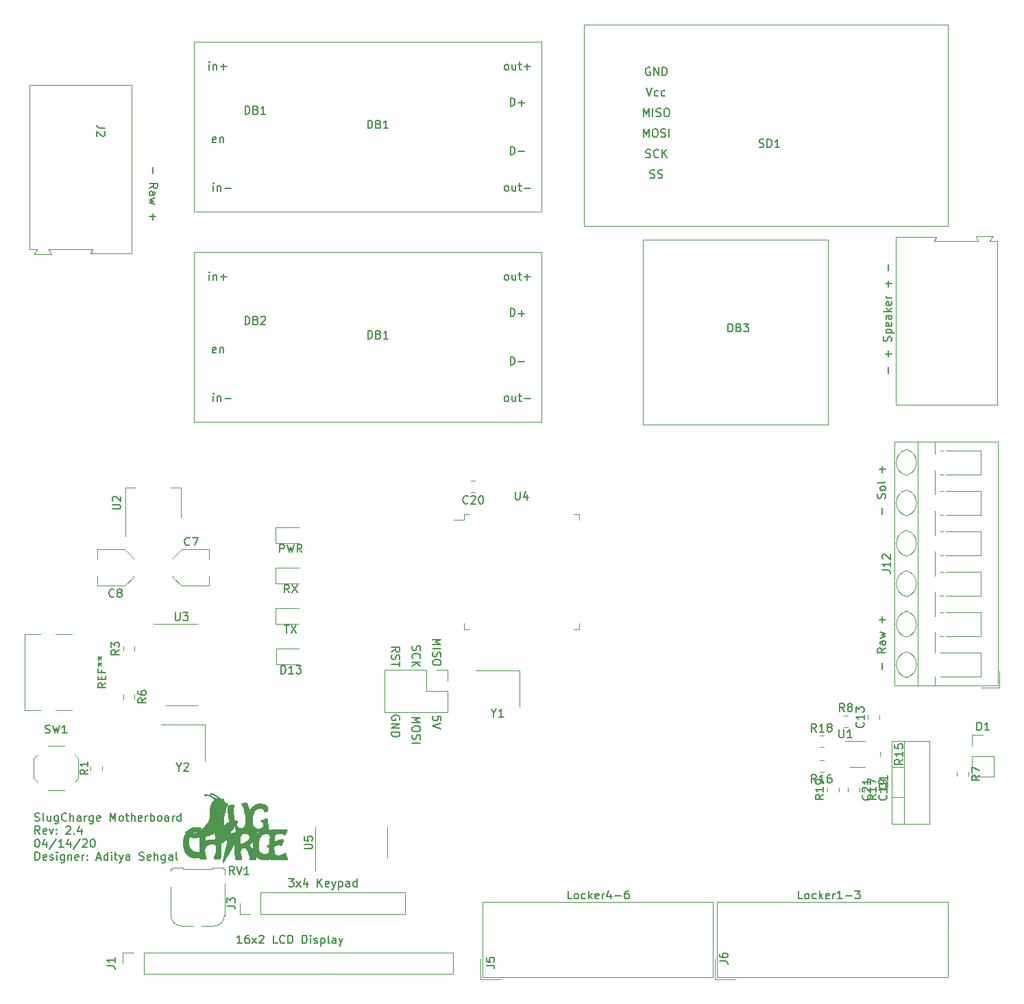
<source format=gbr>
G04 #@! TF.GenerationSoftware,KiCad,Pcbnew,(5.99.0-1662-g9db296991)*
G04 #@! TF.CreationDate,2020-05-30T17:55:14+05:30*
G04 #@! TF.ProjectId,UI,55492e6b-6963-4616-945f-706362585858,rev?*
G04 #@! TF.SameCoordinates,Original*
G04 #@! TF.FileFunction,Legend,Top*
G04 #@! TF.FilePolarity,Positive*
%FSLAX46Y46*%
G04 Gerber Fmt 4.6, Leading zero omitted, Abs format (unit mm)*
G04 Created by KiCad (PCBNEW (5.99.0-1662-g9db296991)) date 2020-05-30 17:55:14*
%MOMM*%
%LPD*%
G01*
G04 APERTURE LIST*
%ADD10C,0.150000*%
%ADD11C,0.120000*%
%ADD12C,0.010000*%
G04 APERTURE END LIST*
D10*
X57459619Y-91400380D02*
X57935809Y-91067047D01*
X57459619Y-90828952D02*
X58459619Y-90828952D01*
X58459619Y-91209904D01*
X58412000Y-91305142D01*
X58364380Y-91352761D01*
X58269142Y-91400380D01*
X58126285Y-91400380D01*
X58031047Y-91352761D01*
X57983428Y-91305142D01*
X57935809Y-91209904D01*
X57935809Y-90828952D01*
X57507238Y-91781333D02*
X57459619Y-91924190D01*
X57459619Y-92162285D01*
X57507238Y-92257523D01*
X57554857Y-92305142D01*
X57650095Y-92352761D01*
X57745333Y-92352761D01*
X57840571Y-92305142D01*
X57888190Y-92257523D01*
X57935809Y-92162285D01*
X57983428Y-91971809D01*
X58031047Y-91876571D01*
X58078666Y-91828952D01*
X58173904Y-91781333D01*
X58269142Y-91781333D01*
X58364380Y-91828952D01*
X58412000Y-91876571D01*
X58459619Y-91971809D01*
X58459619Y-92209904D01*
X58412000Y-92352761D01*
X58459619Y-92638476D02*
X58459619Y-93209904D01*
X57459619Y-92924190D02*
X58459619Y-92924190D01*
X60047238Y-90662285D02*
X59999619Y-90805142D01*
X59999619Y-91043238D01*
X60047238Y-91138476D01*
X60094857Y-91186095D01*
X60190095Y-91233714D01*
X60285333Y-91233714D01*
X60380571Y-91186095D01*
X60428190Y-91138476D01*
X60475809Y-91043238D01*
X60523428Y-90852761D01*
X60571047Y-90757523D01*
X60618666Y-90709904D01*
X60713904Y-90662285D01*
X60809142Y-90662285D01*
X60904380Y-90709904D01*
X60952000Y-90757523D01*
X60999619Y-90852761D01*
X60999619Y-91090857D01*
X60952000Y-91233714D01*
X60094857Y-92233714D02*
X60047238Y-92186095D01*
X59999619Y-92043238D01*
X59999619Y-91948000D01*
X60047238Y-91805142D01*
X60142476Y-91709904D01*
X60237714Y-91662285D01*
X60428190Y-91614666D01*
X60571047Y-91614666D01*
X60761523Y-91662285D01*
X60856761Y-91709904D01*
X60952000Y-91805142D01*
X60999619Y-91948000D01*
X60999619Y-92043238D01*
X60952000Y-92186095D01*
X60904380Y-92233714D01*
X59999619Y-92662285D02*
X60999619Y-92662285D01*
X59999619Y-93233714D02*
X60571047Y-92805142D01*
X60999619Y-93233714D02*
X60428190Y-92662285D01*
X62539619Y-89868571D02*
X63539619Y-89868571D01*
X62825333Y-90201904D01*
X63539619Y-90535238D01*
X62539619Y-90535238D01*
X62539619Y-91011428D02*
X63539619Y-91011428D01*
X62587238Y-91440000D02*
X62539619Y-91582857D01*
X62539619Y-91820952D01*
X62587238Y-91916190D01*
X62634857Y-91963809D01*
X62730095Y-92011428D01*
X62825333Y-92011428D01*
X62920571Y-91963809D01*
X62968190Y-91916190D01*
X63015809Y-91820952D01*
X63063428Y-91630476D01*
X63111047Y-91535238D01*
X63158666Y-91487619D01*
X63253904Y-91440000D01*
X63349142Y-91440000D01*
X63444380Y-91487619D01*
X63492000Y-91535238D01*
X63539619Y-91630476D01*
X63539619Y-91868571D01*
X63492000Y-92011428D01*
X63539619Y-92630476D02*
X63539619Y-92820952D01*
X63492000Y-92916190D01*
X63396761Y-93011428D01*
X63206285Y-93059047D01*
X62872952Y-93059047D01*
X62682476Y-93011428D01*
X62587238Y-92916190D01*
X62539619Y-92820952D01*
X62539619Y-92630476D01*
X62587238Y-92535238D01*
X62682476Y-92440000D01*
X62872952Y-92392380D01*
X63206285Y-92392380D01*
X63396761Y-92440000D01*
X63492000Y-92535238D01*
X63539619Y-92630476D01*
X58412000Y-99822095D02*
X58459619Y-99726857D01*
X58459619Y-99584000D01*
X58412000Y-99441142D01*
X58316761Y-99345904D01*
X58221523Y-99298285D01*
X58031047Y-99250666D01*
X57888190Y-99250666D01*
X57697714Y-99298285D01*
X57602476Y-99345904D01*
X57507238Y-99441142D01*
X57459619Y-99584000D01*
X57459619Y-99679238D01*
X57507238Y-99822095D01*
X57554857Y-99869714D01*
X57888190Y-99869714D01*
X57888190Y-99679238D01*
X57459619Y-100298285D02*
X58459619Y-100298285D01*
X57459619Y-100869714D01*
X58459619Y-100869714D01*
X57459619Y-101345904D02*
X58459619Y-101345904D01*
X58459619Y-101584000D01*
X58412000Y-101726857D01*
X58316761Y-101822095D01*
X58221523Y-101869714D01*
X58031047Y-101917333D01*
X57888190Y-101917333D01*
X57697714Y-101869714D01*
X57602476Y-101822095D01*
X57507238Y-101726857D01*
X57459619Y-101584000D01*
X57459619Y-101345904D01*
X59999619Y-99520571D02*
X60999619Y-99520571D01*
X60285333Y-99853904D01*
X60999619Y-100187238D01*
X59999619Y-100187238D01*
X60999619Y-100853904D02*
X60999619Y-101044380D01*
X60952000Y-101139619D01*
X60856761Y-101234857D01*
X60666285Y-101282476D01*
X60332952Y-101282476D01*
X60142476Y-101234857D01*
X60047238Y-101139619D01*
X59999619Y-101044380D01*
X59999619Y-100853904D01*
X60047238Y-100758666D01*
X60142476Y-100663428D01*
X60332952Y-100615809D01*
X60666285Y-100615809D01*
X60856761Y-100663428D01*
X60952000Y-100758666D01*
X60999619Y-100853904D01*
X60047238Y-101663428D02*
X59999619Y-101806285D01*
X59999619Y-102044380D01*
X60047238Y-102139619D01*
X60094857Y-102187238D01*
X60190095Y-102234857D01*
X60285333Y-102234857D01*
X60380571Y-102187238D01*
X60428190Y-102139619D01*
X60475809Y-102044380D01*
X60523428Y-101853904D01*
X60571047Y-101758666D01*
X60618666Y-101711047D01*
X60713904Y-101663428D01*
X60809142Y-101663428D01*
X60904380Y-101711047D01*
X60952000Y-101758666D01*
X60999619Y-101853904D01*
X60999619Y-102092000D01*
X60952000Y-102234857D01*
X59999619Y-102663428D02*
X60999619Y-102663428D01*
X63539619Y-99885523D02*
X63539619Y-99409333D01*
X63063428Y-99361714D01*
X63111047Y-99409333D01*
X63158666Y-99504571D01*
X63158666Y-99742666D01*
X63111047Y-99837904D01*
X63063428Y-99885523D01*
X62968190Y-99933142D01*
X62730095Y-99933142D01*
X62634857Y-99885523D01*
X62587238Y-99837904D01*
X62539619Y-99742666D01*
X62539619Y-99504571D01*
X62587238Y-99409333D01*
X62634857Y-99361714D01*
X63539619Y-100218857D02*
X62539619Y-100552190D01*
X63539619Y-100885523D01*
X13387976Y-112289761D02*
X13530833Y-112337380D01*
X13768928Y-112337380D01*
X13864166Y-112289761D01*
X13911785Y-112242142D01*
X13959404Y-112146904D01*
X13959404Y-112051666D01*
X13911785Y-111956428D01*
X13864166Y-111908809D01*
X13768928Y-111861190D01*
X13578452Y-111813571D01*
X13483214Y-111765952D01*
X13435595Y-111718333D01*
X13387976Y-111623095D01*
X13387976Y-111527857D01*
X13435595Y-111432619D01*
X13483214Y-111385000D01*
X13578452Y-111337380D01*
X13816547Y-111337380D01*
X13959404Y-111385000D01*
X14530833Y-112337380D02*
X14435595Y-112289761D01*
X14387976Y-112194523D01*
X14387976Y-111337380D01*
X15340357Y-111670714D02*
X15340357Y-112337380D01*
X14911785Y-111670714D02*
X14911785Y-112194523D01*
X14959404Y-112289761D01*
X15054642Y-112337380D01*
X15197500Y-112337380D01*
X15292738Y-112289761D01*
X15340357Y-112242142D01*
X16245119Y-111670714D02*
X16245119Y-112480238D01*
X16197500Y-112575476D01*
X16149880Y-112623095D01*
X16054642Y-112670714D01*
X15911785Y-112670714D01*
X15816547Y-112623095D01*
X16245119Y-112289761D02*
X16149880Y-112337380D01*
X15959404Y-112337380D01*
X15864166Y-112289761D01*
X15816547Y-112242142D01*
X15768928Y-112146904D01*
X15768928Y-111861190D01*
X15816547Y-111765952D01*
X15864166Y-111718333D01*
X15959404Y-111670714D01*
X16149880Y-111670714D01*
X16245119Y-111718333D01*
X17292738Y-112242142D02*
X17245119Y-112289761D01*
X17102261Y-112337380D01*
X17007023Y-112337380D01*
X16864166Y-112289761D01*
X16768928Y-112194523D01*
X16721309Y-112099285D01*
X16673690Y-111908809D01*
X16673690Y-111765952D01*
X16721309Y-111575476D01*
X16768928Y-111480238D01*
X16864166Y-111385000D01*
X17007023Y-111337380D01*
X17102261Y-111337380D01*
X17245119Y-111385000D01*
X17292738Y-111432619D01*
X17721309Y-112337380D02*
X17721309Y-111337380D01*
X18149880Y-112337380D02*
X18149880Y-111813571D01*
X18102261Y-111718333D01*
X18007023Y-111670714D01*
X17864166Y-111670714D01*
X17768928Y-111718333D01*
X17721309Y-111765952D01*
X19054642Y-112337380D02*
X19054642Y-111813571D01*
X19007023Y-111718333D01*
X18911785Y-111670714D01*
X18721309Y-111670714D01*
X18626071Y-111718333D01*
X19054642Y-112289761D02*
X18959404Y-112337380D01*
X18721309Y-112337380D01*
X18626071Y-112289761D01*
X18578452Y-112194523D01*
X18578452Y-112099285D01*
X18626071Y-112004047D01*
X18721309Y-111956428D01*
X18959404Y-111956428D01*
X19054642Y-111908809D01*
X19530833Y-112337380D02*
X19530833Y-111670714D01*
X19530833Y-111861190D02*
X19578452Y-111765952D01*
X19626071Y-111718333D01*
X19721309Y-111670714D01*
X19816547Y-111670714D01*
X20578452Y-111670714D02*
X20578452Y-112480238D01*
X20530833Y-112575476D01*
X20483214Y-112623095D01*
X20387976Y-112670714D01*
X20245119Y-112670714D01*
X20149880Y-112623095D01*
X20578452Y-112289761D02*
X20483214Y-112337380D01*
X20292738Y-112337380D01*
X20197500Y-112289761D01*
X20149880Y-112242142D01*
X20102261Y-112146904D01*
X20102261Y-111861190D01*
X20149880Y-111765952D01*
X20197500Y-111718333D01*
X20292738Y-111670714D01*
X20483214Y-111670714D01*
X20578452Y-111718333D01*
X21435595Y-112289761D02*
X21340357Y-112337380D01*
X21149880Y-112337380D01*
X21054642Y-112289761D01*
X21007023Y-112194523D01*
X21007023Y-111813571D01*
X21054642Y-111718333D01*
X21149880Y-111670714D01*
X21340357Y-111670714D01*
X21435595Y-111718333D01*
X21483214Y-111813571D01*
X21483214Y-111908809D01*
X21007023Y-112004047D01*
X22673690Y-112337380D02*
X22673690Y-111337380D01*
X23007023Y-112051666D01*
X23340357Y-111337380D01*
X23340357Y-112337380D01*
X23959404Y-112337380D02*
X23864166Y-112289761D01*
X23816547Y-112242142D01*
X23768928Y-112146904D01*
X23768928Y-111861190D01*
X23816547Y-111765952D01*
X23864166Y-111718333D01*
X23959404Y-111670714D01*
X24102261Y-111670714D01*
X24197500Y-111718333D01*
X24245119Y-111765952D01*
X24292738Y-111861190D01*
X24292738Y-112146904D01*
X24245119Y-112242142D01*
X24197500Y-112289761D01*
X24102261Y-112337380D01*
X23959404Y-112337380D01*
X24578452Y-111670714D02*
X24959404Y-111670714D01*
X24721309Y-111337380D02*
X24721309Y-112194523D01*
X24768928Y-112289761D01*
X24864166Y-112337380D01*
X24959404Y-112337380D01*
X25292738Y-112337380D02*
X25292738Y-111337380D01*
X25721309Y-112337380D02*
X25721309Y-111813571D01*
X25673690Y-111718333D01*
X25578452Y-111670714D01*
X25435595Y-111670714D01*
X25340357Y-111718333D01*
X25292738Y-111765952D01*
X26578452Y-112289761D02*
X26483214Y-112337380D01*
X26292738Y-112337380D01*
X26197500Y-112289761D01*
X26149880Y-112194523D01*
X26149880Y-111813571D01*
X26197500Y-111718333D01*
X26292738Y-111670714D01*
X26483214Y-111670714D01*
X26578452Y-111718333D01*
X26626071Y-111813571D01*
X26626071Y-111908809D01*
X26149880Y-112004047D01*
X27054642Y-112337380D02*
X27054642Y-111670714D01*
X27054642Y-111861190D02*
X27102261Y-111765952D01*
X27149880Y-111718333D01*
X27245119Y-111670714D01*
X27340357Y-111670714D01*
X27673690Y-112337380D02*
X27673690Y-111337380D01*
X27673690Y-111718333D02*
X27768928Y-111670714D01*
X27959404Y-111670714D01*
X28054642Y-111718333D01*
X28102261Y-111765952D01*
X28149880Y-111861190D01*
X28149880Y-112146904D01*
X28102261Y-112242142D01*
X28054642Y-112289761D01*
X27959404Y-112337380D01*
X27768928Y-112337380D01*
X27673690Y-112289761D01*
X28721309Y-112337380D02*
X28626071Y-112289761D01*
X28578452Y-112242142D01*
X28530833Y-112146904D01*
X28530833Y-111861190D01*
X28578452Y-111765952D01*
X28626071Y-111718333D01*
X28721309Y-111670714D01*
X28864166Y-111670714D01*
X28959404Y-111718333D01*
X29007023Y-111765952D01*
X29054642Y-111861190D01*
X29054642Y-112146904D01*
X29007023Y-112242142D01*
X28959404Y-112289761D01*
X28864166Y-112337380D01*
X28721309Y-112337380D01*
X29911785Y-112337380D02*
X29911785Y-111813571D01*
X29864166Y-111718333D01*
X29768928Y-111670714D01*
X29578452Y-111670714D01*
X29483214Y-111718333D01*
X29911785Y-112289761D02*
X29816547Y-112337380D01*
X29578452Y-112337380D01*
X29483214Y-112289761D01*
X29435595Y-112194523D01*
X29435595Y-112099285D01*
X29483214Y-112004047D01*
X29578452Y-111956428D01*
X29816547Y-111956428D01*
X29911785Y-111908809D01*
X30387976Y-112337380D02*
X30387976Y-111670714D01*
X30387976Y-111861190D02*
X30435595Y-111765952D01*
X30483214Y-111718333D01*
X30578452Y-111670714D01*
X30673690Y-111670714D01*
X31435595Y-112337380D02*
X31435595Y-111337380D01*
X31435595Y-112289761D02*
X31340357Y-112337380D01*
X31149880Y-112337380D01*
X31054642Y-112289761D01*
X31007023Y-112242142D01*
X30959404Y-112146904D01*
X30959404Y-111861190D01*
X31007023Y-111765952D01*
X31054642Y-111718333D01*
X31149880Y-111670714D01*
X31340357Y-111670714D01*
X31435595Y-111718333D01*
X14007023Y-113947380D02*
X13673690Y-113471190D01*
X13435595Y-113947380D02*
X13435595Y-112947380D01*
X13816547Y-112947380D01*
X13911785Y-112995000D01*
X13959404Y-113042619D01*
X14007023Y-113137857D01*
X14007023Y-113280714D01*
X13959404Y-113375952D01*
X13911785Y-113423571D01*
X13816547Y-113471190D01*
X13435595Y-113471190D01*
X14816547Y-113899761D02*
X14721309Y-113947380D01*
X14530833Y-113947380D01*
X14435595Y-113899761D01*
X14387976Y-113804523D01*
X14387976Y-113423571D01*
X14435595Y-113328333D01*
X14530833Y-113280714D01*
X14721309Y-113280714D01*
X14816547Y-113328333D01*
X14864166Y-113423571D01*
X14864166Y-113518809D01*
X14387976Y-113614047D01*
X15197500Y-113280714D02*
X15435595Y-113947380D01*
X15673690Y-113280714D01*
X16054642Y-113852142D02*
X16102261Y-113899761D01*
X16054642Y-113947380D01*
X16007023Y-113899761D01*
X16054642Y-113852142D01*
X16054642Y-113947380D01*
X16054642Y-113328333D02*
X16102261Y-113375952D01*
X16054642Y-113423571D01*
X16007023Y-113375952D01*
X16054642Y-113328333D01*
X16054642Y-113423571D01*
X17245119Y-113042619D02*
X17292738Y-112995000D01*
X17387976Y-112947380D01*
X17626071Y-112947380D01*
X17721309Y-112995000D01*
X17768928Y-113042619D01*
X17816547Y-113137857D01*
X17816547Y-113233095D01*
X17768928Y-113375952D01*
X17197500Y-113947380D01*
X17816547Y-113947380D01*
X18245119Y-113852142D02*
X18292738Y-113899761D01*
X18245119Y-113947380D01*
X18197500Y-113899761D01*
X18245119Y-113852142D01*
X18245119Y-113947380D01*
X19149880Y-113280714D02*
X19149880Y-113947380D01*
X18911785Y-112899761D02*
X18673690Y-113614047D01*
X19292738Y-113614047D01*
X13626071Y-114557380D02*
X13721309Y-114557380D01*
X13816547Y-114605000D01*
X13864166Y-114652619D01*
X13911785Y-114747857D01*
X13959404Y-114938333D01*
X13959404Y-115176428D01*
X13911785Y-115366904D01*
X13864166Y-115462142D01*
X13816547Y-115509761D01*
X13721309Y-115557380D01*
X13626071Y-115557380D01*
X13530833Y-115509761D01*
X13483214Y-115462142D01*
X13435595Y-115366904D01*
X13387976Y-115176428D01*
X13387976Y-114938333D01*
X13435595Y-114747857D01*
X13483214Y-114652619D01*
X13530833Y-114605000D01*
X13626071Y-114557380D01*
X14816547Y-114890714D02*
X14816547Y-115557380D01*
X14578452Y-114509761D02*
X14340357Y-115224047D01*
X14959404Y-115224047D01*
X16054642Y-114509761D02*
X15197500Y-115795476D01*
X16911785Y-115557380D02*
X16340357Y-115557380D01*
X16626071Y-115557380D02*
X16626071Y-114557380D01*
X16530833Y-114700238D01*
X16435595Y-114795476D01*
X16340357Y-114843095D01*
X17768928Y-114890714D02*
X17768928Y-115557380D01*
X17530833Y-114509761D02*
X17292738Y-115224047D01*
X17911785Y-115224047D01*
X19007023Y-114509761D02*
X18149880Y-115795476D01*
X19292738Y-114652619D02*
X19340357Y-114605000D01*
X19435595Y-114557380D01*
X19673690Y-114557380D01*
X19768928Y-114605000D01*
X19816547Y-114652619D01*
X19864166Y-114747857D01*
X19864166Y-114843095D01*
X19816547Y-114985952D01*
X19245119Y-115557380D01*
X19864166Y-115557380D01*
X20483214Y-114557380D02*
X20578452Y-114557380D01*
X20673690Y-114605000D01*
X20721309Y-114652619D01*
X20768928Y-114747857D01*
X20816547Y-114938333D01*
X20816547Y-115176428D01*
X20768928Y-115366904D01*
X20721309Y-115462142D01*
X20673690Y-115509761D01*
X20578452Y-115557380D01*
X20483214Y-115557380D01*
X20387976Y-115509761D01*
X20340357Y-115462142D01*
X20292738Y-115366904D01*
X20245119Y-115176428D01*
X20245119Y-114938333D01*
X20292738Y-114747857D01*
X20340357Y-114652619D01*
X20387976Y-114605000D01*
X20483214Y-114557380D01*
X13435595Y-117167380D02*
X13435595Y-116167380D01*
X13673690Y-116167380D01*
X13816547Y-116215000D01*
X13911785Y-116310238D01*
X13959404Y-116405476D01*
X14007023Y-116595952D01*
X14007023Y-116738809D01*
X13959404Y-116929285D01*
X13911785Y-117024523D01*
X13816547Y-117119761D01*
X13673690Y-117167380D01*
X13435595Y-117167380D01*
X14816547Y-117119761D02*
X14721309Y-117167380D01*
X14530833Y-117167380D01*
X14435595Y-117119761D01*
X14387976Y-117024523D01*
X14387976Y-116643571D01*
X14435595Y-116548333D01*
X14530833Y-116500714D01*
X14721309Y-116500714D01*
X14816547Y-116548333D01*
X14864166Y-116643571D01*
X14864166Y-116738809D01*
X14387976Y-116834047D01*
X15245119Y-117119761D02*
X15340357Y-117167380D01*
X15530833Y-117167380D01*
X15626071Y-117119761D01*
X15673690Y-117024523D01*
X15673690Y-116976904D01*
X15626071Y-116881666D01*
X15530833Y-116834047D01*
X15387976Y-116834047D01*
X15292738Y-116786428D01*
X15245119Y-116691190D01*
X15245119Y-116643571D01*
X15292738Y-116548333D01*
X15387976Y-116500714D01*
X15530833Y-116500714D01*
X15626071Y-116548333D01*
X16102261Y-117167380D02*
X16102261Y-116500714D01*
X16102261Y-116167380D02*
X16054642Y-116215000D01*
X16102261Y-116262619D01*
X16149880Y-116215000D01*
X16102261Y-116167380D01*
X16102261Y-116262619D01*
X17007023Y-116500714D02*
X17007023Y-117310238D01*
X16959404Y-117405476D01*
X16911785Y-117453095D01*
X16816547Y-117500714D01*
X16673690Y-117500714D01*
X16578452Y-117453095D01*
X17007023Y-117119761D02*
X16911785Y-117167380D01*
X16721309Y-117167380D01*
X16626071Y-117119761D01*
X16578452Y-117072142D01*
X16530833Y-116976904D01*
X16530833Y-116691190D01*
X16578452Y-116595952D01*
X16626071Y-116548333D01*
X16721309Y-116500714D01*
X16911785Y-116500714D01*
X17007023Y-116548333D01*
X17483214Y-116500714D02*
X17483214Y-117167380D01*
X17483214Y-116595952D02*
X17530833Y-116548333D01*
X17626071Y-116500714D01*
X17768928Y-116500714D01*
X17864166Y-116548333D01*
X17911785Y-116643571D01*
X17911785Y-117167380D01*
X18768928Y-117119761D02*
X18673690Y-117167380D01*
X18483214Y-117167380D01*
X18387976Y-117119761D01*
X18340357Y-117024523D01*
X18340357Y-116643571D01*
X18387976Y-116548333D01*
X18483214Y-116500714D01*
X18673690Y-116500714D01*
X18768928Y-116548333D01*
X18816547Y-116643571D01*
X18816547Y-116738809D01*
X18340357Y-116834047D01*
X19245119Y-117167380D02*
X19245119Y-116500714D01*
X19245119Y-116691190D02*
X19292738Y-116595952D01*
X19340357Y-116548333D01*
X19435595Y-116500714D01*
X19530833Y-116500714D01*
X19864166Y-117072142D02*
X19911785Y-117119761D01*
X19864166Y-117167380D01*
X19816547Y-117119761D01*
X19864166Y-117072142D01*
X19864166Y-117167380D01*
X19864166Y-116548333D02*
X19911785Y-116595952D01*
X19864166Y-116643571D01*
X19816547Y-116595952D01*
X19864166Y-116548333D01*
X19864166Y-116643571D01*
X21054642Y-116881666D02*
X21530833Y-116881666D01*
X20959404Y-117167380D02*
X21292738Y-116167380D01*
X21626071Y-117167380D01*
X22387976Y-117167380D02*
X22387976Y-116167380D01*
X22387976Y-117119761D02*
X22292738Y-117167380D01*
X22102261Y-117167380D01*
X22007023Y-117119761D01*
X21959404Y-117072142D01*
X21911785Y-116976904D01*
X21911785Y-116691190D01*
X21959404Y-116595952D01*
X22007023Y-116548333D01*
X22102261Y-116500714D01*
X22292738Y-116500714D01*
X22387976Y-116548333D01*
X22864166Y-117167380D02*
X22864166Y-116500714D01*
X22864166Y-116167380D02*
X22816547Y-116215000D01*
X22864166Y-116262619D01*
X22911785Y-116215000D01*
X22864166Y-116167380D01*
X22864166Y-116262619D01*
X23197500Y-116500714D02*
X23578452Y-116500714D01*
X23340357Y-116167380D02*
X23340357Y-117024523D01*
X23387976Y-117119761D01*
X23483214Y-117167380D01*
X23578452Y-117167380D01*
X23816547Y-116500714D02*
X24054642Y-117167380D01*
X24292738Y-116500714D02*
X24054642Y-117167380D01*
X23959404Y-117405476D01*
X23911785Y-117453095D01*
X23816547Y-117500714D01*
X25102261Y-117167380D02*
X25102261Y-116643571D01*
X25054642Y-116548333D01*
X24959404Y-116500714D01*
X24768928Y-116500714D01*
X24673690Y-116548333D01*
X25102261Y-117119761D02*
X25007023Y-117167380D01*
X24768928Y-117167380D01*
X24673690Y-117119761D01*
X24626071Y-117024523D01*
X24626071Y-116929285D01*
X24673690Y-116834047D01*
X24768928Y-116786428D01*
X25007023Y-116786428D01*
X25102261Y-116738809D01*
X26292738Y-117119761D02*
X26435595Y-117167380D01*
X26673690Y-117167380D01*
X26768928Y-117119761D01*
X26816547Y-117072142D01*
X26864166Y-116976904D01*
X26864166Y-116881666D01*
X26816547Y-116786428D01*
X26768928Y-116738809D01*
X26673690Y-116691190D01*
X26483214Y-116643571D01*
X26387976Y-116595952D01*
X26340357Y-116548333D01*
X26292738Y-116453095D01*
X26292738Y-116357857D01*
X26340357Y-116262619D01*
X26387976Y-116215000D01*
X26483214Y-116167380D01*
X26721309Y-116167380D01*
X26864166Y-116215000D01*
X27673690Y-117119761D02*
X27578452Y-117167380D01*
X27387976Y-117167380D01*
X27292738Y-117119761D01*
X27245119Y-117024523D01*
X27245119Y-116643571D01*
X27292738Y-116548333D01*
X27387976Y-116500714D01*
X27578452Y-116500714D01*
X27673690Y-116548333D01*
X27721309Y-116643571D01*
X27721309Y-116738809D01*
X27245119Y-116834047D01*
X28149880Y-117167380D02*
X28149880Y-116167380D01*
X28578452Y-117167380D02*
X28578452Y-116643571D01*
X28530833Y-116548333D01*
X28435595Y-116500714D01*
X28292738Y-116500714D01*
X28197499Y-116548333D01*
X28149880Y-116595952D01*
X29483214Y-116500714D02*
X29483214Y-117310238D01*
X29435595Y-117405476D01*
X29387976Y-117453095D01*
X29292738Y-117500714D01*
X29149880Y-117500714D01*
X29054642Y-117453095D01*
X29483214Y-117119761D02*
X29387976Y-117167380D01*
X29197499Y-117167380D01*
X29102261Y-117119761D01*
X29054642Y-117072142D01*
X29007023Y-116976904D01*
X29007023Y-116691190D01*
X29054642Y-116595952D01*
X29102261Y-116548333D01*
X29197499Y-116500714D01*
X29387976Y-116500714D01*
X29483214Y-116548333D01*
X30387976Y-117167380D02*
X30387976Y-116643571D01*
X30340357Y-116548333D01*
X30245119Y-116500714D01*
X30054642Y-116500714D01*
X29959404Y-116548333D01*
X30387976Y-117119761D02*
X30292738Y-117167380D01*
X30054642Y-117167380D01*
X29959404Y-117119761D01*
X29911785Y-117024523D01*
X29911785Y-116929285D01*
X29959404Y-116834047D01*
X30054642Y-116786428D01*
X30292738Y-116786428D01*
X30387976Y-116738809D01*
X31007023Y-117167380D02*
X30911785Y-117119761D01*
X30864166Y-117024523D01*
X30864166Y-116167380D01*
X118777619Y-107617738D02*
X118730000Y-107712976D01*
X118634761Y-107808214D01*
X118491904Y-107951071D01*
X118444285Y-108046309D01*
X118444285Y-108141547D01*
X118682380Y-108093928D02*
X118634761Y-108189166D01*
X118539523Y-108284404D01*
X118349047Y-108332023D01*
X118015714Y-108332023D01*
X117825238Y-108284404D01*
X117730000Y-108189166D01*
X117682380Y-108093928D01*
X117682380Y-107903452D01*
X117730000Y-107808214D01*
X117825238Y-107712976D01*
X118015714Y-107665357D01*
X118349047Y-107665357D01*
X118539523Y-107712976D01*
X118634761Y-107808214D01*
X118682380Y-107903452D01*
X118682380Y-108093928D01*
X118682380Y-106712976D02*
X118682380Y-107284404D01*
X118682380Y-106998690D02*
X117682380Y-106998690D01*
X117825238Y-107093928D01*
X117920476Y-107189166D01*
X117968095Y-107284404D01*
X112738095Y-101014880D02*
X112738095Y-101824404D01*
X112785714Y-101919642D01*
X112833333Y-101967261D01*
X112928571Y-102014880D01*
X113119047Y-102014880D01*
X113214285Y-101967261D01*
X113261904Y-101919642D01*
X113309523Y-101824404D01*
X113309523Y-101014880D01*
X114309523Y-102014880D02*
X113738095Y-102014880D01*
X114023809Y-102014880D02*
X114023809Y-101014880D01*
X113928571Y-101157738D01*
X113833333Y-101252976D01*
X113738095Y-101300595D01*
X110802380Y-109080357D02*
X110326190Y-109413690D01*
X110802380Y-109651785D02*
X109802380Y-109651785D01*
X109802380Y-109270833D01*
X109850000Y-109175595D01*
X109897619Y-109127976D01*
X109992857Y-109080357D01*
X110135714Y-109080357D01*
X110230952Y-109127976D01*
X110278571Y-109175595D01*
X110326190Y-109270833D01*
X110326190Y-109651785D01*
X110802380Y-108127976D02*
X110802380Y-108699404D01*
X110802380Y-108413690D02*
X109802380Y-108413690D01*
X109945238Y-108508928D01*
X110040476Y-108604166D01*
X110088095Y-108699404D01*
X110802380Y-107651785D02*
X110802380Y-107461309D01*
X110754761Y-107366071D01*
X110707142Y-107318452D01*
X110564285Y-107223214D01*
X110373809Y-107175595D01*
X109992857Y-107175595D01*
X109897619Y-107223214D01*
X109850000Y-107270833D01*
X109802380Y-107366071D01*
X109802380Y-107556547D01*
X109850000Y-107651785D01*
X109897619Y-107699404D01*
X109992857Y-107747023D01*
X110230952Y-107747023D01*
X110326190Y-107699404D01*
X110373809Y-107651785D01*
X110421428Y-107556547D01*
X110421428Y-107366071D01*
X110373809Y-107270833D01*
X110326190Y-107223214D01*
X110230952Y-107175595D01*
X109919642Y-101302380D02*
X109586309Y-100826190D01*
X109348214Y-101302380D02*
X109348214Y-100302380D01*
X109729166Y-100302380D01*
X109824404Y-100350000D01*
X109872023Y-100397619D01*
X109919642Y-100492857D01*
X109919642Y-100635714D01*
X109872023Y-100730952D01*
X109824404Y-100778571D01*
X109729166Y-100826190D01*
X109348214Y-100826190D01*
X110872023Y-101302380D02*
X110300595Y-101302380D01*
X110586309Y-101302380D02*
X110586309Y-100302380D01*
X110491071Y-100445238D01*
X110395833Y-100540476D01*
X110300595Y-100588095D01*
X111443452Y-100730952D02*
X111348214Y-100683333D01*
X111300595Y-100635714D01*
X111252976Y-100540476D01*
X111252976Y-100492857D01*
X111300595Y-100397619D01*
X111348214Y-100350000D01*
X111443452Y-100302380D01*
X111633928Y-100302380D01*
X111729166Y-100350000D01*
X111776785Y-100397619D01*
X111824404Y-100492857D01*
X111824404Y-100540476D01*
X111776785Y-100635714D01*
X111729166Y-100683333D01*
X111633928Y-100730952D01*
X111443452Y-100730952D01*
X111348214Y-100778571D01*
X111300595Y-100826190D01*
X111252976Y-100921428D01*
X111252976Y-101111904D01*
X111300595Y-101207142D01*
X111348214Y-101254761D01*
X111443452Y-101302380D01*
X111633928Y-101302380D01*
X111729166Y-101254761D01*
X111776785Y-101207142D01*
X111824404Y-101111904D01*
X111824404Y-100921428D01*
X111776785Y-100826190D01*
X111729166Y-100778571D01*
X111633928Y-100730952D01*
X117302380Y-109080357D02*
X116826190Y-109413690D01*
X117302380Y-109651785D02*
X116302380Y-109651785D01*
X116302380Y-109270833D01*
X116350000Y-109175595D01*
X116397619Y-109127976D01*
X116492857Y-109080357D01*
X116635714Y-109080357D01*
X116730952Y-109127976D01*
X116778571Y-109175595D01*
X116826190Y-109270833D01*
X116826190Y-109651785D01*
X117302380Y-108127976D02*
X117302380Y-108699404D01*
X117302380Y-108413690D02*
X116302380Y-108413690D01*
X116445238Y-108508928D01*
X116540476Y-108604166D01*
X116588095Y-108699404D01*
X116302380Y-107794642D02*
X116302380Y-107127976D01*
X117302380Y-107556547D01*
X109919642Y-107602380D02*
X109586309Y-107126190D01*
X109348214Y-107602380D02*
X109348214Y-106602380D01*
X109729166Y-106602380D01*
X109824404Y-106650000D01*
X109872023Y-106697619D01*
X109919642Y-106792857D01*
X109919642Y-106935714D01*
X109872023Y-107030952D01*
X109824404Y-107078571D01*
X109729166Y-107126190D01*
X109348214Y-107126190D01*
X110872023Y-107602380D02*
X110300595Y-107602380D01*
X110586309Y-107602380D02*
X110586309Y-106602380D01*
X110491071Y-106745238D01*
X110395833Y-106840476D01*
X110300595Y-106888095D01*
X111729166Y-106602380D02*
X111538690Y-106602380D01*
X111443452Y-106650000D01*
X111395833Y-106697619D01*
X111300595Y-106840476D01*
X111252976Y-107030952D01*
X111252976Y-107411904D01*
X111300595Y-107507142D01*
X111348214Y-107554761D01*
X111443452Y-107602380D01*
X111633928Y-107602380D01*
X111729166Y-107554761D01*
X111776785Y-107507142D01*
X111824404Y-107411904D01*
X111824404Y-107173809D01*
X111776785Y-107078571D01*
X111729166Y-107030952D01*
X111633928Y-106983333D01*
X111443452Y-106983333D01*
X111348214Y-107030952D01*
X111300595Y-107078571D01*
X111252976Y-107173809D01*
X120602380Y-104705357D02*
X120126190Y-105038690D01*
X120602380Y-105276785D02*
X119602380Y-105276785D01*
X119602380Y-104895833D01*
X119650000Y-104800595D01*
X119697619Y-104752976D01*
X119792857Y-104705357D01*
X119935714Y-104705357D01*
X120030952Y-104752976D01*
X120078571Y-104800595D01*
X120126190Y-104895833D01*
X120126190Y-105276785D01*
X120602380Y-103752976D02*
X120602380Y-104324404D01*
X120602380Y-104038690D02*
X119602380Y-104038690D01*
X119745238Y-104133928D01*
X119840476Y-104229166D01*
X119888095Y-104324404D01*
X119602380Y-102848214D02*
X119602380Y-103324404D01*
X120078571Y-103372023D01*
X120030952Y-103324404D01*
X119983333Y-103229166D01*
X119983333Y-102991071D01*
X120030952Y-102895833D01*
X120078571Y-102848214D01*
X120173809Y-102800595D01*
X120411904Y-102800595D01*
X120507142Y-102848214D01*
X120554761Y-102895833D01*
X120602380Y-102991071D01*
X120602380Y-103229166D01*
X120554761Y-103324404D01*
X120507142Y-103372023D01*
X113395833Y-98802380D02*
X113062500Y-98326190D01*
X112824404Y-98802380D02*
X112824404Y-97802380D01*
X113205357Y-97802380D01*
X113300595Y-97850000D01*
X113348214Y-97897619D01*
X113395833Y-97992857D01*
X113395833Y-98135714D01*
X113348214Y-98230952D01*
X113300595Y-98278571D01*
X113205357Y-98326190D01*
X112824404Y-98326190D01*
X113967261Y-98230952D02*
X113872023Y-98183333D01*
X113824404Y-98135714D01*
X113776785Y-98040476D01*
X113776785Y-97992857D01*
X113824404Y-97897619D01*
X113872023Y-97850000D01*
X113967261Y-97802380D01*
X114157738Y-97802380D01*
X114252976Y-97850000D01*
X114300595Y-97897619D01*
X114348214Y-97992857D01*
X114348214Y-98040476D01*
X114300595Y-98135714D01*
X114252976Y-98183333D01*
X114157738Y-98230952D01*
X113967261Y-98230952D01*
X113872023Y-98278571D01*
X113824404Y-98326190D01*
X113776785Y-98421428D01*
X113776785Y-98611904D01*
X113824404Y-98707142D01*
X113872023Y-98754761D01*
X113967261Y-98802380D01*
X114157738Y-98802380D01*
X114252976Y-98754761D01*
X114300595Y-98707142D01*
X114348214Y-98611904D01*
X114348214Y-98421428D01*
X114300595Y-98326190D01*
X114252976Y-98278571D01*
X114157738Y-98230952D01*
X130102380Y-106666666D02*
X129626190Y-107000000D01*
X130102380Y-107238095D02*
X129102380Y-107238095D01*
X129102380Y-106857142D01*
X129150000Y-106761904D01*
X129197619Y-106714285D01*
X129292857Y-106666666D01*
X129435714Y-106666666D01*
X129530952Y-106714285D01*
X129578571Y-106761904D01*
X129626190Y-106857142D01*
X129626190Y-107238095D01*
X129102380Y-106333333D02*
X129102380Y-105666666D01*
X130102380Y-106095238D01*
X129761904Y-101122380D02*
X129761904Y-100122380D01*
X130000000Y-100122380D01*
X130142857Y-100170000D01*
X130238095Y-100265238D01*
X130285714Y-100360476D01*
X130333333Y-100550952D01*
X130333333Y-100693809D01*
X130285714Y-100884285D01*
X130238095Y-100979523D01*
X130142857Y-101074761D01*
X130000000Y-101122380D01*
X129761904Y-101122380D01*
X131285714Y-101122380D02*
X130714285Y-101122380D01*
X131000000Y-101122380D02*
X131000000Y-100122380D01*
X130904761Y-100265238D01*
X130809523Y-100360476D01*
X130714285Y-100408095D01*
X116507142Y-109117857D02*
X116554761Y-109165476D01*
X116602380Y-109308333D01*
X116602380Y-109403571D01*
X116554761Y-109546428D01*
X116459523Y-109641666D01*
X116364285Y-109689285D01*
X116173809Y-109736904D01*
X116030952Y-109736904D01*
X115840476Y-109689285D01*
X115745238Y-109641666D01*
X115650000Y-109546428D01*
X115602380Y-109403571D01*
X115602380Y-109308333D01*
X115650000Y-109165476D01*
X115697619Y-109117857D01*
X115697619Y-108736904D02*
X115650000Y-108689285D01*
X115602380Y-108594047D01*
X115602380Y-108355952D01*
X115650000Y-108260714D01*
X115697619Y-108213095D01*
X115792857Y-108165476D01*
X115888095Y-108165476D01*
X116030952Y-108213095D01*
X116602380Y-108784523D01*
X116602380Y-108165476D01*
X116602380Y-107213095D02*
X116602380Y-107784523D01*
X116602380Y-107498809D02*
X115602380Y-107498809D01*
X115745238Y-107594047D01*
X115840476Y-107689285D01*
X115888095Y-107784523D01*
X66882142Y-73007142D02*
X66834523Y-73054761D01*
X66691666Y-73102380D01*
X66596428Y-73102380D01*
X66453571Y-73054761D01*
X66358333Y-72959523D01*
X66310714Y-72864285D01*
X66263095Y-72673809D01*
X66263095Y-72530952D01*
X66310714Y-72340476D01*
X66358333Y-72245238D01*
X66453571Y-72150000D01*
X66596428Y-72102380D01*
X66691666Y-72102380D01*
X66834523Y-72150000D01*
X66882142Y-72197619D01*
X67263095Y-72197619D02*
X67310714Y-72150000D01*
X67405952Y-72102380D01*
X67644047Y-72102380D01*
X67739285Y-72150000D01*
X67786904Y-72197619D01*
X67834523Y-72292857D01*
X67834523Y-72388095D01*
X67786904Y-72530952D01*
X67215476Y-73102380D01*
X67834523Y-73102380D01*
X68453571Y-72102380D02*
X68548809Y-72102380D01*
X68644047Y-72150000D01*
X68691666Y-72197619D01*
X68739285Y-72292857D01*
X68786904Y-72483333D01*
X68786904Y-72721428D01*
X68739285Y-72911904D01*
X68691666Y-73007142D01*
X68644047Y-73054761D01*
X68548809Y-73102380D01*
X68453571Y-73102380D01*
X68358333Y-73054761D01*
X68310714Y-73007142D01*
X68263095Y-72911904D01*
X68215476Y-72721428D01*
X68215476Y-72483333D01*
X68263095Y-72292857D01*
X68310714Y-72197619D01*
X68358333Y-72150000D01*
X68453571Y-72102380D01*
X118532142Y-109142857D02*
X118579761Y-109190476D01*
X118627380Y-109333333D01*
X118627380Y-109428571D01*
X118579761Y-109571428D01*
X118484523Y-109666666D01*
X118389285Y-109714285D01*
X118198809Y-109761904D01*
X118055952Y-109761904D01*
X117865476Y-109714285D01*
X117770238Y-109666666D01*
X117675000Y-109571428D01*
X117627380Y-109428571D01*
X117627380Y-109333333D01*
X117675000Y-109190476D01*
X117722619Y-109142857D01*
X118627380Y-108190476D02*
X118627380Y-108761904D01*
X118627380Y-108476190D02*
X117627380Y-108476190D01*
X117770238Y-108571428D01*
X117865476Y-108666666D01*
X117913095Y-108761904D01*
X118627380Y-107714285D02*
X118627380Y-107523809D01*
X118579761Y-107428571D01*
X118532142Y-107380952D01*
X118389285Y-107285714D01*
X118198809Y-107238095D01*
X117817857Y-107238095D01*
X117722619Y-107285714D01*
X117675000Y-107333333D01*
X117627380Y-107428571D01*
X117627380Y-107619047D01*
X117675000Y-107714285D01*
X117722619Y-107761904D01*
X117817857Y-107809523D01*
X118055952Y-107809523D01*
X118151190Y-107761904D01*
X118198809Y-107714285D01*
X118246428Y-107619047D01*
X118246428Y-107428571D01*
X118198809Y-107333333D01*
X118151190Y-107285714D01*
X118055952Y-107238095D01*
X115707142Y-100142857D02*
X115754761Y-100190476D01*
X115802380Y-100333333D01*
X115802380Y-100428571D01*
X115754761Y-100571428D01*
X115659523Y-100666666D01*
X115564285Y-100714285D01*
X115373809Y-100761904D01*
X115230952Y-100761904D01*
X115040476Y-100714285D01*
X114945238Y-100666666D01*
X114850000Y-100571428D01*
X114802380Y-100428571D01*
X114802380Y-100333333D01*
X114850000Y-100190476D01*
X114897619Y-100142857D01*
X115802380Y-99190476D02*
X115802380Y-99761904D01*
X115802380Y-99476190D02*
X114802380Y-99476190D01*
X114945238Y-99571428D01*
X115040476Y-99666666D01*
X115088095Y-99761904D01*
X114802380Y-98857142D02*
X114802380Y-98238095D01*
X115183333Y-98571428D01*
X115183333Y-98428571D01*
X115230952Y-98333333D01*
X115278571Y-98285714D01*
X115373809Y-98238095D01*
X115611904Y-98238095D01*
X115707142Y-98285714D01*
X115754761Y-98333333D01*
X115802380Y-98428571D01*
X115802380Y-98714285D01*
X115754761Y-98809523D01*
X115707142Y-98857142D01*
X38004761Y-118952380D02*
X37671428Y-118476190D01*
X37433333Y-118952380D02*
X37433333Y-117952380D01*
X37814285Y-117952380D01*
X37909523Y-118000000D01*
X37957142Y-118047619D01*
X38004761Y-118142857D01*
X38004761Y-118285714D01*
X37957142Y-118380952D01*
X37909523Y-118428571D01*
X37814285Y-118476190D01*
X37433333Y-118476190D01*
X38290476Y-117952380D02*
X38623809Y-118952380D01*
X38957142Y-117952380D01*
X39814285Y-118952380D02*
X39242857Y-118952380D01*
X39528571Y-118952380D02*
X39528571Y-117952380D01*
X39433333Y-118095238D01*
X39338095Y-118190476D01*
X39242857Y-118238095D01*
X46672380Y-115761904D02*
X47481904Y-115761904D01*
X47577142Y-115714285D01*
X47624761Y-115666666D01*
X47672380Y-115571428D01*
X47672380Y-115380952D01*
X47624761Y-115285714D01*
X47577142Y-115238095D01*
X47481904Y-115190476D01*
X46672380Y-115190476D01*
X46672380Y-114238095D02*
X46672380Y-114714285D01*
X47148571Y-114761904D01*
X47100952Y-114714285D01*
X47053333Y-114619047D01*
X47053333Y-114380952D01*
X47100952Y-114285714D01*
X47148571Y-114238095D01*
X47243809Y-114190476D01*
X47481904Y-114190476D01*
X47577142Y-114238095D01*
X47624761Y-114285714D01*
X47672380Y-114380952D01*
X47672380Y-114619047D01*
X47624761Y-114714285D01*
X47577142Y-114761904D01*
X69152380Y-130183333D02*
X69866666Y-130183333D01*
X70009523Y-130230952D01*
X70104761Y-130326190D01*
X70152380Y-130469047D01*
X70152380Y-130564285D01*
X69152380Y-129230952D02*
X69152380Y-129707142D01*
X69628571Y-129754761D01*
X69580952Y-129707142D01*
X69533333Y-129611904D01*
X69533333Y-129373809D01*
X69580952Y-129278571D01*
X69628571Y-129230952D01*
X69723809Y-129183333D01*
X69961904Y-129183333D01*
X70057142Y-129230952D01*
X70104761Y-129278571D01*
X70152380Y-129373809D01*
X70152380Y-129611904D01*
X70104761Y-129707142D01*
X70057142Y-129754761D01*
X79714285Y-121952380D02*
X79238095Y-121952380D01*
X79238095Y-120952380D01*
X80190476Y-121952380D02*
X80095238Y-121904761D01*
X80047619Y-121857142D01*
X80000000Y-121761904D01*
X80000000Y-121476190D01*
X80047619Y-121380952D01*
X80095238Y-121333333D01*
X80190476Y-121285714D01*
X80333333Y-121285714D01*
X80428571Y-121333333D01*
X80476190Y-121380952D01*
X80523809Y-121476190D01*
X80523809Y-121761904D01*
X80476190Y-121857142D01*
X80428571Y-121904761D01*
X80333333Y-121952380D01*
X80190476Y-121952380D01*
X81380952Y-121904761D02*
X81285714Y-121952380D01*
X81095238Y-121952380D01*
X81000000Y-121904761D01*
X80952380Y-121857142D01*
X80904761Y-121761904D01*
X80904761Y-121476190D01*
X80952380Y-121380952D01*
X81000000Y-121333333D01*
X81095238Y-121285714D01*
X81285714Y-121285714D01*
X81380952Y-121333333D01*
X81809523Y-121952380D02*
X81809523Y-120952380D01*
X81904761Y-121571428D02*
X82190476Y-121952380D01*
X82190476Y-121285714D02*
X81809523Y-121666666D01*
X83000000Y-121904761D02*
X82904761Y-121952380D01*
X82714285Y-121952380D01*
X82619047Y-121904761D01*
X82571428Y-121809523D01*
X82571428Y-121428571D01*
X82619047Y-121333333D01*
X82714285Y-121285714D01*
X82904761Y-121285714D01*
X83000000Y-121333333D01*
X83047619Y-121428571D01*
X83047619Y-121523809D01*
X82571428Y-121619047D01*
X83476190Y-121952380D02*
X83476190Y-121285714D01*
X83476190Y-121476190D02*
X83523809Y-121380952D01*
X83571428Y-121333333D01*
X83666666Y-121285714D01*
X83761904Y-121285714D01*
X84523809Y-121285714D02*
X84523809Y-121952380D01*
X84285714Y-120904761D02*
X84047619Y-121619047D01*
X84666666Y-121619047D01*
X85047619Y-121571428D02*
X85809523Y-121571428D01*
X86714285Y-120952380D02*
X86523809Y-120952380D01*
X86428571Y-121000000D01*
X86380952Y-121047619D01*
X86285714Y-121190476D01*
X86238095Y-121380952D01*
X86238095Y-121761904D01*
X86285714Y-121857142D01*
X86333333Y-121904761D01*
X86428571Y-121952380D01*
X86619047Y-121952380D01*
X86714285Y-121904761D01*
X86761904Y-121857142D01*
X86809523Y-121761904D01*
X86809523Y-121523809D01*
X86761904Y-121428571D01*
X86714285Y-121380952D01*
X86619047Y-121333333D01*
X86428571Y-121333333D01*
X86333333Y-121380952D01*
X86285714Y-121428571D01*
X86238095Y-121523809D01*
X97952380Y-129653333D02*
X98666666Y-129653333D01*
X98809523Y-129700952D01*
X98904761Y-129796190D01*
X98952380Y-129939047D01*
X98952380Y-130034285D01*
X97952380Y-128748571D02*
X97952380Y-128939047D01*
X98000000Y-129034285D01*
X98047619Y-129081904D01*
X98190476Y-129177142D01*
X98380952Y-129224761D01*
X98761904Y-129224761D01*
X98857142Y-129177142D01*
X98904761Y-129129523D01*
X98952380Y-129034285D01*
X98952380Y-128843809D01*
X98904761Y-128748571D01*
X98857142Y-128700952D01*
X98761904Y-128653333D01*
X98523809Y-128653333D01*
X98428571Y-128700952D01*
X98380952Y-128748571D01*
X98333333Y-128843809D01*
X98333333Y-129034285D01*
X98380952Y-129129523D01*
X98428571Y-129177142D01*
X98523809Y-129224761D01*
X108214285Y-121952380D02*
X107738095Y-121952380D01*
X107738095Y-120952380D01*
X108690476Y-121952380D02*
X108595238Y-121904761D01*
X108547619Y-121857142D01*
X108500000Y-121761904D01*
X108500000Y-121476190D01*
X108547619Y-121380952D01*
X108595238Y-121333333D01*
X108690476Y-121285714D01*
X108833333Y-121285714D01*
X108928571Y-121333333D01*
X108976190Y-121380952D01*
X109023809Y-121476190D01*
X109023809Y-121761904D01*
X108976190Y-121857142D01*
X108928571Y-121904761D01*
X108833333Y-121952380D01*
X108690476Y-121952380D01*
X109880952Y-121904761D02*
X109785714Y-121952380D01*
X109595238Y-121952380D01*
X109500000Y-121904761D01*
X109452380Y-121857142D01*
X109404761Y-121761904D01*
X109404761Y-121476190D01*
X109452380Y-121380952D01*
X109500000Y-121333333D01*
X109595238Y-121285714D01*
X109785714Y-121285714D01*
X109880952Y-121333333D01*
X110309523Y-121952380D02*
X110309523Y-120952380D01*
X110404761Y-121571428D02*
X110690476Y-121952380D01*
X110690476Y-121285714D02*
X110309523Y-121666666D01*
X111500000Y-121904761D02*
X111404761Y-121952380D01*
X111214285Y-121952380D01*
X111119047Y-121904761D01*
X111071428Y-121809523D01*
X111071428Y-121428571D01*
X111119047Y-121333333D01*
X111214285Y-121285714D01*
X111404761Y-121285714D01*
X111500000Y-121333333D01*
X111547619Y-121428571D01*
X111547619Y-121523809D01*
X111071428Y-121619047D01*
X111976190Y-121952380D02*
X111976190Y-121285714D01*
X111976190Y-121476190D02*
X112023809Y-121380952D01*
X112071428Y-121333333D01*
X112166666Y-121285714D01*
X112261904Y-121285714D01*
X113119047Y-121952380D02*
X112547619Y-121952380D01*
X112833333Y-121952380D02*
X112833333Y-120952380D01*
X112738095Y-121095238D01*
X112642857Y-121190476D01*
X112547619Y-121238095D01*
X113547619Y-121571428D02*
X114309523Y-121571428D01*
X114690476Y-120952380D02*
X115309523Y-120952380D01*
X114976190Y-121333333D01*
X115119047Y-121333333D01*
X115214285Y-121380952D01*
X115261904Y-121428571D01*
X115309523Y-121523809D01*
X115309523Y-121761904D01*
X115261904Y-121857142D01*
X115214285Y-121904761D01*
X115119047Y-121952380D01*
X114833333Y-121952380D01*
X114738095Y-121904761D01*
X114690476Y-121857142D01*
X118042380Y-81309523D02*
X118756666Y-81309523D01*
X118899523Y-81357142D01*
X118994761Y-81452380D01*
X119042380Y-81595238D01*
X119042380Y-81690476D01*
X119042380Y-80309523D02*
X119042380Y-80880952D01*
X119042380Y-80595238D02*
X118042380Y-80595238D01*
X118185238Y-80690476D01*
X118280476Y-80785714D01*
X118328095Y-80880952D01*
X118137619Y-79928571D02*
X118090000Y-79880952D01*
X118042380Y-79785714D01*
X118042380Y-79547619D01*
X118090000Y-79452380D01*
X118137619Y-79404761D01*
X118232857Y-79357142D01*
X118328095Y-79357142D01*
X118470952Y-79404761D01*
X119042380Y-79976190D01*
X119042380Y-79357142D01*
X118071428Y-93523809D02*
X118071428Y-92761904D01*
X118452380Y-90952380D02*
X117976190Y-91285714D01*
X118452380Y-91523809D02*
X117452380Y-91523809D01*
X117452380Y-91142857D01*
X117500000Y-91047619D01*
X117547619Y-91000000D01*
X117642857Y-90952380D01*
X117785714Y-90952380D01*
X117880952Y-91000000D01*
X117928571Y-91047619D01*
X117976190Y-91142857D01*
X117976190Y-91523809D01*
X118452380Y-90095238D02*
X117928571Y-90095238D01*
X117833333Y-90142857D01*
X117785714Y-90238095D01*
X117785714Y-90428571D01*
X117833333Y-90523809D01*
X118404761Y-90095238D02*
X118452380Y-90190476D01*
X118452380Y-90428571D01*
X118404761Y-90523809D01*
X118309523Y-90571428D01*
X118214285Y-90571428D01*
X118119047Y-90523809D01*
X118071428Y-90428571D01*
X118071428Y-90190476D01*
X118023809Y-90095238D01*
X117785714Y-89714285D02*
X118452380Y-89523809D01*
X117976190Y-89333333D01*
X118452380Y-89142857D01*
X117785714Y-88952380D01*
X118071428Y-87809523D02*
X118071428Y-87047619D01*
X118452380Y-87428571D02*
X117690476Y-87428571D01*
X118071428Y-74380952D02*
X118071428Y-73619047D01*
X118404761Y-72428571D02*
X118452380Y-72285714D01*
X118452380Y-72047619D01*
X118404761Y-71952380D01*
X118357142Y-71904761D01*
X118261904Y-71857142D01*
X118166666Y-71857142D01*
X118071428Y-71904761D01*
X118023809Y-71952380D01*
X117976190Y-72047619D01*
X117928571Y-72238095D01*
X117880952Y-72333333D01*
X117833333Y-72380952D01*
X117738095Y-72428571D01*
X117642857Y-72428571D01*
X117547619Y-72380952D01*
X117500000Y-72333333D01*
X117452380Y-72238095D01*
X117452380Y-72000000D01*
X117500000Y-71857142D01*
X118452380Y-71285714D02*
X118404761Y-71380952D01*
X118357142Y-71428571D01*
X118261904Y-71476190D01*
X117976190Y-71476190D01*
X117880952Y-71428571D01*
X117833333Y-71380952D01*
X117785714Y-71285714D01*
X117785714Y-71142857D01*
X117833333Y-71047619D01*
X117880952Y-71000000D01*
X117976190Y-70952380D01*
X118261904Y-70952380D01*
X118357142Y-71000000D01*
X118404761Y-71047619D01*
X118452380Y-71142857D01*
X118452380Y-71285714D01*
X118452380Y-70380952D02*
X118404761Y-70476190D01*
X118309523Y-70523809D01*
X117452380Y-70523809D01*
X118071428Y-69238095D02*
X118071428Y-68476190D01*
X118452380Y-68857142D02*
X117690476Y-68857142D01*
X118821428Y-56964285D02*
X118821428Y-56202380D01*
X118821428Y-54964285D02*
X118821428Y-54202380D01*
X119202380Y-54583333D02*
X118440476Y-54583333D01*
X119154761Y-53011904D02*
X119202380Y-52869047D01*
X119202380Y-52630952D01*
X119154761Y-52535714D01*
X119107142Y-52488095D01*
X119011904Y-52440476D01*
X118916666Y-52440476D01*
X118821428Y-52488095D01*
X118773809Y-52535714D01*
X118726190Y-52630952D01*
X118678571Y-52821428D01*
X118630952Y-52916666D01*
X118583333Y-52964285D01*
X118488095Y-53011904D01*
X118392857Y-53011904D01*
X118297619Y-52964285D01*
X118250000Y-52916666D01*
X118202380Y-52821428D01*
X118202380Y-52583333D01*
X118250000Y-52440476D01*
X118535714Y-52011904D02*
X119535714Y-52011904D01*
X118583333Y-52011904D02*
X118535714Y-51916666D01*
X118535714Y-51726190D01*
X118583333Y-51630952D01*
X118630952Y-51583333D01*
X118726190Y-51535714D01*
X119011904Y-51535714D01*
X119107142Y-51583333D01*
X119154761Y-51630952D01*
X119202380Y-51726190D01*
X119202380Y-51916666D01*
X119154761Y-52011904D01*
X119154761Y-50726190D02*
X119202380Y-50821428D01*
X119202380Y-51011904D01*
X119154761Y-51107142D01*
X119059523Y-51154761D01*
X118678571Y-51154761D01*
X118583333Y-51107142D01*
X118535714Y-51011904D01*
X118535714Y-50821428D01*
X118583333Y-50726190D01*
X118678571Y-50678571D01*
X118773809Y-50678571D01*
X118869047Y-51154761D01*
X119202380Y-49821428D02*
X118678571Y-49821428D01*
X118583333Y-49869047D01*
X118535714Y-49964285D01*
X118535714Y-50154761D01*
X118583333Y-50250000D01*
X119154761Y-49821428D02*
X119202380Y-49916666D01*
X119202380Y-50154761D01*
X119154761Y-50250000D01*
X119059523Y-50297619D01*
X118964285Y-50297619D01*
X118869047Y-50250000D01*
X118821428Y-50154761D01*
X118821428Y-49916666D01*
X118773809Y-49821428D01*
X119202380Y-49345238D02*
X118202380Y-49345238D01*
X118821428Y-49250000D02*
X119202380Y-48964285D01*
X118535714Y-48964285D02*
X118916666Y-49345238D01*
X119154761Y-48154761D02*
X119202380Y-48250000D01*
X119202380Y-48440476D01*
X119154761Y-48535714D01*
X119059523Y-48583333D01*
X118678571Y-48583333D01*
X118583333Y-48535714D01*
X118535714Y-48440476D01*
X118535714Y-48250000D01*
X118583333Y-48154761D01*
X118678571Y-48107142D01*
X118773809Y-48107142D01*
X118869047Y-48583333D01*
X119202380Y-47678571D02*
X118535714Y-47678571D01*
X118726190Y-47678571D02*
X118630952Y-47630952D01*
X118583333Y-47583333D01*
X118535714Y-47488095D01*
X118535714Y-47392857D01*
X118821428Y-46297619D02*
X118821428Y-45535714D01*
X119202380Y-45916666D02*
X118440476Y-45916666D01*
X118821428Y-44297619D02*
X118821428Y-43535714D01*
X22047619Y-26666666D02*
X21333333Y-26666666D01*
X21190476Y-26619047D01*
X21095238Y-26523809D01*
X21047619Y-26380952D01*
X21047619Y-26285714D01*
X21952380Y-27095238D02*
X22000000Y-27142857D01*
X22047619Y-27238095D01*
X22047619Y-27476190D01*
X22000000Y-27571428D01*
X21952380Y-27619047D01*
X21857142Y-27666666D01*
X21761904Y-27666666D01*
X21619047Y-27619047D01*
X21047619Y-27047619D01*
X21047619Y-27666666D01*
X27928571Y-31511904D02*
X27928571Y-32273809D01*
X27547619Y-34083333D02*
X28023809Y-33750000D01*
X27547619Y-33511904D02*
X28547619Y-33511904D01*
X28547619Y-33892857D01*
X28500000Y-33988095D01*
X28452380Y-34035714D01*
X28357142Y-34083333D01*
X28214285Y-34083333D01*
X28119047Y-34035714D01*
X28071428Y-33988095D01*
X28023809Y-33892857D01*
X28023809Y-33511904D01*
X27547619Y-34940476D02*
X28071428Y-34940476D01*
X28166666Y-34892857D01*
X28214285Y-34797619D01*
X28214285Y-34607142D01*
X28166666Y-34511904D01*
X27595238Y-34940476D02*
X27547619Y-34845238D01*
X27547619Y-34607142D01*
X27595238Y-34511904D01*
X27690476Y-34464285D01*
X27785714Y-34464285D01*
X27880952Y-34511904D01*
X27928571Y-34607142D01*
X27928571Y-34845238D01*
X27976190Y-34940476D01*
X28214285Y-35321428D02*
X27547619Y-35511904D01*
X28023809Y-35702380D01*
X27547619Y-35892857D01*
X28214285Y-36083333D01*
X27928571Y-37226190D02*
X27928571Y-37988095D01*
X27547619Y-37607142D02*
X28309523Y-37607142D01*
X22147380Y-95283333D02*
X21671190Y-95616666D01*
X22147380Y-95854761D02*
X21147380Y-95854761D01*
X21147380Y-95473809D01*
X21195000Y-95378571D01*
X21242619Y-95330952D01*
X21337857Y-95283333D01*
X21480714Y-95283333D01*
X21575952Y-95330952D01*
X21623571Y-95378571D01*
X21671190Y-95473809D01*
X21671190Y-95854761D01*
X21623571Y-94854761D02*
X21623571Y-94521428D01*
X22147380Y-94378571D02*
X22147380Y-94854761D01*
X21147380Y-94854761D01*
X21147380Y-94378571D01*
X21623571Y-93616666D02*
X21623571Y-93950000D01*
X22147380Y-93950000D02*
X21147380Y-93950000D01*
X21147380Y-93473809D01*
X21147380Y-92950000D02*
X21385476Y-92950000D01*
X21290238Y-93188095D02*
X21385476Y-92950000D01*
X21290238Y-92711904D01*
X21575952Y-93092857D02*
X21385476Y-92950000D01*
X21575952Y-92807142D01*
X21147380Y-92188095D02*
X21385476Y-92188095D01*
X21290238Y-92426190D02*
X21385476Y-92188095D01*
X21290238Y-91950000D01*
X21575952Y-92330952D02*
X21385476Y-92188095D01*
X21575952Y-92045238D01*
X99032904Y-51834380D02*
X99032904Y-50834380D01*
X99271000Y-50834380D01*
X99413857Y-50882000D01*
X99509095Y-50977238D01*
X99556714Y-51072476D01*
X99604333Y-51262952D01*
X99604333Y-51405809D01*
X99556714Y-51596285D01*
X99509095Y-51691523D01*
X99413857Y-51786761D01*
X99271000Y-51834380D01*
X99032904Y-51834380D01*
X100366238Y-51310571D02*
X100509095Y-51358190D01*
X100556714Y-51405809D01*
X100604333Y-51501047D01*
X100604333Y-51643904D01*
X100556714Y-51739142D01*
X100509095Y-51786761D01*
X100413857Y-51834380D01*
X100032904Y-51834380D01*
X100032904Y-50834380D01*
X100366238Y-50834380D01*
X100461476Y-50882000D01*
X100509095Y-50929619D01*
X100556714Y-51024857D01*
X100556714Y-51120095D01*
X100509095Y-51215333D01*
X100461476Y-51262952D01*
X100366238Y-51310571D01*
X100032904Y-51310571D01*
X100937666Y-50834380D02*
X101556714Y-50834380D01*
X101223380Y-51215333D01*
X101366238Y-51215333D01*
X101461476Y-51262952D01*
X101509095Y-51310571D01*
X101556714Y-51405809D01*
X101556714Y-51643904D01*
X101509095Y-51739142D01*
X101461476Y-51786761D01*
X101366238Y-51834380D01*
X101080523Y-51834380D01*
X100985285Y-51786761D01*
X100937666Y-51739142D01*
X102848095Y-28994761D02*
X102990952Y-29042380D01*
X103229047Y-29042380D01*
X103324285Y-28994761D01*
X103371904Y-28947142D01*
X103419523Y-28851904D01*
X103419523Y-28756666D01*
X103371904Y-28661428D01*
X103324285Y-28613809D01*
X103229047Y-28566190D01*
X103038571Y-28518571D01*
X102943333Y-28470952D01*
X102895714Y-28423333D01*
X102848095Y-28328095D01*
X102848095Y-28232857D01*
X102895714Y-28137619D01*
X102943333Y-28090000D01*
X103038571Y-28042380D01*
X103276666Y-28042380D01*
X103419523Y-28090000D01*
X103848095Y-29042380D02*
X103848095Y-28042380D01*
X104086190Y-28042380D01*
X104229047Y-28090000D01*
X104324285Y-28185238D01*
X104371904Y-28280476D01*
X104419523Y-28470952D01*
X104419523Y-28613809D01*
X104371904Y-28804285D01*
X104324285Y-28899523D01*
X104229047Y-28994761D01*
X104086190Y-29042380D01*
X103848095Y-29042380D01*
X105371904Y-29042380D02*
X104800476Y-29042380D01*
X105086190Y-29042380D02*
X105086190Y-28042380D01*
X104990952Y-28185238D01*
X104895714Y-28280476D01*
X104800476Y-28328095D01*
X88568571Y-25232380D02*
X88568571Y-24232380D01*
X88901904Y-24946666D01*
X89235238Y-24232380D01*
X89235238Y-25232380D01*
X89711428Y-25232380D02*
X89711428Y-24232380D01*
X90140000Y-25184761D02*
X90282857Y-25232380D01*
X90520952Y-25232380D01*
X90616190Y-25184761D01*
X90663809Y-25137142D01*
X90711428Y-25041904D01*
X90711428Y-24946666D01*
X90663809Y-24851428D01*
X90616190Y-24803809D01*
X90520952Y-24756190D01*
X90330476Y-24708571D01*
X90235238Y-24660952D01*
X90187619Y-24613333D01*
X90140000Y-24518095D01*
X90140000Y-24422857D01*
X90187619Y-24327619D01*
X90235238Y-24280000D01*
X90330476Y-24232380D01*
X90568571Y-24232380D01*
X90711428Y-24280000D01*
X91330476Y-24232380D02*
X91520952Y-24232380D01*
X91616190Y-24280000D01*
X91711428Y-24375238D01*
X91759047Y-24565714D01*
X91759047Y-24899047D01*
X91711428Y-25089523D01*
X91616190Y-25184761D01*
X91520952Y-25232380D01*
X91330476Y-25232380D01*
X91235238Y-25184761D01*
X91140000Y-25089523D01*
X91092380Y-24899047D01*
X91092380Y-24565714D01*
X91140000Y-24375238D01*
X91235238Y-24280000D01*
X91330476Y-24232380D01*
X88949523Y-21692380D02*
X89282857Y-22692380D01*
X89616190Y-21692380D01*
X90378095Y-22644761D02*
X90282857Y-22692380D01*
X90092380Y-22692380D01*
X89997142Y-22644761D01*
X89949523Y-22597142D01*
X89901904Y-22501904D01*
X89901904Y-22216190D01*
X89949523Y-22120952D01*
X89997142Y-22073333D01*
X90092380Y-22025714D01*
X90282857Y-22025714D01*
X90378095Y-22073333D01*
X91235238Y-22644761D02*
X91140000Y-22692380D01*
X90949523Y-22692380D01*
X90854285Y-22644761D01*
X90806666Y-22597142D01*
X90759047Y-22501904D01*
X90759047Y-22216190D01*
X90806666Y-22120952D01*
X90854285Y-22073333D01*
X90949523Y-22025714D01*
X91140000Y-22025714D01*
X91235238Y-22073333D01*
X88854285Y-30264761D02*
X88997142Y-30312380D01*
X89235238Y-30312380D01*
X89330476Y-30264761D01*
X89378095Y-30217142D01*
X89425714Y-30121904D01*
X89425714Y-30026666D01*
X89378095Y-29931428D01*
X89330476Y-29883809D01*
X89235238Y-29836190D01*
X89044761Y-29788571D01*
X88949523Y-29740952D01*
X88901904Y-29693333D01*
X88854285Y-29598095D01*
X88854285Y-29502857D01*
X88901904Y-29407619D01*
X88949523Y-29360000D01*
X89044761Y-29312380D01*
X89282857Y-29312380D01*
X89425714Y-29360000D01*
X90425714Y-30217142D02*
X90378095Y-30264761D01*
X90235238Y-30312380D01*
X90140000Y-30312380D01*
X89997142Y-30264761D01*
X89901904Y-30169523D01*
X89854285Y-30074285D01*
X89806666Y-29883809D01*
X89806666Y-29740952D01*
X89854285Y-29550476D01*
X89901904Y-29455238D01*
X89997142Y-29360000D01*
X90140000Y-29312380D01*
X90235238Y-29312380D01*
X90378095Y-29360000D01*
X90425714Y-29407619D01*
X90854285Y-30312380D02*
X90854285Y-29312380D01*
X91425714Y-30312380D02*
X90997142Y-29740952D01*
X91425714Y-29312380D02*
X90854285Y-29883809D01*
X88568571Y-27772380D02*
X88568571Y-26772380D01*
X88901904Y-27486666D01*
X89235238Y-26772380D01*
X89235238Y-27772380D01*
X89901904Y-26772380D02*
X90092380Y-26772380D01*
X90187619Y-26820000D01*
X90282857Y-26915238D01*
X90330476Y-27105714D01*
X90330476Y-27439047D01*
X90282857Y-27629523D01*
X90187619Y-27724761D01*
X90092380Y-27772380D01*
X89901904Y-27772380D01*
X89806666Y-27724761D01*
X89711428Y-27629523D01*
X89663809Y-27439047D01*
X89663809Y-27105714D01*
X89711428Y-26915238D01*
X89806666Y-26820000D01*
X89901904Y-26772380D01*
X90711428Y-27724761D02*
X90854285Y-27772380D01*
X91092380Y-27772380D01*
X91187619Y-27724761D01*
X91235238Y-27677142D01*
X91282857Y-27581904D01*
X91282857Y-27486666D01*
X91235238Y-27391428D01*
X91187619Y-27343809D01*
X91092380Y-27296190D01*
X90901904Y-27248571D01*
X90806666Y-27200952D01*
X90759047Y-27153333D01*
X90711428Y-27058095D01*
X90711428Y-26962857D01*
X90759047Y-26867619D01*
X90806666Y-26820000D01*
X90901904Y-26772380D01*
X91140000Y-26772380D01*
X91282857Y-26820000D01*
X91711428Y-27772380D02*
X91711428Y-26772380D01*
X89378095Y-19200000D02*
X89282857Y-19152380D01*
X89140000Y-19152380D01*
X88997142Y-19200000D01*
X88901904Y-19295238D01*
X88854285Y-19390476D01*
X88806666Y-19580952D01*
X88806666Y-19723809D01*
X88854285Y-19914285D01*
X88901904Y-20009523D01*
X88997142Y-20104761D01*
X89140000Y-20152380D01*
X89235238Y-20152380D01*
X89378095Y-20104761D01*
X89425714Y-20057142D01*
X89425714Y-19723809D01*
X89235238Y-19723809D01*
X89854285Y-20152380D02*
X89854285Y-19152380D01*
X90425714Y-20152380D01*
X90425714Y-19152380D01*
X90901904Y-20152380D02*
X90901904Y-19152380D01*
X91140000Y-19152380D01*
X91282857Y-19200000D01*
X91378095Y-19295238D01*
X91425714Y-19390476D01*
X91473333Y-19580952D01*
X91473333Y-19723809D01*
X91425714Y-19914285D01*
X91378095Y-20009523D01*
X91282857Y-20104761D01*
X91140000Y-20152380D01*
X90901904Y-20152380D01*
X89378095Y-32804761D02*
X89520952Y-32852380D01*
X89759047Y-32852380D01*
X89854285Y-32804761D01*
X89901904Y-32757142D01*
X89949523Y-32661904D01*
X89949523Y-32566666D01*
X89901904Y-32471428D01*
X89854285Y-32423809D01*
X89759047Y-32376190D01*
X89568571Y-32328571D01*
X89473333Y-32280952D01*
X89425714Y-32233333D01*
X89378095Y-32138095D01*
X89378095Y-32042857D01*
X89425714Y-31947619D01*
X89473333Y-31900000D01*
X89568571Y-31852380D01*
X89806666Y-31852380D01*
X89949523Y-31900000D01*
X90330476Y-32804761D02*
X90473333Y-32852380D01*
X90711428Y-32852380D01*
X90806666Y-32804761D01*
X90854285Y-32757142D01*
X90901904Y-32661904D01*
X90901904Y-32566666D01*
X90854285Y-32471428D01*
X90806666Y-32423809D01*
X90711428Y-32376190D01*
X90520952Y-32328571D01*
X90425714Y-32280952D01*
X90378095Y-32233333D01*
X90330476Y-32138095D01*
X90330476Y-32042857D01*
X90378095Y-31947619D01*
X90425714Y-31900000D01*
X90520952Y-31852380D01*
X90759047Y-31852380D01*
X90901904Y-31900000D01*
X39351904Y-50932380D02*
X39351904Y-49932380D01*
X39590000Y-49932380D01*
X39732857Y-49980000D01*
X39828095Y-50075238D01*
X39875714Y-50170476D01*
X39923333Y-50360952D01*
X39923333Y-50503809D01*
X39875714Y-50694285D01*
X39828095Y-50789523D01*
X39732857Y-50884761D01*
X39590000Y-50932380D01*
X39351904Y-50932380D01*
X40685238Y-50408571D02*
X40828095Y-50456190D01*
X40875714Y-50503809D01*
X40923333Y-50599047D01*
X40923333Y-50741904D01*
X40875714Y-50837142D01*
X40828095Y-50884761D01*
X40732857Y-50932380D01*
X40351904Y-50932380D01*
X40351904Y-49932380D01*
X40685238Y-49932380D01*
X40780476Y-49980000D01*
X40828095Y-50027619D01*
X40875714Y-50122857D01*
X40875714Y-50218095D01*
X40828095Y-50313333D01*
X40780476Y-50360952D01*
X40685238Y-50408571D01*
X40351904Y-50408571D01*
X41304285Y-50027619D02*
X41351904Y-49980000D01*
X41447142Y-49932380D01*
X41685238Y-49932380D01*
X41780476Y-49980000D01*
X41828095Y-50027619D01*
X41875714Y-50122857D01*
X41875714Y-50218095D01*
X41828095Y-50360952D01*
X41256666Y-50932380D01*
X41875714Y-50932380D01*
X71571428Y-60452380D02*
X71476190Y-60404761D01*
X71428571Y-60357142D01*
X71380952Y-60261904D01*
X71380952Y-59976190D01*
X71428571Y-59880952D01*
X71476190Y-59833333D01*
X71571428Y-59785714D01*
X71714285Y-59785714D01*
X71809523Y-59833333D01*
X71857142Y-59880952D01*
X71904761Y-59976190D01*
X71904761Y-60261904D01*
X71857142Y-60357142D01*
X71809523Y-60404761D01*
X71714285Y-60452380D01*
X71571428Y-60452380D01*
X72761904Y-59785714D02*
X72761904Y-60452380D01*
X72333333Y-59785714D02*
X72333333Y-60309523D01*
X72380952Y-60404761D01*
X72476190Y-60452380D01*
X72619047Y-60452380D01*
X72714285Y-60404761D01*
X72761904Y-60357142D01*
X73095238Y-59785714D02*
X73476190Y-59785714D01*
X73238095Y-59452380D02*
X73238095Y-60309523D01*
X73285714Y-60404761D01*
X73380952Y-60452380D01*
X73476190Y-60452380D01*
X73809523Y-60071428D02*
X74571428Y-60071428D01*
X35738095Y-54404761D02*
X35642857Y-54452380D01*
X35452380Y-54452380D01*
X35357142Y-54404761D01*
X35309523Y-54309523D01*
X35309523Y-53928571D01*
X35357142Y-53833333D01*
X35452380Y-53785714D01*
X35642857Y-53785714D01*
X35738095Y-53833333D01*
X35785714Y-53928571D01*
X35785714Y-54023809D01*
X35309523Y-54119047D01*
X36214285Y-53785714D02*
X36214285Y-54452380D01*
X36214285Y-53880952D02*
X36261904Y-53833333D01*
X36357142Y-53785714D01*
X36500000Y-53785714D01*
X36595238Y-53833333D01*
X36642857Y-53928571D01*
X36642857Y-54452380D01*
X71571428Y-45452380D02*
X71476190Y-45404761D01*
X71428571Y-45357142D01*
X71380952Y-45261904D01*
X71380952Y-44976190D01*
X71428571Y-44880952D01*
X71476190Y-44833333D01*
X71571428Y-44785714D01*
X71714285Y-44785714D01*
X71809523Y-44833333D01*
X71857142Y-44880952D01*
X71904761Y-44976190D01*
X71904761Y-45261904D01*
X71857142Y-45357142D01*
X71809523Y-45404761D01*
X71714285Y-45452380D01*
X71571428Y-45452380D01*
X72761904Y-44785714D02*
X72761904Y-45452380D01*
X72333333Y-44785714D02*
X72333333Y-45309523D01*
X72380952Y-45404761D01*
X72476190Y-45452380D01*
X72619047Y-45452380D01*
X72714285Y-45404761D01*
X72761904Y-45357142D01*
X73095238Y-44785714D02*
X73476190Y-44785714D01*
X73238095Y-44452380D02*
X73238095Y-45309523D01*
X73285714Y-45404761D01*
X73380952Y-45452380D01*
X73476190Y-45452380D01*
X73809523Y-45071428D02*
X74571428Y-45071428D01*
X74190476Y-45452380D02*
X74190476Y-44690476D01*
X54511904Y-52702380D02*
X54511904Y-51702380D01*
X54750000Y-51702380D01*
X54892857Y-51750000D01*
X54988095Y-51845238D01*
X55035714Y-51940476D01*
X55083333Y-52130952D01*
X55083333Y-52273809D01*
X55035714Y-52464285D01*
X54988095Y-52559523D01*
X54892857Y-52654761D01*
X54750000Y-52702380D01*
X54511904Y-52702380D01*
X55845238Y-52178571D02*
X55988095Y-52226190D01*
X56035714Y-52273809D01*
X56083333Y-52369047D01*
X56083333Y-52511904D01*
X56035714Y-52607142D01*
X55988095Y-52654761D01*
X55892857Y-52702380D01*
X55511904Y-52702380D01*
X55511904Y-51702380D01*
X55845238Y-51702380D01*
X55940476Y-51750000D01*
X55988095Y-51797619D01*
X56035714Y-51892857D01*
X56035714Y-51988095D01*
X55988095Y-52083333D01*
X55940476Y-52130952D01*
X55845238Y-52178571D01*
X55511904Y-52178571D01*
X57035714Y-52702380D02*
X56464285Y-52702380D01*
X56750000Y-52702380D02*
X56750000Y-51702380D01*
X56654761Y-51845238D01*
X56559523Y-51940476D01*
X56464285Y-51988095D01*
X72119047Y-55952380D02*
X72119047Y-54952380D01*
X72357142Y-54952380D01*
X72500000Y-55000000D01*
X72595238Y-55095238D01*
X72642857Y-55190476D01*
X72690476Y-55380952D01*
X72690476Y-55523809D01*
X72642857Y-55714285D01*
X72595238Y-55809523D01*
X72500000Y-55904761D01*
X72357142Y-55952380D01*
X72119047Y-55952380D01*
X73119047Y-55571428D02*
X73880952Y-55571428D01*
X35428571Y-60452380D02*
X35428571Y-59785714D01*
X35428571Y-59452380D02*
X35380952Y-59500000D01*
X35428571Y-59547619D01*
X35476190Y-59500000D01*
X35428571Y-59452380D01*
X35428571Y-59547619D01*
X35904761Y-59785714D02*
X35904761Y-60452380D01*
X35904761Y-59880952D02*
X35952380Y-59833333D01*
X36047619Y-59785714D01*
X36190476Y-59785714D01*
X36285714Y-59833333D01*
X36333333Y-59928571D01*
X36333333Y-60452380D01*
X36809523Y-60071428D02*
X37571428Y-60071428D01*
X72119047Y-49952380D02*
X72119047Y-48952380D01*
X72357142Y-48952380D01*
X72500000Y-49000000D01*
X72595238Y-49095238D01*
X72642857Y-49190476D01*
X72690476Y-49380952D01*
X72690476Y-49523809D01*
X72642857Y-49714285D01*
X72595238Y-49809523D01*
X72500000Y-49904761D01*
X72357142Y-49952380D01*
X72119047Y-49952380D01*
X73119047Y-49571428D02*
X73880952Y-49571428D01*
X73500000Y-49952380D02*
X73500000Y-49190476D01*
X34928571Y-45452380D02*
X34928571Y-44785714D01*
X34928571Y-44452380D02*
X34880952Y-44500000D01*
X34928571Y-44547619D01*
X34976190Y-44500000D01*
X34928571Y-44452380D01*
X34928571Y-44547619D01*
X35404761Y-44785714D02*
X35404761Y-45452380D01*
X35404761Y-44880952D02*
X35452380Y-44833333D01*
X35547619Y-44785714D01*
X35690476Y-44785714D01*
X35785714Y-44833333D01*
X35833333Y-44928571D01*
X35833333Y-45452380D01*
X36309523Y-45071428D02*
X37071428Y-45071428D01*
X36690476Y-45452380D02*
X36690476Y-44690476D01*
X39351904Y-24932380D02*
X39351904Y-23932380D01*
X39590000Y-23932380D01*
X39732857Y-23980000D01*
X39828095Y-24075238D01*
X39875714Y-24170476D01*
X39923333Y-24360952D01*
X39923333Y-24503809D01*
X39875714Y-24694285D01*
X39828095Y-24789523D01*
X39732857Y-24884761D01*
X39590000Y-24932380D01*
X39351904Y-24932380D01*
X40685238Y-24408571D02*
X40828095Y-24456190D01*
X40875714Y-24503809D01*
X40923333Y-24599047D01*
X40923333Y-24741904D01*
X40875714Y-24837142D01*
X40828095Y-24884761D01*
X40732857Y-24932380D01*
X40351904Y-24932380D01*
X40351904Y-23932380D01*
X40685238Y-23932380D01*
X40780476Y-23980000D01*
X40828095Y-24027619D01*
X40875714Y-24122857D01*
X40875714Y-24218095D01*
X40828095Y-24313333D01*
X40780476Y-24360952D01*
X40685238Y-24408571D01*
X40351904Y-24408571D01*
X41875714Y-24932380D02*
X41304285Y-24932380D01*
X41590000Y-24932380D02*
X41590000Y-23932380D01*
X41494761Y-24075238D01*
X41399523Y-24170476D01*
X41304285Y-24218095D01*
X71571428Y-34452380D02*
X71476190Y-34404761D01*
X71428571Y-34357142D01*
X71380952Y-34261904D01*
X71380952Y-33976190D01*
X71428571Y-33880952D01*
X71476190Y-33833333D01*
X71571428Y-33785714D01*
X71714285Y-33785714D01*
X71809523Y-33833333D01*
X71857142Y-33880952D01*
X71904761Y-33976190D01*
X71904761Y-34261904D01*
X71857142Y-34357142D01*
X71809523Y-34404761D01*
X71714285Y-34452380D01*
X71571428Y-34452380D01*
X72761904Y-33785714D02*
X72761904Y-34452380D01*
X72333333Y-33785714D02*
X72333333Y-34309523D01*
X72380952Y-34404761D01*
X72476190Y-34452380D01*
X72619047Y-34452380D01*
X72714285Y-34404761D01*
X72761904Y-34357142D01*
X73095238Y-33785714D02*
X73476190Y-33785714D01*
X73238095Y-33452380D02*
X73238095Y-34309523D01*
X73285714Y-34404761D01*
X73380952Y-34452380D01*
X73476190Y-34452380D01*
X73809523Y-34071428D02*
X74571428Y-34071428D01*
X35738095Y-28404761D02*
X35642857Y-28452380D01*
X35452380Y-28452380D01*
X35357142Y-28404761D01*
X35309523Y-28309523D01*
X35309523Y-27928571D01*
X35357142Y-27833333D01*
X35452380Y-27785714D01*
X35642857Y-27785714D01*
X35738095Y-27833333D01*
X35785714Y-27928571D01*
X35785714Y-28023809D01*
X35309523Y-28119047D01*
X36214285Y-27785714D02*
X36214285Y-28452380D01*
X36214285Y-27880952D02*
X36261904Y-27833333D01*
X36357142Y-27785714D01*
X36500000Y-27785714D01*
X36595238Y-27833333D01*
X36642857Y-27928571D01*
X36642857Y-28452380D01*
X71571428Y-19452380D02*
X71476190Y-19404761D01*
X71428571Y-19357142D01*
X71380952Y-19261904D01*
X71380952Y-18976190D01*
X71428571Y-18880952D01*
X71476190Y-18833333D01*
X71571428Y-18785714D01*
X71714285Y-18785714D01*
X71809523Y-18833333D01*
X71857142Y-18880952D01*
X71904761Y-18976190D01*
X71904761Y-19261904D01*
X71857142Y-19357142D01*
X71809523Y-19404761D01*
X71714285Y-19452380D01*
X71571428Y-19452380D01*
X72761904Y-18785714D02*
X72761904Y-19452380D01*
X72333333Y-18785714D02*
X72333333Y-19309523D01*
X72380952Y-19404761D01*
X72476190Y-19452380D01*
X72619047Y-19452380D01*
X72714285Y-19404761D01*
X72761904Y-19357142D01*
X73095238Y-18785714D02*
X73476190Y-18785714D01*
X73238095Y-18452380D02*
X73238095Y-19309523D01*
X73285714Y-19404761D01*
X73380952Y-19452380D01*
X73476190Y-19452380D01*
X73809523Y-19071428D02*
X74571428Y-19071428D01*
X74190476Y-19452380D02*
X74190476Y-18690476D01*
X54511904Y-26702380D02*
X54511904Y-25702380D01*
X54750000Y-25702380D01*
X54892857Y-25750000D01*
X54988095Y-25845238D01*
X55035714Y-25940476D01*
X55083333Y-26130952D01*
X55083333Y-26273809D01*
X55035714Y-26464285D01*
X54988095Y-26559523D01*
X54892857Y-26654761D01*
X54750000Y-26702380D01*
X54511904Y-26702380D01*
X55845238Y-26178571D02*
X55988095Y-26226190D01*
X56035714Y-26273809D01*
X56083333Y-26369047D01*
X56083333Y-26511904D01*
X56035714Y-26607142D01*
X55988095Y-26654761D01*
X55892857Y-26702380D01*
X55511904Y-26702380D01*
X55511904Y-25702380D01*
X55845238Y-25702380D01*
X55940476Y-25750000D01*
X55988095Y-25797619D01*
X56035714Y-25892857D01*
X56035714Y-25988095D01*
X55988095Y-26083333D01*
X55940476Y-26130952D01*
X55845238Y-26178571D01*
X55511904Y-26178571D01*
X57035714Y-26702380D02*
X56464285Y-26702380D01*
X56750000Y-26702380D02*
X56750000Y-25702380D01*
X56654761Y-25845238D01*
X56559523Y-25940476D01*
X56464285Y-25988095D01*
X72119047Y-29952380D02*
X72119047Y-28952380D01*
X72357142Y-28952380D01*
X72500000Y-29000000D01*
X72595238Y-29095238D01*
X72642857Y-29190476D01*
X72690476Y-29380952D01*
X72690476Y-29523809D01*
X72642857Y-29714285D01*
X72595238Y-29809523D01*
X72500000Y-29904761D01*
X72357142Y-29952380D01*
X72119047Y-29952380D01*
X73119047Y-29571428D02*
X73880952Y-29571428D01*
X35428571Y-34452380D02*
X35428571Y-33785714D01*
X35428571Y-33452380D02*
X35380952Y-33500000D01*
X35428571Y-33547619D01*
X35476190Y-33500000D01*
X35428571Y-33452380D01*
X35428571Y-33547619D01*
X35904761Y-33785714D02*
X35904761Y-34452380D01*
X35904761Y-33880952D02*
X35952380Y-33833333D01*
X36047619Y-33785714D01*
X36190476Y-33785714D01*
X36285714Y-33833333D01*
X36333333Y-33928571D01*
X36333333Y-34452380D01*
X36809523Y-34071428D02*
X37571428Y-34071428D01*
X72119047Y-23952380D02*
X72119047Y-22952380D01*
X72357142Y-22952380D01*
X72500000Y-23000000D01*
X72595238Y-23095238D01*
X72642857Y-23190476D01*
X72690476Y-23380952D01*
X72690476Y-23523809D01*
X72642857Y-23714285D01*
X72595238Y-23809523D01*
X72500000Y-23904761D01*
X72357142Y-23952380D01*
X72119047Y-23952380D01*
X73119047Y-23571428D02*
X73880952Y-23571428D01*
X73500000Y-23952380D02*
X73500000Y-23190476D01*
X34928571Y-19452380D02*
X34928571Y-18785714D01*
X34928571Y-18452380D02*
X34880952Y-18500000D01*
X34928571Y-18547619D01*
X34976190Y-18500000D01*
X34928571Y-18452380D01*
X34928571Y-18547619D01*
X35404761Y-18785714D02*
X35404761Y-19452380D01*
X35404761Y-18880952D02*
X35452380Y-18833333D01*
X35547619Y-18785714D01*
X35690476Y-18785714D01*
X35785714Y-18833333D01*
X35833333Y-18928571D01*
X35833333Y-19452380D01*
X36309523Y-19071428D02*
X37071428Y-19071428D01*
X36690476Y-19452380D02*
X36690476Y-18690476D01*
X72738095Y-71602380D02*
X72738095Y-72411904D01*
X72785714Y-72507142D01*
X72833333Y-72554761D01*
X72928571Y-72602380D01*
X73119047Y-72602380D01*
X73214285Y-72554761D01*
X73261904Y-72507142D01*
X73309523Y-72411904D01*
X73309523Y-71602380D01*
X74214285Y-71935714D02*
X74214285Y-72602380D01*
X73976190Y-71554761D02*
X73738095Y-72269047D01*
X74357142Y-72269047D01*
X22952380Y-73761904D02*
X23761904Y-73761904D01*
X23857142Y-73714285D01*
X23904761Y-73666666D01*
X23952380Y-73571428D01*
X23952380Y-73380952D01*
X23904761Y-73285714D01*
X23857142Y-73238095D01*
X23761904Y-73190476D01*
X22952380Y-73190476D01*
X23047619Y-72761904D02*
X23000000Y-72714285D01*
X22952380Y-72619047D01*
X22952380Y-72380952D01*
X23000000Y-72285714D01*
X23047619Y-72238095D01*
X23142857Y-72190476D01*
X23238095Y-72190476D01*
X23380952Y-72238095D01*
X23952380Y-72809523D01*
X23952380Y-72190476D01*
X31173809Y-105676190D02*
X31173809Y-106152380D01*
X30840476Y-105152380D02*
X31173809Y-105676190D01*
X31507142Y-105152380D01*
X31792857Y-105247619D02*
X31840476Y-105200000D01*
X31935714Y-105152380D01*
X32173809Y-105152380D01*
X32269047Y-105200000D01*
X32316666Y-105247619D01*
X32364285Y-105342857D01*
X32364285Y-105438095D01*
X32316666Y-105580952D01*
X31745238Y-106152380D01*
X32364285Y-106152380D01*
X70073809Y-98976190D02*
X70073809Y-99452380D01*
X69740476Y-98452380D02*
X70073809Y-98976190D01*
X70407142Y-98452380D01*
X71264285Y-99452380D02*
X70692857Y-99452380D01*
X70978571Y-99452380D02*
X70978571Y-98452380D01*
X70883333Y-98595238D01*
X70788095Y-98690476D01*
X70692857Y-98738095D01*
X30738095Y-86552380D02*
X30738095Y-87361904D01*
X30785714Y-87457142D01*
X30833333Y-87504761D01*
X30928571Y-87552380D01*
X31119047Y-87552380D01*
X31214285Y-87504761D01*
X31261904Y-87457142D01*
X31309523Y-87361904D01*
X31309523Y-86552380D01*
X31690476Y-86552380D02*
X32309523Y-86552380D01*
X31976190Y-86933333D01*
X32119047Y-86933333D01*
X32214285Y-86980952D01*
X32261904Y-87028571D01*
X32309523Y-87123809D01*
X32309523Y-87361904D01*
X32261904Y-87457142D01*
X32214285Y-87504761D01*
X32119047Y-87552380D01*
X31833333Y-87552380D01*
X31738095Y-87504761D01*
X31690476Y-87457142D01*
X44213095Y-88102380D02*
X44784523Y-88102380D01*
X44498809Y-89102380D02*
X44498809Y-88102380D01*
X45022619Y-88102380D02*
X45689285Y-89102380D01*
X45689285Y-88102380D02*
X45022619Y-89102380D01*
X14666666Y-101404761D02*
X14809523Y-101452380D01*
X15047619Y-101452380D01*
X15142857Y-101404761D01*
X15190476Y-101357142D01*
X15238095Y-101261904D01*
X15238095Y-101166666D01*
X15190476Y-101071428D01*
X15142857Y-101023809D01*
X15047619Y-100976190D01*
X14857142Y-100928571D01*
X14761904Y-100880952D01*
X14714285Y-100833333D01*
X14666666Y-100738095D01*
X14666666Y-100642857D01*
X14714285Y-100547619D01*
X14761904Y-100500000D01*
X14857142Y-100452380D01*
X15095238Y-100452380D01*
X15238095Y-100500000D01*
X15571428Y-100452380D02*
X15809523Y-101452380D01*
X16000000Y-100738095D01*
X16190476Y-101452380D01*
X16428571Y-100452380D01*
X17333333Y-101452380D02*
X16761904Y-101452380D01*
X17047619Y-101452380D02*
X17047619Y-100452380D01*
X16952380Y-100595238D01*
X16857142Y-100690476D01*
X16761904Y-100738095D01*
X44808333Y-84102380D02*
X44475000Y-83626190D01*
X44236904Y-84102380D02*
X44236904Y-83102380D01*
X44617857Y-83102380D01*
X44713095Y-83150000D01*
X44760714Y-83197619D01*
X44808333Y-83292857D01*
X44808333Y-83435714D01*
X44760714Y-83530952D01*
X44713095Y-83578571D01*
X44617857Y-83626190D01*
X44236904Y-83626190D01*
X45141666Y-83102380D02*
X45808333Y-84102380D01*
X45808333Y-83102380D02*
X45141666Y-84102380D01*
X27102380Y-97141666D02*
X26626190Y-97475000D01*
X27102380Y-97713095D02*
X26102380Y-97713095D01*
X26102380Y-97332142D01*
X26150000Y-97236904D01*
X26197619Y-97189285D01*
X26292857Y-97141666D01*
X26435714Y-97141666D01*
X26530952Y-97189285D01*
X26578571Y-97236904D01*
X26626190Y-97332142D01*
X26626190Y-97713095D01*
X26102380Y-96284523D02*
X26102380Y-96475000D01*
X26150000Y-96570238D01*
X26197619Y-96617857D01*
X26340476Y-96713095D01*
X26530952Y-96760714D01*
X26911904Y-96760714D01*
X27007142Y-96713095D01*
X27054761Y-96665476D01*
X27102380Y-96570238D01*
X27102380Y-96379761D01*
X27054761Y-96284523D01*
X27007142Y-96236904D01*
X26911904Y-96189285D01*
X26673809Y-96189285D01*
X26578571Y-96236904D01*
X26530952Y-96284523D01*
X26483333Y-96379761D01*
X26483333Y-96570238D01*
X26530952Y-96665476D01*
X26578571Y-96713095D01*
X26673809Y-96760714D01*
X23802380Y-91166666D02*
X23326190Y-91500000D01*
X23802380Y-91738095D02*
X22802380Y-91738095D01*
X22802380Y-91357142D01*
X22850000Y-91261904D01*
X22897619Y-91214285D01*
X22992857Y-91166666D01*
X23135714Y-91166666D01*
X23230952Y-91214285D01*
X23278571Y-91261904D01*
X23326190Y-91357142D01*
X23326190Y-91738095D01*
X22802380Y-90833333D02*
X22802380Y-90214285D01*
X23183333Y-90547619D01*
X23183333Y-90404761D01*
X23230952Y-90309523D01*
X23278571Y-90261904D01*
X23373809Y-90214285D01*
X23611904Y-90214285D01*
X23707142Y-90261904D01*
X23754761Y-90309523D01*
X23802380Y-90404761D01*
X23802380Y-90690476D01*
X23754761Y-90785714D01*
X23707142Y-90833333D01*
X19952380Y-105966666D02*
X19476190Y-106300000D01*
X19952380Y-106538095D02*
X18952380Y-106538095D01*
X18952380Y-106157142D01*
X19000000Y-106061904D01*
X19047619Y-106014285D01*
X19142857Y-105966666D01*
X19285714Y-105966666D01*
X19380952Y-106014285D01*
X19428571Y-106061904D01*
X19476190Y-106157142D01*
X19476190Y-106538095D01*
X19952380Y-105014285D02*
X19952380Y-105585714D01*
X19952380Y-105300000D02*
X18952380Y-105300000D01*
X19095238Y-105395238D01*
X19190476Y-105490476D01*
X19238095Y-105585714D01*
X43641666Y-79102380D02*
X43641666Y-78102380D01*
X44022619Y-78102380D01*
X44117857Y-78150000D01*
X44165476Y-78197619D01*
X44213095Y-78292857D01*
X44213095Y-78435714D01*
X44165476Y-78530952D01*
X44117857Y-78578571D01*
X44022619Y-78626190D01*
X43641666Y-78626190D01*
X44546428Y-78102380D02*
X44784523Y-79102380D01*
X44975000Y-78388095D01*
X45165476Y-79102380D01*
X45403571Y-78102380D01*
X46355952Y-79102380D02*
X46022619Y-78626190D01*
X45784523Y-79102380D02*
X45784523Y-78102380D01*
X46165476Y-78102380D01*
X46260714Y-78150000D01*
X46308333Y-78197619D01*
X46355952Y-78292857D01*
X46355952Y-78435714D01*
X46308333Y-78530952D01*
X46260714Y-78578571D01*
X46165476Y-78626190D01*
X45784523Y-78626190D01*
X37122380Y-122833333D02*
X37836666Y-122833333D01*
X37979523Y-122880952D01*
X38074761Y-122976190D01*
X38122380Y-123119047D01*
X38122380Y-123214285D01*
X37122380Y-122452380D02*
X37122380Y-121833333D01*
X37503333Y-122166666D01*
X37503333Y-122023809D01*
X37550952Y-121928571D01*
X37598571Y-121880952D01*
X37693809Y-121833333D01*
X37931904Y-121833333D01*
X38027142Y-121880952D01*
X38074761Y-121928571D01*
X38122380Y-122023809D01*
X38122380Y-122309523D01*
X38074761Y-122404761D01*
X38027142Y-122452380D01*
X44738095Y-119452380D02*
X45357142Y-119452380D01*
X45023809Y-119833333D01*
X45166666Y-119833333D01*
X45261904Y-119880952D01*
X45309523Y-119928571D01*
X45357142Y-120023809D01*
X45357142Y-120261904D01*
X45309523Y-120357142D01*
X45261904Y-120404761D01*
X45166666Y-120452380D01*
X44880952Y-120452380D01*
X44785714Y-120404761D01*
X44738095Y-120357142D01*
X45690476Y-120452380D02*
X46214285Y-119785714D01*
X45690476Y-119785714D02*
X46214285Y-120452380D01*
X47023809Y-119785714D02*
X47023809Y-120452380D01*
X46785714Y-119404761D02*
X46547619Y-120119047D01*
X47166666Y-120119047D01*
X48309523Y-120452380D02*
X48309523Y-119452380D01*
X48880952Y-120452380D02*
X48452380Y-119880952D01*
X48880952Y-119452380D02*
X48309523Y-120023809D01*
X49690476Y-120404761D02*
X49595238Y-120452380D01*
X49404761Y-120452380D01*
X49309523Y-120404761D01*
X49261904Y-120309523D01*
X49261904Y-119928571D01*
X49309523Y-119833333D01*
X49404761Y-119785714D01*
X49595238Y-119785714D01*
X49690476Y-119833333D01*
X49738095Y-119928571D01*
X49738095Y-120023809D01*
X49261904Y-120119047D01*
X50071428Y-119785714D02*
X50309523Y-120452380D01*
X50547619Y-119785714D02*
X50309523Y-120452380D01*
X50214285Y-120690476D01*
X50166666Y-120738095D01*
X50071428Y-120785714D01*
X50928571Y-119785714D02*
X50928571Y-120785714D01*
X50928571Y-119833333D02*
X51023809Y-119785714D01*
X51214285Y-119785714D01*
X51309523Y-119833333D01*
X51357142Y-119880952D01*
X51404761Y-119976190D01*
X51404761Y-120261904D01*
X51357142Y-120357142D01*
X51309523Y-120404761D01*
X51214285Y-120452380D01*
X51023809Y-120452380D01*
X50928571Y-120404761D01*
X52261904Y-120452380D02*
X52261904Y-119928571D01*
X52214285Y-119833333D01*
X52119047Y-119785714D01*
X51928571Y-119785714D01*
X51833333Y-119833333D01*
X52261904Y-120404761D02*
X52166666Y-120452380D01*
X51928571Y-120452380D01*
X51833333Y-120404761D01*
X51785714Y-120309523D01*
X51785714Y-120214285D01*
X51833333Y-120119047D01*
X51928571Y-120071428D01*
X52166666Y-120071428D01*
X52261904Y-120023809D01*
X53166666Y-120452380D02*
X53166666Y-119452380D01*
X53166666Y-120404761D02*
X53071428Y-120452380D01*
X52880952Y-120452380D01*
X52785714Y-120404761D01*
X52738095Y-120357142D01*
X52690476Y-120261904D01*
X52690476Y-119976190D01*
X52738095Y-119880952D01*
X52785714Y-119833333D01*
X52880952Y-119785714D01*
X53071428Y-119785714D01*
X53166666Y-119833333D01*
X22262380Y-130233333D02*
X22976666Y-130233333D01*
X23119523Y-130280952D01*
X23214761Y-130376190D01*
X23262380Y-130519047D01*
X23262380Y-130614285D01*
X23262380Y-129233333D02*
X23262380Y-129804761D01*
X23262380Y-129519047D02*
X22262380Y-129519047D01*
X22405238Y-129614285D01*
X22500476Y-129709523D01*
X22548095Y-129804761D01*
X38951428Y-127452380D02*
X38380000Y-127452380D01*
X38665714Y-127452380D02*
X38665714Y-126452380D01*
X38570476Y-126595238D01*
X38475238Y-126690476D01*
X38380000Y-126738095D01*
X39808571Y-126452380D02*
X39618095Y-126452380D01*
X39522857Y-126500000D01*
X39475238Y-126547619D01*
X39380000Y-126690476D01*
X39332380Y-126880952D01*
X39332380Y-127261904D01*
X39380000Y-127357142D01*
X39427619Y-127404761D01*
X39522857Y-127452380D01*
X39713333Y-127452380D01*
X39808571Y-127404761D01*
X39856190Y-127357142D01*
X39903809Y-127261904D01*
X39903809Y-127023809D01*
X39856190Y-126928571D01*
X39808571Y-126880952D01*
X39713333Y-126833333D01*
X39522857Y-126833333D01*
X39427619Y-126880952D01*
X39380000Y-126928571D01*
X39332380Y-127023809D01*
X40237142Y-127452380D02*
X40760952Y-126785714D01*
X40237142Y-126785714D02*
X40760952Y-127452380D01*
X41094285Y-126547619D02*
X41141904Y-126500000D01*
X41237142Y-126452380D01*
X41475238Y-126452380D01*
X41570476Y-126500000D01*
X41618095Y-126547619D01*
X41665714Y-126642857D01*
X41665714Y-126738095D01*
X41618095Y-126880952D01*
X41046666Y-127452380D01*
X41665714Y-127452380D01*
X43332380Y-127452380D02*
X42856190Y-127452380D01*
X42856190Y-126452380D01*
X44237142Y-127357142D02*
X44189523Y-127404761D01*
X44046666Y-127452380D01*
X43951428Y-127452380D01*
X43808571Y-127404761D01*
X43713333Y-127309523D01*
X43665714Y-127214285D01*
X43618095Y-127023809D01*
X43618095Y-126880952D01*
X43665714Y-126690476D01*
X43713333Y-126595238D01*
X43808571Y-126500000D01*
X43951428Y-126452380D01*
X44046666Y-126452380D01*
X44189523Y-126500000D01*
X44237142Y-126547619D01*
X44665714Y-127452380D02*
X44665714Y-126452380D01*
X44903809Y-126452380D01*
X45046666Y-126500000D01*
X45141904Y-126595238D01*
X45189523Y-126690476D01*
X45237142Y-126880952D01*
X45237142Y-127023809D01*
X45189523Y-127214285D01*
X45141904Y-127309523D01*
X45046666Y-127404761D01*
X44903809Y-127452380D01*
X44665714Y-127452380D01*
X46427619Y-127452380D02*
X46427619Y-126452380D01*
X46665714Y-126452380D01*
X46808571Y-126500000D01*
X46903809Y-126595238D01*
X46951428Y-126690476D01*
X46999047Y-126880952D01*
X46999047Y-127023809D01*
X46951428Y-127214285D01*
X46903809Y-127309523D01*
X46808571Y-127404761D01*
X46665714Y-127452380D01*
X46427619Y-127452380D01*
X47427619Y-127452380D02*
X47427619Y-126785714D01*
X47427619Y-126452380D02*
X47380000Y-126500000D01*
X47427619Y-126547619D01*
X47475238Y-126500000D01*
X47427619Y-126452380D01*
X47427619Y-126547619D01*
X47856190Y-127404761D02*
X47951428Y-127452380D01*
X48141904Y-127452380D01*
X48237142Y-127404761D01*
X48284761Y-127309523D01*
X48284761Y-127261904D01*
X48237142Y-127166666D01*
X48141904Y-127119047D01*
X47999047Y-127119047D01*
X47903809Y-127071428D01*
X47856190Y-126976190D01*
X47856190Y-126928571D01*
X47903809Y-126833333D01*
X47999047Y-126785714D01*
X48141904Y-126785714D01*
X48237142Y-126833333D01*
X48713333Y-126785714D02*
X48713333Y-127785714D01*
X48713333Y-126833333D02*
X48808571Y-126785714D01*
X48999047Y-126785714D01*
X49094285Y-126833333D01*
X49141904Y-126880952D01*
X49189523Y-126976190D01*
X49189523Y-127261904D01*
X49141904Y-127357142D01*
X49094285Y-127404761D01*
X48999047Y-127452380D01*
X48808571Y-127452380D01*
X48713333Y-127404761D01*
X49760952Y-127452380D02*
X49665714Y-127404761D01*
X49618095Y-127309523D01*
X49618095Y-126452380D01*
X50570476Y-127452380D02*
X50570476Y-126928571D01*
X50522857Y-126833333D01*
X50427619Y-126785714D01*
X50237142Y-126785714D01*
X50141904Y-126833333D01*
X50570476Y-127404761D02*
X50475238Y-127452380D01*
X50237142Y-127452380D01*
X50141904Y-127404761D01*
X50094285Y-127309523D01*
X50094285Y-127214285D01*
X50141904Y-127119047D01*
X50237142Y-127071428D01*
X50475238Y-127071428D01*
X50570476Y-127023809D01*
X50951428Y-126785714D02*
X51189523Y-127452380D01*
X51427619Y-126785714D02*
X51189523Y-127452380D01*
X51094285Y-127690476D01*
X51046666Y-127738095D01*
X50951428Y-127785714D01*
X43810714Y-94102380D02*
X43810714Y-93102380D01*
X44048809Y-93102380D01*
X44191666Y-93150000D01*
X44286904Y-93245238D01*
X44334523Y-93340476D01*
X44382142Y-93530952D01*
X44382142Y-93673809D01*
X44334523Y-93864285D01*
X44286904Y-93959523D01*
X44191666Y-94054761D01*
X44048809Y-94102380D01*
X43810714Y-94102380D01*
X45334523Y-94102380D02*
X44763095Y-94102380D01*
X45048809Y-94102380D02*
X45048809Y-93102380D01*
X44953571Y-93245238D01*
X44858333Y-93340476D01*
X44763095Y-93388095D01*
X45667857Y-93102380D02*
X46286904Y-93102380D01*
X45953571Y-93483333D01*
X46096428Y-93483333D01*
X46191666Y-93530952D01*
X46239285Y-93578571D01*
X46286904Y-93673809D01*
X46286904Y-93911904D01*
X46239285Y-94007142D01*
X46191666Y-94054761D01*
X46096428Y-94102380D01*
X45810714Y-94102380D01*
X45715476Y-94054761D01*
X45667857Y-94007142D01*
X23158333Y-84557142D02*
X23110714Y-84604761D01*
X22967857Y-84652380D01*
X22872619Y-84652380D01*
X22729761Y-84604761D01*
X22634523Y-84509523D01*
X22586904Y-84414285D01*
X22539285Y-84223809D01*
X22539285Y-84080952D01*
X22586904Y-83890476D01*
X22634523Y-83795238D01*
X22729761Y-83700000D01*
X22872619Y-83652380D01*
X22967857Y-83652380D01*
X23110714Y-83700000D01*
X23158333Y-83747619D01*
X23729761Y-84080952D02*
X23634523Y-84033333D01*
X23586904Y-83985714D01*
X23539285Y-83890476D01*
X23539285Y-83842857D01*
X23586904Y-83747619D01*
X23634523Y-83700000D01*
X23729761Y-83652380D01*
X23920238Y-83652380D01*
X24015476Y-83700000D01*
X24063095Y-83747619D01*
X24110714Y-83842857D01*
X24110714Y-83890476D01*
X24063095Y-83985714D01*
X24015476Y-84033333D01*
X23920238Y-84080952D01*
X23729761Y-84080952D01*
X23634523Y-84128571D01*
X23586904Y-84176190D01*
X23539285Y-84271428D01*
X23539285Y-84461904D01*
X23586904Y-84557142D01*
X23634523Y-84604761D01*
X23729761Y-84652380D01*
X23920238Y-84652380D01*
X24015476Y-84604761D01*
X24063095Y-84557142D01*
X24110714Y-84461904D01*
X24110714Y-84271428D01*
X24063095Y-84176190D01*
X24015476Y-84128571D01*
X23920238Y-84080952D01*
X32508333Y-78157142D02*
X32460714Y-78204761D01*
X32317857Y-78252380D01*
X32222619Y-78252380D01*
X32079761Y-78204761D01*
X31984523Y-78109523D01*
X31936904Y-78014285D01*
X31889285Y-77823809D01*
X31889285Y-77680952D01*
X31936904Y-77490476D01*
X31984523Y-77395238D01*
X32079761Y-77300000D01*
X32222619Y-77252380D01*
X32317857Y-77252380D01*
X32460714Y-77300000D01*
X32508333Y-77347619D01*
X32841666Y-77252380D02*
X33508333Y-77252380D01*
X33079761Y-78252380D01*
D11*
X119230000Y-105671500D02*
X120740000Y-105671500D01*
X119230000Y-109372500D02*
X120740000Y-109372500D01*
X120740000Y-112642500D02*
X120740000Y-102402500D01*
X119230000Y-102402500D02*
X123871000Y-102402500D01*
X119230000Y-112642500D02*
X123871000Y-112642500D01*
X123871000Y-112642500D02*
X123871000Y-102402500D01*
X119230000Y-112642500D02*
X119230000Y-102402500D01*
X115900000Y-102452500D02*
X113450000Y-102452500D01*
X114100000Y-105672500D02*
X115900000Y-105672500D01*
X112710000Y-108696078D02*
X112710000Y-108178922D01*
X111290000Y-108696078D02*
X111290000Y-108178922D01*
X110303922Y-103210000D02*
X110821078Y-103210000D01*
X110303922Y-101790000D02*
X110821078Y-101790000D01*
X119210000Y-108696078D02*
X119210000Y-108178922D01*
X117790000Y-108696078D02*
X117790000Y-108178922D01*
X110821078Y-104790000D02*
X110303922Y-104790000D01*
X110821078Y-106210000D02*
X110303922Y-106210000D01*
X117790000Y-103803922D02*
X117790000Y-104321078D01*
X119210000Y-103803922D02*
X119210000Y-104321078D01*
X113303922Y-100710000D02*
X113821078Y-100710000D01*
X113303922Y-99290000D02*
X113821078Y-99290000D01*
X127290000Y-106241422D02*
X127290000Y-106758578D01*
X128710000Y-106241422D02*
X128710000Y-106758578D01*
X129170000Y-101670000D02*
X130500000Y-101670000D01*
X129170000Y-103000000D02*
X129170000Y-101670000D01*
X129170000Y-104270000D02*
X131830000Y-104270000D01*
X131830000Y-104270000D02*
X131830000Y-106870000D01*
X129170000Y-104270000D02*
X129170000Y-106870000D01*
X129170000Y-106870000D02*
X131830000Y-106870000D01*
X113790000Y-108213748D02*
X113790000Y-108736252D01*
X115210000Y-108213748D02*
X115210000Y-108736252D01*
X67786252Y-70290000D02*
X67263748Y-70290000D01*
X67786252Y-71710000D02*
X67263748Y-71710000D01*
X115815000Y-108238748D02*
X115815000Y-108761252D01*
X117235000Y-108238748D02*
X117235000Y-108761252D01*
X117710000Y-99761252D02*
X117710000Y-99238748D01*
X116290000Y-99761252D02*
X116290000Y-99238748D01*
X30290000Y-118090000D02*
X31710000Y-118090000D01*
X31710000Y-118290000D02*
X35290000Y-118290000D01*
X35290000Y-118290000D02*
X35290000Y-118090000D01*
X35290000Y-118090000D02*
X36710000Y-118090000D01*
X36710000Y-118090000D02*
X36710000Y-118290000D01*
X32990000Y-125310000D02*
X31500000Y-125310000D01*
X30190000Y-124000000D02*
X30190000Y-120460000D01*
X36810000Y-120020000D02*
X36810000Y-124000000D01*
X35500000Y-125310000D02*
X34010000Y-125310000D01*
X31500000Y-125310000D02*
G75*
G02*
X30190000Y-124000000I0J1310000D01*
G01*
X36810000Y-124000000D02*
G75*
G02*
X35500000Y-125310000I-1310000J0D01*
G01*
X31710000Y-118290000D02*
X31710000Y-118090000D01*
X30290000Y-118090000D02*
X30290000Y-118290000D01*
X30290000Y-118290000D02*
X30190000Y-118290000D01*
X30190000Y-118290000D02*
X30190000Y-118540000D01*
X36710000Y-118290000D02*
X36810000Y-118290000D01*
X36810000Y-118290000D02*
X36810000Y-118980000D01*
X56935000Y-115000000D02*
X56935000Y-113050000D01*
X56935000Y-115000000D02*
X56935000Y-116950000D01*
X48065000Y-115000000D02*
X48065000Y-113050000D01*
X48065000Y-115000000D02*
X48065000Y-118450000D01*
X68430000Y-131935000D02*
X68430000Y-129395000D01*
X68430000Y-131935000D02*
X70970000Y-131935000D01*
X68680000Y-131685000D02*
X68680000Y-122335000D01*
X97160000Y-131685000D02*
X68680000Y-131685000D01*
X97160000Y-122335000D02*
X97160000Y-131685000D01*
X68680000Y-122335000D02*
X97160000Y-122335000D01*
X97400000Y-131905000D02*
X97400000Y-129365000D01*
X97400000Y-131905000D02*
X99940000Y-131905000D01*
X97650000Y-131655000D02*
X97650000Y-122305000D01*
X126130000Y-131655000D02*
X97650000Y-131655000D01*
X126130000Y-122305000D02*
X126130000Y-131655000D01*
X97650000Y-122305000D02*
X126130000Y-122305000D01*
X132550000Y-95800000D02*
X132550000Y-93800000D01*
X130310000Y-95800000D02*
X132550000Y-95800000D01*
X125952000Y-66500000D02*
X130250000Y-66500000D01*
X125250000Y-66500000D02*
X125548000Y-66500000D01*
X125952000Y-69500000D02*
X130250000Y-69500000D01*
X125250000Y-69500000D02*
X125548000Y-69500000D01*
X130250000Y-69500000D02*
X130250000Y-66500000D01*
X125250000Y-66569000D02*
X125250000Y-66500000D01*
X125250000Y-69500000D02*
X125250000Y-69430000D01*
X125952000Y-71500000D02*
X130250000Y-71500000D01*
X125250000Y-71500000D02*
X125548000Y-71500000D01*
X125952000Y-74500000D02*
X130250000Y-74500000D01*
X125250000Y-74500000D02*
X125548000Y-74500000D01*
X130250000Y-74500000D02*
X130250000Y-71500000D01*
X125250000Y-71569000D02*
X125250000Y-71500000D01*
X125250000Y-74500000D02*
X125250000Y-74430000D01*
X125952000Y-76500000D02*
X130250000Y-76500000D01*
X125250000Y-76500000D02*
X125548000Y-76500000D01*
X125952000Y-79500000D02*
X130250000Y-79500000D01*
X125250000Y-79500000D02*
X125548000Y-79500000D01*
X130250000Y-79500000D02*
X130250000Y-76500000D01*
X125250000Y-76569000D02*
X125250000Y-76500000D01*
X125250000Y-79500000D02*
X125250000Y-79430000D01*
X125952000Y-81500000D02*
X130250000Y-81500000D01*
X125250000Y-81500000D02*
X125548000Y-81500000D01*
X125952000Y-84500000D02*
X130250000Y-84500000D01*
X125250000Y-84500000D02*
X125548000Y-84500000D01*
X130250000Y-84500000D02*
X130250000Y-81500000D01*
X125250000Y-81569000D02*
X125250000Y-81500000D01*
X125250000Y-84500000D02*
X125250000Y-84430000D01*
X125952000Y-86500000D02*
X130250000Y-86500000D01*
X125250000Y-86500000D02*
X125548000Y-86500000D01*
X125952000Y-89500000D02*
X130250000Y-89500000D01*
X125250000Y-89500000D02*
X125548000Y-89500000D01*
X130250000Y-89500000D02*
X130250000Y-86500000D01*
X125250000Y-86569000D02*
X125250000Y-86500000D01*
X125250000Y-89500000D02*
X125250000Y-89430000D01*
X125250000Y-91500000D02*
X130250000Y-91500000D01*
X125250000Y-94500000D02*
X130250000Y-94500000D01*
X130250000Y-94500000D02*
X130250000Y-91500000D01*
X125250000Y-91510000D02*
X125250000Y-91500000D01*
X125250000Y-94500000D02*
X125250000Y-94490000D01*
X119590000Y-65440000D02*
X132310000Y-65440000D01*
X119590000Y-95560000D02*
X132310000Y-95560000D01*
X132310000Y-95560000D02*
X132310000Y-65440000D01*
X119590000Y-95560000D02*
X119590000Y-65440000D01*
X122449000Y-95560000D02*
X122449000Y-65440000D01*
X124549000Y-66999000D02*
X124549000Y-65440000D01*
X124549000Y-71999000D02*
X124549000Y-69000000D01*
X124549000Y-76999000D02*
X124549000Y-74000000D01*
X124549000Y-81999000D02*
X124549000Y-79000000D01*
X124549000Y-86999000D02*
X124549000Y-84000000D01*
X124549000Y-91510000D02*
X124549000Y-89000000D01*
X124549000Y-95560000D02*
X124549000Y-94490000D01*
X121049875Y-69600031D02*
G75*
G03*
X121050000Y-66400000I-398875J1600031D01*
G01*
X121049656Y-69600914D02*
G75*
G02*
X121050000Y-66399000I399344J1600914D01*
G01*
X121049875Y-74600031D02*
G75*
G03*
X121050000Y-71400000I-398875J1600031D01*
G01*
X121049656Y-74600914D02*
G75*
G02*
X121050000Y-71399000I399344J1600914D01*
G01*
X121049875Y-79600031D02*
G75*
G03*
X121050000Y-76400000I-398875J1600031D01*
G01*
X121049656Y-79600914D02*
G75*
G02*
X121050000Y-76399000I399344J1600914D01*
G01*
X121049875Y-84600031D02*
G75*
G03*
X121050000Y-81400000I-398875J1600031D01*
G01*
X121049656Y-84600914D02*
G75*
G02*
X121050000Y-81399000I399344J1600914D01*
G01*
X121049875Y-89600031D02*
G75*
G03*
X121050000Y-86400000I-398875J1600031D01*
G01*
X121049656Y-89600914D02*
G75*
G02*
X121050000Y-86399000I399344J1600914D01*
G01*
X121049875Y-94600031D02*
G75*
G03*
X121050000Y-91400000I-398875J1600031D01*
G01*
X121049656Y-94600914D02*
G75*
G02*
X121050000Y-91399000I399344J1600914D01*
G01*
X132300000Y-60900000D02*
X119700000Y-60900000D01*
X132300000Y-40600000D02*
X132300000Y-60900000D01*
X131350000Y-40600000D02*
X132300000Y-40600000D01*
X131650000Y-40050000D02*
X131350000Y-40600000D01*
X129600000Y-40050000D02*
X131650000Y-40050000D01*
X129900000Y-40600000D02*
X129600000Y-40050000D01*
X124500000Y-40600000D02*
X129900000Y-40600000D01*
X124750000Y-40100000D02*
X124500000Y-40600000D01*
X119700000Y-40100000D02*
X124750000Y-40100000D01*
X119700000Y-60900000D02*
X119700000Y-40100000D01*
X12700000Y-21350000D02*
X25300000Y-21350000D01*
X12700000Y-41650000D02*
X12700000Y-21350000D01*
X13650000Y-41650000D02*
X12700000Y-41650000D01*
X13350000Y-42200000D02*
X13650000Y-41650000D01*
X15400000Y-42200000D02*
X13350000Y-42200000D01*
X15100000Y-41650000D02*
X15400000Y-42200000D01*
X20500000Y-41650000D02*
X15100000Y-41650000D01*
X20250000Y-42150000D02*
X20500000Y-41650000D01*
X25300000Y-42150000D02*
X20250000Y-42150000D01*
X25300000Y-21350000D02*
X25300000Y-42150000D01*
X14050000Y-98650000D02*
X12150000Y-98650000D01*
X12150000Y-89250000D02*
X12150000Y-98650000D01*
X17950000Y-98650000D02*
X15950000Y-98650000D01*
X17950000Y-89250000D02*
X15950000Y-89250000D01*
X14050000Y-89250000D02*
X12150000Y-89250000D01*
X88460000Y-40460000D02*
X88460000Y-63320000D01*
X111320000Y-63320000D02*
X111320000Y-40460000D01*
X111320000Y-40460000D02*
X88460000Y-40460000D01*
X88460000Y-63320000D02*
X111320000Y-63320000D01*
X126208000Y-13858000D02*
X126208000Y-38750000D01*
X81250000Y-38750000D02*
X81250000Y-13858000D01*
X81250000Y-13858000D02*
X126208000Y-13858000D01*
X126208000Y-38750000D02*
X81250000Y-38750000D01*
X33000000Y-42000000D02*
X76000000Y-42000000D01*
X76000000Y-63000000D02*
X33000000Y-63000000D01*
X33000000Y-63000000D02*
X33000000Y-42000000D01*
X76000000Y-42000000D02*
X76000000Y-63000000D01*
X33000000Y-16000000D02*
X76000000Y-16000000D01*
X76000000Y-37000000D02*
X33000000Y-37000000D01*
X33000000Y-37000000D02*
X33000000Y-16000000D01*
X76000000Y-16000000D02*
X76000000Y-37000000D01*
X66390000Y-75090000D02*
X65100000Y-75090000D01*
X66390000Y-74390000D02*
X66390000Y-75090000D01*
X67090000Y-74390000D02*
X66390000Y-74390000D01*
X80610000Y-74390000D02*
X80610000Y-75090000D01*
X79910000Y-74390000D02*
X80610000Y-74390000D01*
X66390000Y-88610000D02*
X66390000Y-87910000D01*
X67090000Y-88610000D02*
X66390000Y-88610000D01*
X80610000Y-88610000D02*
X80610000Y-87910000D01*
X79910000Y-88610000D02*
X80610000Y-88610000D01*
X31410000Y-71090000D02*
X30150000Y-71090000D01*
X24590000Y-71090000D02*
X25850000Y-71090000D01*
X31410000Y-74850000D02*
X31410000Y-71090000D01*
X24590000Y-77100000D02*
X24590000Y-71090000D01*
X34350000Y-100400000D02*
X28950000Y-100400000D01*
X34350000Y-104900000D02*
X34350000Y-100400000D01*
X73250000Y-93700000D02*
X67850000Y-93700000D01*
X73250000Y-98200000D02*
X73250000Y-93700000D01*
X31500000Y-87940000D02*
X28050000Y-87940000D01*
X31500000Y-87940000D02*
X33450000Y-87940000D01*
X31500000Y-98060000D02*
X29550000Y-98060000D01*
X31500000Y-98060000D02*
X33450000Y-98060000D01*
X43115000Y-87960000D02*
X45975000Y-87960000D01*
X43115000Y-86040000D02*
X43115000Y-87960000D01*
X45975000Y-86040000D02*
X43115000Y-86040000D01*
X13250000Y-107050000D02*
X13250000Y-104550000D01*
X15000000Y-108550000D02*
X17000000Y-108550000D01*
X18750000Y-107050000D02*
X18750000Y-104550000D01*
X15000000Y-103050000D02*
X17000000Y-103050000D01*
X13700000Y-107500000D02*
X13250000Y-107050000D01*
X13700000Y-104100000D02*
X13250000Y-104550000D01*
X18300000Y-104100000D02*
X18750000Y-104550000D01*
X18300000Y-107500000D02*
X18750000Y-107050000D01*
X43115000Y-82960000D02*
X45975000Y-82960000D01*
X43115000Y-81040000D02*
X43115000Y-82960000D01*
X45975000Y-81040000D02*
X43115000Y-81040000D01*
X24290000Y-96713748D02*
X24290000Y-97236252D01*
X25710000Y-96713748D02*
X25710000Y-97236252D01*
X25710000Y-91261252D02*
X25710000Y-90738748D01*
X24290000Y-91261252D02*
X24290000Y-90738748D01*
X21685000Y-106061252D02*
X21685000Y-105538748D01*
X20265000Y-106061252D02*
X20265000Y-105538748D01*
X43115000Y-77960000D02*
X45975000Y-77960000D01*
X43115000Y-76040000D02*
X43115000Y-77960000D01*
X45975000Y-76040000D02*
X43115000Y-76040000D01*
X64330000Y-93670000D02*
X64330000Y-95000000D01*
X63000000Y-93670000D02*
X64330000Y-93670000D01*
X64330000Y-96270000D02*
X64330000Y-98870000D01*
X61730000Y-96270000D02*
X64330000Y-96270000D01*
X61730000Y-93670000D02*
X61730000Y-96270000D01*
X64330000Y-98870000D02*
X56590000Y-98870000D01*
X61730000Y-93670000D02*
X56590000Y-93670000D01*
X56590000Y-93670000D02*
X56590000Y-98870000D01*
X38670000Y-123830000D02*
X38670000Y-122500000D01*
X40000000Y-123830000D02*
X38670000Y-123830000D01*
X41270000Y-123830000D02*
X41270000Y-121170000D01*
X41270000Y-121170000D02*
X59110000Y-121170000D01*
X41270000Y-123830000D02*
X59110000Y-123830000D01*
X59110000Y-123830000D02*
X59110000Y-121170000D01*
X24250000Y-129900000D02*
X24250000Y-128570000D01*
X24250000Y-128570000D02*
X25580000Y-128570000D01*
X26850000Y-128570000D02*
X65010000Y-128570000D01*
X65010000Y-131230000D02*
X65010000Y-128570000D01*
X26850000Y-131230000D02*
X65010000Y-131230000D01*
X26850000Y-131230000D02*
X26850000Y-128570000D01*
X43165000Y-92960000D02*
X46025000Y-92960000D01*
X43165000Y-91040000D02*
X43165000Y-92960000D01*
X46025000Y-91040000D02*
X43165000Y-91040000D01*
X25585000Y-79804437D02*
X24520563Y-78740000D01*
X25585000Y-82195563D02*
X24520563Y-83260000D01*
X25585000Y-82195563D02*
X25585000Y-82060000D01*
X25585000Y-79804437D02*
X25585000Y-79940000D01*
X24520563Y-78740000D02*
X21065000Y-78740000D01*
X24520563Y-83260000D02*
X21065000Y-83260000D01*
X21065000Y-83260000D02*
X21065000Y-82060000D01*
X21065000Y-78740000D02*
X21065000Y-79940000D01*
X30415000Y-82195563D02*
X31479437Y-83260000D01*
X30415000Y-79804437D02*
X31479437Y-78740000D01*
X30415000Y-79804437D02*
X30415000Y-79940000D01*
X30415000Y-82195563D02*
X30415000Y-82060000D01*
X31479437Y-83260000D02*
X34935000Y-83260000D01*
X31479437Y-78740000D02*
X34935000Y-78740000D01*
X34935000Y-78740000D02*
X34935000Y-79940000D01*
X34935000Y-83260000D02*
X34935000Y-82060000D01*
G36*
X38238164Y-112288628D02*
G01*
X38269907Y-112292062D01*
X38327968Y-112301683D01*
X38370506Y-112313347D01*
X38398886Y-112327864D01*
X38414474Y-112346046D01*
X38418635Y-112368704D01*
X38417327Y-112379624D01*
X38410290Y-112406996D01*
X38398459Y-112438304D01*
X38381262Y-112474398D01*
X38358126Y-112516129D01*
X38328478Y-112564346D01*
X38291747Y-112619900D01*
X38247359Y-112683641D01*
X38194741Y-112756421D01*
X38133322Y-112839089D01*
X38062528Y-112932495D01*
X37981787Y-113037491D01*
X37925559Y-113109967D01*
X37839258Y-113221574D01*
X37763515Y-113321105D01*
X37697869Y-113409340D01*
X37641858Y-113487058D01*
X37595020Y-113555042D01*
X37556894Y-113614070D01*
X37527018Y-113664924D01*
X37504932Y-113708384D01*
X37490172Y-113745229D01*
X37482278Y-113776242D01*
X37480788Y-113802202D01*
X37485240Y-113823889D01*
X37493744Y-113840112D01*
X37510871Y-113854407D01*
X37534716Y-113863831D01*
X37536121Y-113864113D01*
X37555915Y-113866245D01*
X37579089Y-113865434D01*
X37606789Y-113861276D01*
X37640160Y-113853365D01*
X37680349Y-113841298D01*
X37728502Y-113824668D01*
X37785765Y-113803071D01*
X37853285Y-113776102D01*
X37932208Y-113743355D01*
X38023679Y-113704427D01*
X38128845Y-113658913D01*
X38179300Y-113636893D01*
X38275606Y-113595558D01*
X38358200Y-113561884D01*
X38428279Y-113535502D01*
X38487040Y-113516043D01*
X38535680Y-113503138D01*
X38575395Y-113496417D01*
X38607382Y-113495510D01*
X38627583Y-113498564D01*
X38642072Y-113504848D01*
X38648156Y-113517594D01*
X38649200Y-113536031D01*
X38645180Y-113568478D01*
X38633320Y-113615080D01*
X38613918Y-113675146D01*
X38587271Y-113747981D01*
X38553679Y-113832893D01*
X38513439Y-113929190D01*
X38466850Y-114036177D01*
X38414210Y-114153161D01*
X38355817Y-114279451D01*
X38291970Y-114414352D01*
X38222967Y-114557171D01*
X38149106Y-114707216D01*
X38120218Y-114765200D01*
X38034609Y-114935294D01*
X37947368Y-115106326D01*
X37858959Y-115277478D01*
X37769845Y-115447933D01*
X37680491Y-115616874D01*
X37591358Y-115783483D01*
X37502912Y-115946943D01*
X37415615Y-116106435D01*
X37329932Y-116261144D01*
X37246324Y-116410251D01*
X37165257Y-116552939D01*
X37087194Y-116688391D01*
X37012598Y-116815788D01*
X36941932Y-116934314D01*
X36875661Y-117043151D01*
X36814248Y-117141481D01*
X36758156Y-117228488D01*
X36707849Y-117303354D01*
X36663790Y-117365260D01*
X36626443Y-117413391D01*
X36604104Y-117438913D01*
X36558551Y-117487234D01*
X36558242Y-117429992D01*
X36559173Y-117397433D01*
X36562397Y-117358554D01*
X36568082Y-117312574D01*
X36576394Y-117258713D01*
X36587500Y-117196189D01*
X36601568Y-117124222D01*
X36618765Y-117042030D01*
X36639258Y-116948833D01*
X36663213Y-116843850D01*
X36690799Y-116726300D01*
X36722183Y-116595401D01*
X36757530Y-116450374D01*
X36797009Y-116290436D01*
X36833169Y-116145267D01*
X36879950Y-115956427D01*
X36921952Y-115783245D01*
X36959277Y-115625164D01*
X36992022Y-115481626D01*
X37020288Y-115352074D01*
X37044176Y-115235950D01*
X37063784Y-115132696D01*
X37079213Y-115041756D01*
X37090562Y-114962572D01*
X37097932Y-114894586D01*
X37101422Y-114837241D01*
X37101131Y-114789980D01*
X37097161Y-114752245D01*
X37089610Y-114723478D01*
X37088358Y-114720338D01*
X37067430Y-114689426D01*
X37037133Y-114671990D01*
X36999340Y-114668847D01*
X36978888Y-114672707D01*
X36953989Y-114680279D01*
X36929075Y-114689997D01*
X36902623Y-114702880D01*
X36873110Y-114719948D01*
X36839014Y-114742222D01*
X36798812Y-114770721D01*
X36750981Y-114806466D01*
X36693999Y-114850476D01*
X36626342Y-114903772D01*
X36585649Y-114936121D01*
X36517132Y-114990452D01*
X36460039Y-115035061D01*
X36412780Y-115071063D01*
X36373768Y-115099573D01*
X36341414Y-115121706D01*
X36314129Y-115138578D01*
X36290326Y-115151303D01*
X36268417Y-115160997D01*
X36261600Y-115163620D01*
X36228277Y-115172874D01*
X36205556Y-115171176D01*
X36191880Y-115159747D01*
X36188458Y-115145644D01*
X36186392Y-115117694D01*
X36185621Y-115078923D01*
X36186084Y-115032359D01*
X36187718Y-114981027D01*
X36190462Y-114927955D01*
X36194254Y-114876169D01*
X36198539Y-114832934D01*
X36213601Y-114717813D01*
X36233592Y-114590227D01*
X36257812Y-114453680D01*
X36285559Y-114311677D01*
X36316132Y-114167723D01*
X36348829Y-114025321D01*
X36382950Y-113887977D01*
X36401912Y-113816445D01*
X36451978Y-113641071D01*
X36503710Y-113477211D01*
X36556801Y-113325590D01*
X36610942Y-113186930D01*
X36665826Y-113061958D01*
X36721144Y-112951397D01*
X36776588Y-112855972D01*
X36831851Y-112776408D01*
X36857385Y-112745033D01*
X36894794Y-112707732D01*
X36945050Y-112666709D01*
X37005068Y-112623979D01*
X37071762Y-112581557D01*
X37142049Y-112541461D01*
X37212843Y-112505705D01*
X37247606Y-112490025D01*
X37356172Y-112446790D01*
X37470960Y-112407638D01*
X37589463Y-112373052D01*
X37709176Y-112343519D01*
X37827593Y-112319524D01*
X37942206Y-112301552D01*
X38050510Y-112290088D01*
X38149998Y-112285618D01*
X38238164Y-112288628D01*
G37*
D12*
X38238164Y-112288628D02*
X38269907Y-112292062D01*
X38327968Y-112301683D01*
X38370506Y-112313347D01*
X38398886Y-112327864D01*
X38414474Y-112346046D01*
X38418635Y-112368704D01*
X38417327Y-112379624D01*
X38410290Y-112406996D01*
X38398459Y-112438304D01*
X38381262Y-112474398D01*
X38358126Y-112516129D01*
X38328478Y-112564346D01*
X38291747Y-112619900D01*
X38247359Y-112683641D01*
X38194741Y-112756421D01*
X38133322Y-112839089D01*
X38062528Y-112932495D01*
X37981787Y-113037491D01*
X37925559Y-113109967D01*
X37839258Y-113221574D01*
X37763515Y-113321105D01*
X37697869Y-113409340D01*
X37641858Y-113487058D01*
X37595020Y-113555042D01*
X37556894Y-113614070D01*
X37527018Y-113664924D01*
X37504932Y-113708384D01*
X37490172Y-113745229D01*
X37482278Y-113776242D01*
X37480788Y-113802202D01*
X37485240Y-113823889D01*
X37493744Y-113840112D01*
X37510871Y-113854407D01*
X37534716Y-113863831D01*
X37536121Y-113864113D01*
X37555915Y-113866245D01*
X37579089Y-113865434D01*
X37606789Y-113861276D01*
X37640160Y-113853365D01*
X37680349Y-113841298D01*
X37728502Y-113824668D01*
X37785765Y-113803071D01*
X37853285Y-113776102D01*
X37932208Y-113743355D01*
X38023679Y-113704427D01*
X38128845Y-113658913D01*
X38179300Y-113636893D01*
X38275606Y-113595558D01*
X38358200Y-113561884D01*
X38428279Y-113535502D01*
X38487040Y-113516043D01*
X38535680Y-113503138D01*
X38575395Y-113496417D01*
X38607382Y-113495510D01*
X38627583Y-113498564D01*
X38642072Y-113504848D01*
X38648156Y-113517594D01*
X38649200Y-113536031D01*
X38645180Y-113568478D01*
X38633320Y-113615080D01*
X38613918Y-113675146D01*
X38587271Y-113747981D01*
X38553679Y-113832893D01*
X38513439Y-113929190D01*
X38466850Y-114036177D01*
X38414210Y-114153161D01*
X38355817Y-114279451D01*
X38291970Y-114414352D01*
X38222967Y-114557171D01*
X38149106Y-114707216D01*
X38120218Y-114765200D01*
X38034609Y-114935294D01*
X37947368Y-115106326D01*
X37858959Y-115277478D01*
X37769845Y-115447933D01*
X37680491Y-115616874D01*
X37591358Y-115783483D01*
X37502912Y-115946943D01*
X37415615Y-116106435D01*
X37329932Y-116261144D01*
X37246324Y-116410251D01*
X37165257Y-116552939D01*
X37087194Y-116688391D01*
X37012598Y-116815788D01*
X36941932Y-116934314D01*
X36875661Y-117043151D01*
X36814248Y-117141481D01*
X36758156Y-117228488D01*
X36707849Y-117303354D01*
X36663790Y-117365260D01*
X36626443Y-117413391D01*
X36604104Y-117438913D01*
X36558551Y-117487234D01*
X36558242Y-117429992D01*
X36559173Y-117397433D01*
X36562397Y-117358554D01*
X36568082Y-117312574D01*
X36576394Y-117258713D01*
X36587500Y-117196189D01*
X36601568Y-117124222D01*
X36618765Y-117042030D01*
X36639258Y-116948833D01*
X36663213Y-116843850D01*
X36690799Y-116726300D01*
X36722183Y-116595401D01*
X36757530Y-116450374D01*
X36797009Y-116290436D01*
X36833169Y-116145267D01*
X36879950Y-115956427D01*
X36921952Y-115783245D01*
X36959277Y-115625164D01*
X36992022Y-115481626D01*
X37020288Y-115352074D01*
X37044176Y-115235950D01*
X37063784Y-115132696D01*
X37079213Y-115041756D01*
X37090562Y-114962572D01*
X37097932Y-114894586D01*
X37101422Y-114837241D01*
X37101131Y-114789980D01*
X37097161Y-114752245D01*
X37089610Y-114723478D01*
X37088358Y-114720338D01*
X37067430Y-114689426D01*
X37037133Y-114671990D01*
X36999340Y-114668847D01*
X36978888Y-114672707D01*
X36953989Y-114680279D01*
X36929075Y-114689997D01*
X36902623Y-114702880D01*
X36873110Y-114719948D01*
X36839014Y-114742222D01*
X36798812Y-114770721D01*
X36750981Y-114806466D01*
X36693999Y-114850476D01*
X36626342Y-114903772D01*
X36585649Y-114936121D01*
X36517132Y-114990452D01*
X36460039Y-115035061D01*
X36412780Y-115071063D01*
X36373768Y-115099573D01*
X36341414Y-115121706D01*
X36314129Y-115138578D01*
X36290326Y-115151303D01*
X36268417Y-115160997D01*
X36261600Y-115163620D01*
X36228277Y-115172874D01*
X36205556Y-115171176D01*
X36191880Y-115159747D01*
X36188458Y-115145644D01*
X36186392Y-115117694D01*
X36185621Y-115078923D01*
X36186084Y-115032359D01*
X36187718Y-114981027D01*
X36190462Y-114927955D01*
X36194254Y-114876169D01*
X36198539Y-114832934D01*
X36213601Y-114717813D01*
X36233592Y-114590227D01*
X36257812Y-114453680D01*
X36285559Y-114311677D01*
X36316132Y-114167723D01*
X36348829Y-114025321D01*
X36382950Y-113887977D01*
X36401912Y-113816445D01*
X36451978Y-113641071D01*
X36503710Y-113477211D01*
X36556801Y-113325590D01*
X36610942Y-113186930D01*
X36665826Y-113061958D01*
X36721144Y-112951397D01*
X36776588Y-112855972D01*
X36831851Y-112776408D01*
X36857385Y-112745033D01*
X36894794Y-112707732D01*
X36945050Y-112666709D01*
X37005068Y-112623979D01*
X37071762Y-112581557D01*
X37142049Y-112541461D01*
X37212843Y-112505705D01*
X37247606Y-112490025D01*
X37356172Y-112446790D01*
X37470960Y-112407638D01*
X37589463Y-112373052D01*
X37709176Y-112343519D01*
X37827593Y-112319524D01*
X37942206Y-112301552D01*
X38050510Y-112290088D01*
X38149998Y-112285618D01*
X38238164Y-112288628D01*
G36*
X41999244Y-113311759D02*
G01*
X42126984Y-113321808D01*
X42248621Y-113341314D01*
X42363028Y-113369755D01*
X42469076Y-113406607D01*
X42565633Y-113451350D01*
X42651572Y-113503459D01*
X42725762Y-113562414D01*
X42787075Y-113627692D01*
X42834381Y-113698771D01*
X42866199Y-113773989D01*
X42882394Y-113844987D01*
X42888863Y-113918845D01*
X42885271Y-113989191D01*
X42879241Y-114022585D01*
X42866418Y-114069514D01*
X42851304Y-114105971D01*
X42830517Y-114138382D01*
X42800680Y-114173172D01*
X42799215Y-114174742D01*
X42745226Y-114220321D01*
X42678598Y-114255666D01*
X42600555Y-114280268D01*
X42512317Y-114293624D01*
X42512069Y-114293644D01*
X42479389Y-114294968D01*
X42455929Y-114291130D01*
X42439256Y-114279680D01*
X42426939Y-114258168D01*
X42416545Y-114224144D01*
X42408661Y-114189467D01*
X42386591Y-114108718D01*
X42357231Y-114042393D01*
X42319191Y-113989044D01*
X42271080Y-113947222D01*
X42211508Y-113915478D01*
X42139084Y-113892365D01*
X42119079Y-113887823D01*
X42078160Y-113881987D01*
X42025589Y-113878622D01*
X41965980Y-113877622D01*
X41903949Y-113878878D01*
X41844110Y-113882283D01*
X41791080Y-113887729D01*
X41749471Y-113895108D01*
X41743767Y-113896574D01*
X41629443Y-113936361D01*
X41523551Y-113990804D01*
X41426144Y-114059844D01*
X41337272Y-114143423D01*
X41256989Y-114241482D01*
X41185345Y-114353963D01*
X41122394Y-114480806D01*
X41068187Y-114621955D01*
X41050811Y-114676300D01*
X41014949Y-114808081D01*
X40988382Y-114938532D01*
X40970513Y-115071980D01*
X40960743Y-115212749D01*
X40958369Y-115345167D01*
X40960348Y-115458986D01*
X40965931Y-115559420D01*
X40975530Y-115649713D01*
X40989559Y-115733111D01*
X41008431Y-115812859D01*
X41025174Y-115869599D01*
X41059145Y-115963142D01*
X41098132Y-116043809D01*
X41144390Y-116115430D01*
X41200175Y-116181834D01*
X41222348Y-116204534D01*
X41296221Y-116268205D01*
X41375677Y-116318003D01*
X41462286Y-116354514D01*
X41557620Y-116378325D01*
X41663251Y-116390025D01*
X41722600Y-116391518D01*
X41836779Y-116385739D01*
X41940969Y-116368833D01*
X42034540Y-116341275D01*
X42116865Y-116303538D01*
X42187317Y-116256095D01*
X42245267Y-116199420D01*
X42290087Y-116133987D01*
X42321149Y-116060270D01*
X42337826Y-115978740D01*
X42340667Y-115925376D01*
X42334398Y-115837223D01*
X42315127Y-115758929D01*
X42282153Y-115688720D01*
X42234777Y-115624820D01*
X42213466Y-115602427D01*
X42180653Y-115571890D01*
X42144349Y-115541068D01*
X42111273Y-115515606D01*
X42104535Y-115510901D01*
X42062103Y-115480763D01*
X42029255Y-115454692D01*
X42007441Y-115433987D01*
X41998114Y-115419946D01*
X41998424Y-115416070D01*
X42010857Y-115405777D01*
X42037634Y-115390610D01*
X42077104Y-115371265D01*
X42127621Y-115348436D01*
X42187535Y-115322818D01*
X42255197Y-115295105D01*
X42328960Y-115265994D01*
X42407175Y-115236179D01*
X42488193Y-115206355D01*
X42538826Y-115188264D01*
X42605911Y-115164449D01*
X42658727Y-115145733D01*
X42699102Y-115131965D01*
X42728864Y-115122992D01*
X42749843Y-115118661D01*
X42763867Y-115118819D01*
X42772764Y-115123315D01*
X42778364Y-115131996D01*
X42782495Y-115144709D01*
X42786985Y-115161302D01*
X42788800Y-115167418D01*
X42800972Y-115213244D01*
X42813979Y-115273725D01*
X42827543Y-115346622D01*
X42841382Y-115429692D01*
X42855218Y-115520695D01*
X42868769Y-115617390D01*
X42881755Y-115717536D01*
X42893897Y-115818892D01*
X42904914Y-115919218D01*
X42914527Y-116016272D01*
X42922455Y-116107814D01*
X42928418Y-116191602D01*
X42932136Y-116265397D01*
X42933333Y-116323743D01*
X42925198Y-116430217D01*
X42901166Y-116531903D01*
X42861797Y-116628000D01*
X42807652Y-116717707D01*
X42739291Y-116800222D01*
X42657274Y-116874744D01*
X42562163Y-116940471D01*
X42466709Y-116991036D01*
X42352600Y-117036894D01*
X42229312Y-117073672D01*
X42102790Y-117099907D01*
X41978980Y-117114136D01*
X41962722Y-117115061D01*
X41922162Y-117117150D01*
X41885448Y-117119187D01*
X41857399Y-117120899D01*
X41845367Y-117121767D01*
X41827531Y-117122142D01*
X41796849Y-117121631D01*
X41757378Y-117120345D01*
X41713175Y-117118391D01*
X41705667Y-117118009D01*
X41541547Y-117102251D01*
X41385541Y-117072475D01*
X41238215Y-117028857D01*
X41100138Y-116971572D01*
X40971878Y-116900796D01*
X40945147Y-116883507D01*
X40909205Y-116858239D01*
X40869626Y-116828169D01*
X40829337Y-116795772D01*
X40791264Y-116763523D01*
X40758331Y-116733894D01*
X40733465Y-116709361D01*
X40720061Y-116693158D01*
X40712661Y-116676131D01*
X40703810Y-116647943D01*
X40695190Y-116614076D01*
X40693554Y-116606700D01*
X40652458Y-116450788D01*
X40595893Y-116291449D01*
X40524551Y-116130318D01*
X40439123Y-115969030D01*
X40387599Y-115882800D01*
X40321800Y-115776967D01*
X40311414Y-115683834D01*
X40304701Y-115599845D01*
X40301507Y-115503833D01*
X40301666Y-115400267D01*
X40305008Y-115293618D01*
X40311365Y-115188356D01*
X40320569Y-115088953D01*
X40332453Y-114999878D01*
X40338457Y-114965267D01*
X40346312Y-114929303D01*
X40355971Y-114901334D01*
X40370444Y-114874735D01*
X40392742Y-114842881D01*
X40396180Y-114838267D01*
X40471084Y-114725255D01*
X40529536Y-114608566D01*
X40571490Y-114488331D01*
X40596898Y-114364685D01*
X40605654Y-114245368D01*
X40606646Y-114159833D01*
X40653221Y-114080776D01*
X40718249Y-113979821D01*
X40793476Y-113879187D01*
X40875299Y-113783155D01*
X40960119Y-113696010D01*
X41027310Y-113635903D01*
X41152542Y-113541944D01*
X41283045Y-113464066D01*
X41419007Y-113402193D01*
X41560619Y-113356255D01*
X41708069Y-113326176D01*
X41861548Y-113311885D01*
X41866534Y-113311689D01*
X41999244Y-113311759D01*
G37*
X41999244Y-113311759D02*
X42126984Y-113321808D01*
X42248621Y-113341314D01*
X42363028Y-113369755D01*
X42469076Y-113406607D01*
X42565633Y-113451350D01*
X42651572Y-113503459D01*
X42725762Y-113562414D01*
X42787075Y-113627692D01*
X42834381Y-113698771D01*
X42866199Y-113773989D01*
X42882394Y-113844987D01*
X42888863Y-113918845D01*
X42885271Y-113989191D01*
X42879241Y-114022585D01*
X42866418Y-114069514D01*
X42851304Y-114105971D01*
X42830517Y-114138382D01*
X42800680Y-114173172D01*
X42799215Y-114174742D01*
X42745226Y-114220321D01*
X42678598Y-114255666D01*
X42600555Y-114280268D01*
X42512317Y-114293624D01*
X42512069Y-114293644D01*
X42479389Y-114294968D01*
X42455929Y-114291130D01*
X42439256Y-114279680D01*
X42426939Y-114258168D01*
X42416545Y-114224144D01*
X42408661Y-114189467D01*
X42386591Y-114108718D01*
X42357231Y-114042393D01*
X42319191Y-113989044D01*
X42271080Y-113947222D01*
X42211508Y-113915478D01*
X42139084Y-113892365D01*
X42119079Y-113887823D01*
X42078160Y-113881987D01*
X42025589Y-113878622D01*
X41965980Y-113877622D01*
X41903949Y-113878878D01*
X41844110Y-113882283D01*
X41791080Y-113887729D01*
X41749471Y-113895108D01*
X41743767Y-113896574D01*
X41629443Y-113936361D01*
X41523551Y-113990804D01*
X41426144Y-114059844D01*
X41337272Y-114143423D01*
X41256989Y-114241482D01*
X41185345Y-114353963D01*
X41122394Y-114480806D01*
X41068187Y-114621955D01*
X41050811Y-114676300D01*
X41014949Y-114808081D01*
X40988382Y-114938532D01*
X40970513Y-115071980D01*
X40960743Y-115212749D01*
X40958369Y-115345167D01*
X40960348Y-115458986D01*
X40965931Y-115559420D01*
X40975530Y-115649713D01*
X40989559Y-115733111D01*
X41008431Y-115812859D01*
X41025174Y-115869599D01*
X41059145Y-115963142D01*
X41098132Y-116043809D01*
X41144390Y-116115430D01*
X41200175Y-116181834D01*
X41222348Y-116204534D01*
X41296221Y-116268205D01*
X41375677Y-116318003D01*
X41462286Y-116354514D01*
X41557620Y-116378325D01*
X41663251Y-116390025D01*
X41722600Y-116391518D01*
X41836779Y-116385739D01*
X41940969Y-116368833D01*
X42034540Y-116341275D01*
X42116865Y-116303538D01*
X42187317Y-116256095D01*
X42245267Y-116199420D01*
X42290087Y-116133987D01*
X42321149Y-116060270D01*
X42337826Y-115978740D01*
X42340667Y-115925376D01*
X42334398Y-115837223D01*
X42315127Y-115758929D01*
X42282153Y-115688720D01*
X42234777Y-115624820D01*
X42213466Y-115602427D01*
X42180653Y-115571890D01*
X42144349Y-115541068D01*
X42111273Y-115515606D01*
X42104535Y-115510901D01*
X42062103Y-115480763D01*
X42029255Y-115454692D01*
X42007441Y-115433987D01*
X41998114Y-115419946D01*
X41998424Y-115416070D01*
X42010857Y-115405777D01*
X42037634Y-115390610D01*
X42077104Y-115371265D01*
X42127621Y-115348436D01*
X42187535Y-115322818D01*
X42255197Y-115295105D01*
X42328960Y-115265994D01*
X42407175Y-115236179D01*
X42488193Y-115206355D01*
X42538826Y-115188264D01*
X42605911Y-115164449D01*
X42658727Y-115145733D01*
X42699102Y-115131965D01*
X42728864Y-115122992D01*
X42749843Y-115118661D01*
X42763867Y-115118819D01*
X42772764Y-115123315D01*
X42778364Y-115131996D01*
X42782495Y-115144709D01*
X42786985Y-115161302D01*
X42788800Y-115167418D01*
X42800972Y-115213244D01*
X42813979Y-115273725D01*
X42827543Y-115346622D01*
X42841382Y-115429692D01*
X42855218Y-115520695D01*
X42868769Y-115617390D01*
X42881755Y-115717536D01*
X42893897Y-115818892D01*
X42904914Y-115919218D01*
X42914527Y-116016272D01*
X42922455Y-116107814D01*
X42928418Y-116191602D01*
X42932136Y-116265397D01*
X42933333Y-116323743D01*
X42925198Y-116430217D01*
X42901166Y-116531903D01*
X42861797Y-116628000D01*
X42807652Y-116717707D01*
X42739291Y-116800222D01*
X42657274Y-116874744D01*
X42562163Y-116940471D01*
X42466709Y-116991036D01*
X42352600Y-117036894D01*
X42229312Y-117073672D01*
X42102790Y-117099907D01*
X41978980Y-117114136D01*
X41962722Y-117115061D01*
X41922162Y-117117150D01*
X41885448Y-117119187D01*
X41857399Y-117120899D01*
X41845367Y-117121767D01*
X41827531Y-117122142D01*
X41796849Y-117121631D01*
X41757378Y-117120345D01*
X41713175Y-117118391D01*
X41705667Y-117118009D01*
X41541547Y-117102251D01*
X41385541Y-117072475D01*
X41238215Y-117028857D01*
X41100138Y-116971572D01*
X40971878Y-116900796D01*
X40945147Y-116883507D01*
X40909205Y-116858239D01*
X40869626Y-116828169D01*
X40829337Y-116795772D01*
X40791264Y-116763523D01*
X40758331Y-116733894D01*
X40733465Y-116709361D01*
X40720061Y-116693158D01*
X40712661Y-116676131D01*
X40703810Y-116647943D01*
X40695190Y-116614076D01*
X40693554Y-116606700D01*
X40652458Y-116450788D01*
X40595893Y-116291449D01*
X40524551Y-116130318D01*
X40439123Y-115969030D01*
X40387599Y-115882800D01*
X40321800Y-115776967D01*
X40311414Y-115683834D01*
X40304701Y-115599845D01*
X40301507Y-115503833D01*
X40301666Y-115400267D01*
X40305008Y-115293618D01*
X40311365Y-115188356D01*
X40320569Y-115088953D01*
X40332453Y-114999878D01*
X40338457Y-114965267D01*
X40346312Y-114929303D01*
X40355971Y-114901334D01*
X40370444Y-114874735D01*
X40392742Y-114842881D01*
X40396180Y-114838267D01*
X40471084Y-114725255D01*
X40529536Y-114608566D01*
X40571490Y-114488331D01*
X40596898Y-114364685D01*
X40605654Y-114245368D01*
X40606646Y-114159833D01*
X40653221Y-114080776D01*
X40718249Y-113979821D01*
X40793476Y-113879187D01*
X40875299Y-113783155D01*
X40960119Y-113696010D01*
X41027310Y-113635903D01*
X41152542Y-113541944D01*
X41283045Y-113464066D01*
X41419007Y-113402193D01*
X41560619Y-113356255D01*
X41708069Y-113326176D01*
X41861548Y-113311885D01*
X41866534Y-113311689D01*
X41999244Y-113311759D01*
G36*
X38308603Y-114501491D02*
G01*
X38375195Y-114362052D01*
X38436535Y-114230554D01*
X38492336Y-114107681D01*
X38542309Y-113994113D01*
X38586167Y-113890533D01*
X38623621Y-113797623D01*
X38654382Y-113716066D01*
X38678163Y-113646544D01*
X38694676Y-113589739D01*
X38703632Y-113546333D01*
X38704743Y-113517008D01*
X38704390Y-113514761D01*
X38693765Y-113489730D01*
X38674427Y-113466729D01*
X38673663Y-113466077D01*
X38655120Y-113453178D01*
X38634710Y-113446602D01*
X38605754Y-113444463D01*
X38596937Y-113444400D01*
X38549596Y-113448762D01*
X38490418Y-113461347D01*
X38421924Y-113481400D01*
X38346636Y-113508168D01*
X38267074Y-113540898D01*
X38252594Y-113547319D01*
X38225439Y-113559289D01*
X38205006Y-113567911D01*
X38195544Y-113571393D01*
X38195444Y-113571400D01*
X38191642Y-113564694D01*
X38194797Y-113547023D01*
X38203347Y-113522056D01*
X38215733Y-113493464D01*
X38230393Y-113464918D01*
X38245767Y-113440087D01*
X38257544Y-113425350D01*
X38279835Y-113402067D01*
X38962187Y-113402067D01*
X39092303Y-113402119D01*
X39206676Y-113402289D01*
X39306496Y-113402595D01*
X39392953Y-113403057D01*
X39467238Y-113403694D01*
X39530539Y-113404526D01*
X39584048Y-113405571D01*
X39628955Y-113406848D01*
X39666449Y-113408378D01*
X39697720Y-113410179D01*
X39723959Y-113412271D01*
X39746356Y-113414672D01*
X39747034Y-113414756D01*
X39882685Y-113437453D01*
X40005060Y-113470415D01*
X40114498Y-113513839D01*
X40211340Y-113567921D01*
X40295924Y-113632857D01*
X40368588Y-113708844D01*
X40429673Y-113796078D01*
X40441666Y-113816933D01*
X40482834Y-113907964D01*
X40511112Y-114009413D01*
X40526562Y-114121562D01*
X40529780Y-114207184D01*
X40522912Y-114333526D01*
X40501772Y-114452240D01*
X40465799Y-114564828D01*
X40414429Y-114672789D01*
X40347103Y-114777625D01*
X40288320Y-114852145D01*
X40252124Y-114891072D01*
X40202056Y-114939066D01*
X40138387Y-114995885D01*
X40061391Y-115061285D01*
X39974838Y-115132198D01*
X39927076Y-115172601D01*
X39892889Y-115206559D01*
X39871233Y-115236176D01*
X39861063Y-115263553D01*
X39861335Y-115290791D01*
X39871005Y-115319993D01*
X39876219Y-115330687D01*
X39886480Y-115346574D01*
X39905790Y-115372917D01*
X39932246Y-115407256D01*
X39963947Y-115447135D01*
X39998987Y-115490094D01*
X40008689Y-115501800D01*
X40089043Y-115599779D01*
X40158968Y-115688228D01*
X40220075Y-115769521D01*
X40273978Y-115846032D01*
X40322289Y-115920135D01*
X40366622Y-115994204D01*
X40408589Y-116070614D01*
X40448703Y-116149500D01*
X40522700Y-116314951D01*
X40580907Y-116478814D01*
X40624028Y-116643332D01*
X40650411Y-116793021D01*
X40655862Y-116838802D01*
X40660285Y-116887760D01*
X40663560Y-116936772D01*
X40665566Y-116982717D01*
X40666184Y-117022472D01*
X40665292Y-117052915D01*
X40662771Y-117070923D01*
X40661237Y-117073988D01*
X40651489Y-117075530D01*
X40626944Y-117076875D01*
X40589739Y-117078021D01*
X40542010Y-117078967D01*
X40485892Y-117079710D01*
X40423522Y-117080249D01*
X40357035Y-117080582D01*
X40288568Y-117080706D01*
X40220256Y-117080621D01*
X40154236Y-117080324D01*
X40092643Y-117079813D01*
X40037613Y-117079086D01*
X39991282Y-117078141D01*
X39955787Y-117076977D01*
X39933263Y-117075591D01*
X39926837Y-117074645D01*
X39917845Y-117071497D01*
X39911393Y-117066080D01*
X39906700Y-117055552D01*
X39902988Y-117037074D01*
X39899475Y-117007804D01*
X39895381Y-116964901D01*
X39894720Y-116957672D01*
X39878128Y-116823162D01*
X39853017Y-116685111D01*
X39820213Y-116545768D01*
X39780542Y-116407380D01*
X39734830Y-116272195D01*
X39683901Y-116142459D01*
X39628582Y-116020422D01*
X39569700Y-115908329D01*
X39508078Y-115808430D01*
X39444544Y-115722970D01*
X39438380Y-115715616D01*
X39406009Y-115682346D01*
X39367994Y-115650859D01*
X39328701Y-115624201D01*
X39292493Y-115605416D01*
X39270374Y-115598397D01*
X39228042Y-115597007D01*
X39176558Y-115605837D01*
X39119359Y-115623780D01*
X39059882Y-115649733D01*
X39001564Y-115682589D01*
X38994579Y-115687093D01*
X38912034Y-115748529D01*
X38844420Y-115814819D01*
X38792315Y-115885297D01*
X38756295Y-115959296D01*
X38754687Y-115963752D01*
X38744180Y-116009779D01*
X38739646Y-116071511D01*
X38741071Y-116148810D01*
X38748437Y-116241542D01*
X38761730Y-116349572D01*
X38780935Y-116472764D01*
X38806036Y-116610983D01*
X38837016Y-116764093D01*
X38857421Y-116858527D01*
X38872088Y-116925841D01*
X38883058Y-116978377D01*
X38890607Y-117017815D01*
X38895008Y-117045838D01*
X38896535Y-117064129D01*
X38895463Y-117074369D01*
X38893136Y-117077767D01*
X38881258Y-117079968D01*
X38854707Y-117081773D01*
X38815736Y-117083193D01*
X38766603Y-117084239D01*
X38709560Y-117084922D01*
X38646863Y-117085253D01*
X38580767Y-117085243D01*
X38513528Y-117084903D01*
X38447398Y-117084245D01*
X38384635Y-117083279D01*
X38327492Y-117082017D01*
X38278225Y-117080470D01*
X38239087Y-117078648D01*
X38212335Y-117076563D01*
X38200467Y-117074359D01*
X38178443Y-117054725D01*
X38158009Y-117018591D01*
X38139242Y-116966321D01*
X38122221Y-116898280D01*
X38107025Y-116814835D01*
X38093732Y-116716349D01*
X38082419Y-116603188D01*
X38073673Y-116483934D01*
X38070304Y-116421423D01*
X38067016Y-116344481D01*
X38063858Y-116255605D01*
X38060880Y-116157298D01*
X38058132Y-116052059D01*
X38055662Y-115942389D01*
X38053522Y-115830789D01*
X38051759Y-115719758D01*
X38050424Y-115611797D01*
X38049567Y-115509407D01*
X38049236Y-115415088D01*
X38049481Y-115331341D01*
X38049943Y-115285900D01*
X38053657Y-115014967D01*
X38160820Y-114801466D01*
X38187277Y-114748267D01*
X38712700Y-114748267D01*
X38712700Y-114981100D01*
X38734921Y-115027667D01*
X38764647Y-115078197D01*
X38798790Y-115112757D01*
X38838901Y-115132056D01*
X38886530Y-115136805D01*
X38943227Y-115127712D01*
X38949767Y-115125983D01*
X39008505Y-115106755D01*
X39077166Y-115078946D01*
X39152261Y-115044309D01*
X39230296Y-115004595D01*
X39307781Y-114961557D01*
X39381224Y-114916948D01*
X39428134Y-114885881D01*
X39541309Y-114802170D01*
X39638202Y-114718451D01*
X39718729Y-114634857D01*
X39782809Y-114551521D01*
X39830360Y-114468576D01*
X39861301Y-114386156D01*
X39875550Y-114304393D01*
X39873025Y-114223422D01*
X39863727Y-114176429D01*
X39836434Y-114104094D01*
X39794684Y-114039965D01*
X39739072Y-113984496D01*
X39670196Y-113938139D01*
X39588651Y-113901348D01*
X39495034Y-113874574D01*
X39456537Y-113867141D01*
X39415989Y-113862707D01*
X39364300Y-113860638D01*
X39306141Y-113860767D01*
X39246179Y-113862926D01*
X39189086Y-113866945D01*
X39139530Y-113872658D01*
X39102182Y-113879897D01*
X39102167Y-113879901D01*
X39023345Y-113907616D01*
X38954389Y-113946285D01*
X38894840Y-113996575D01*
X38844241Y-114059152D01*
X38802133Y-114134685D01*
X38768058Y-114223840D01*
X38741559Y-114327285D01*
X38724130Y-114430767D01*
X38719911Y-114473401D01*
X38716603Y-114531225D01*
X38714266Y-114602513D01*
X38712964Y-114685543D01*
X38712700Y-114748267D01*
X38187277Y-114748267D01*
X38237049Y-114648190D01*
X38308603Y-114501491D01*
G37*
X38308603Y-114501491D02*
X38375195Y-114362052D01*
X38436535Y-114230554D01*
X38492336Y-114107681D01*
X38542309Y-113994113D01*
X38586167Y-113890533D01*
X38623621Y-113797623D01*
X38654382Y-113716066D01*
X38678163Y-113646544D01*
X38694676Y-113589739D01*
X38703632Y-113546333D01*
X38704743Y-113517008D01*
X38704390Y-113514761D01*
X38693765Y-113489730D01*
X38674427Y-113466729D01*
X38673663Y-113466077D01*
X38655120Y-113453178D01*
X38634710Y-113446602D01*
X38605754Y-113444463D01*
X38596937Y-113444400D01*
X38549596Y-113448762D01*
X38490418Y-113461347D01*
X38421924Y-113481400D01*
X38346636Y-113508168D01*
X38267074Y-113540898D01*
X38252594Y-113547319D01*
X38225439Y-113559289D01*
X38205006Y-113567911D01*
X38195544Y-113571393D01*
X38195444Y-113571400D01*
X38191642Y-113564694D01*
X38194797Y-113547023D01*
X38203347Y-113522056D01*
X38215733Y-113493464D01*
X38230393Y-113464918D01*
X38245767Y-113440087D01*
X38257544Y-113425350D01*
X38279835Y-113402067D01*
X38962187Y-113402067D01*
X39092303Y-113402119D01*
X39206676Y-113402289D01*
X39306496Y-113402595D01*
X39392953Y-113403057D01*
X39467238Y-113403694D01*
X39530539Y-113404526D01*
X39584048Y-113405571D01*
X39628955Y-113406848D01*
X39666449Y-113408378D01*
X39697720Y-113410179D01*
X39723959Y-113412271D01*
X39746356Y-113414672D01*
X39747034Y-113414756D01*
X39882685Y-113437453D01*
X40005060Y-113470415D01*
X40114498Y-113513839D01*
X40211340Y-113567921D01*
X40295924Y-113632857D01*
X40368588Y-113708844D01*
X40429673Y-113796078D01*
X40441666Y-113816933D01*
X40482834Y-113907964D01*
X40511112Y-114009413D01*
X40526562Y-114121562D01*
X40529780Y-114207184D01*
X40522912Y-114333526D01*
X40501772Y-114452240D01*
X40465799Y-114564828D01*
X40414429Y-114672789D01*
X40347103Y-114777625D01*
X40288320Y-114852145D01*
X40252124Y-114891072D01*
X40202056Y-114939066D01*
X40138387Y-114995885D01*
X40061391Y-115061285D01*
X39974838Y-115132198D01*
X39927076Y-115172601D01*
X39892889Y-115206559D01*
X39871233Y-115236176D01*
X39861063Y-115263553D01*
X39861335Y-115290791D01*
X39871005Y-115319993D01*
X39876219Y-115330687D01*
X39886480Y-115346574D01*
X39905790Y-115372917D01*
X39932246Y-115407256D01*
X39963947Y-115447135D01*
X39998987Y-115490094D01*
X40008689Y-115501800D01*
X40089043Y-115599779D01*
X40158968Y-115688228D01*
X40220075Y-115769521D01*
X40273978Y-115846032D01*
X40322289Y-115920135D01*
X40366622Y-115994204D01*
X40408589Y-116070614D01*
X40448703Y-116149500D01*
X40522700Y-116314951D01*
X40580907Y-116478814D01*
X40624028Y-116643332D01*
X40650411Y-116793021D01*
X40655862Y-116838802D01*
X40660285Y-116887760D01*
X40663560Y-116936772D01*
X40665566Y-116982717D01*
X40666184Y-117022472D01*
X40665292Y-117052915D01*
X40662771Y-117070923D01*
X40661237Y-117073988D01*
X40651489Y-117075530D01*
X40626944Y-117076875D01*
X40589739Y-117078021D01*
X40542010Y-117078967D01*
X40485892Y-117079710D01*
X40423522Y-117080249D01*
X40357035Y-117080582D01*
X40288568Y-117080706D01*
X40220256Y-117080621D01*
X40154236Y-117080324D01*
X40092643Y-117079813D01*
X40037613Y-117079086D01*
X39991282Y-117078141D01*
X39955787Y-117076977D01*
X39933263Y-117075591D01*
X39926837Y-117074645D01*
X39917845Y-117071497D01*
X39911393Y-117066080D01*
X39906700Y-117055552D01*
X39902988Y-117037074D01*
X39899475Y-117007804D01*
X39895381Y-116964901D01*
X39894720Y-116957672D01*
X39878128Y-116823162D01*
X39853017Y-116685111D01*
X39820213Y-116545768D01*
X39780542Y-116407380D01*
X39734830Y-116272195D01*
X39683901Y-116142459D01*
X39628582Y-116020422D01*
X39569700Y-115908329D01*
X39508078Y-115808430D01*
X39444544Y-115722970D01*
X39438380Y-115715616D01*
X39406009Y-115682346D01*
X39367994Y-115650859D01*
X39328701Y-115624201D01*
X39292493Y-115605416D01*
X39270374Y-115598397D01*
X39228042Y-115597007D01*
X39176558Y-115605837D01*
X39119359Y-115623780D01*
X39059882Y-115649733D01*
X39001564Y-115682589D01*
X38994579Y-115687093D01*
X38912034Y-115748529D01*
X38844420Y-115814819D01*
X38792315Y-115885297D01*
X38756295Y-115959296D01*
X38754687Y-115963752D01*
X38744180Y-116009779D01*
X38739646Y-116071511D01*
X38741071Y-116148810D01*
X38748437Y-116241542D01*
X38761730Y-116349572D01*
X38780935Y-116472764D01*
X38806036Y-116610983D01*
X38837016Y-116764093D01*
X38857421Y-116858527D01*
X38872088Y-116925841D01*
X38883058Y-116978377D01*
X38890607Y-117017815D01*
X38895008Y-117045838D01*
X38896535Y-117064129D01*
X38895463Y-117074369D01*
X38893136Y-117077767D01*
X38881258Y-117079968D01*
X38854707Y-117081773D01*
X38815736Y-117083193D01*
X38766603Y-117084239D01*
X38709560Y-117084922D01*
X38646863Y-117085253D01*
X38580767Y-117085243D01*
X38513528Y-117084903D01*
X38447398Y-117084245D01*
X38384635Y-117083279D01*
X38327492Y-117082017D01*
X38278225Y-117080470D01*
X38239087Y-117078648D01*
X38212335Y-117076563D01*
X38200467Y-117074359D01*
X38178443Y-117054725D01*
X38158009Y-117018591D01*
X38139242Y-116966321D01*
X38122221Y-116898280D01*
X38107025Y-116814835D01*
X38093732Y-116716349D01*
X38082419Y-116603188D01*
X38073673Y-116483934D01*
X38070304Y-116421423D01*
X38067016Y-116344481D01*
X38063858Y-116255605D01*
X38060880Y-116157298D01*
X38058132Y-116052059D01*
X38055662Y-115942389D01*
X38053522Y-115830789D01*
X38051759Y-115719758D01*
X38050424Y-115611797D01*
X38049567Y-115509407D01*
X38049236Y-115415088D01*
X38049481Y-115331341D01*
X38049943Y-115285900D01*
X38053657Y-115014967D01*
X38160820Y-114801466D01*
X38187277Y-114748267D01*
X38712700Y-114748267D01*
X38712700Y-114981100D01*
X38734921Y-115027667D01*
X38764647Y-115078197D01*
X38798790Y-115112757D01*
X38838901Y-115132056D01*
X38886530Y-115136805D01*
X38943227Y-115127712D01*
X38949767Y-115125983D01*
X39008505Y-115106755D01*
X39077166Y-115078946D01*
X39152261Y-115044309D01*
X39230296Y-115004595D01*
X39307781Y-114961557D01*
X39381224Y-114916948D01*
X39428134Y-114885881D01*
X39541309Y-114802170D01*
X39638202Y-114718451D01*
X39718729Y-114634857D01*
X39782809Y-114551521D01*
X39830360Y-114468576D01*
X39861301Y-114386156D01*
X39875550Y-114304393D01*
X39873025Y-114223422D01*
X39863727Y-114176429D01*
X39836434Y-114104094D01*
X39794684Y-114039965D01*
X39739072Y-113984496D01*
X39670196Y-113938139D01*
X39588651Y-113901348D01*
X39495034Y-113874574D01*
X39456537Y-113867141D01*
X39415989Y-113862707D01*
X39364300Y-113860638D01*
X39306141Y-113860767D01*
X39246179Y-113862926D01*
X39189086Y-113866945D01*
X39139530Y-113872658D01*
X39102182Y-113879897D01*
X39102167Y-113879901D01*
X39023345Y-113907616D01*
X38954389Y-113946285D01*
X38894840Y-113996575D01*
X38844241Y-114059152D01*
X38802133Y-114134685D01*
X38768058Y-114223840D01*
X38741559Y-114327285D01*
X38724130Y-114430767D01*
X38719911Y-114473401D01*
X38716603Y-114531225D01*
X38714266Y-114602513D01*
X38712964Y-114685543D01*
X38712700Y-114748267D01*
X38187277Y-114748267D01*
X38237049Y-114648190D01*
X38308603Y-114501491D01*
G36*
X44257445Y-116274528D02*
G01*
X44265621Y-116282825D01*
X44274016Y-116295512D01*
X44276830Y-116299985D01*
X44296605Y-116334200D01*
X44321311Y-116381712D01*
X44349792Y-116440016D01*
X44380895Y-116506608D01*
X44413463Y-116578982D01*
X44446342Y-116654635D01*
X44478376Y-116731061D01*
X44498318Y-116780267D01*
X44526593Y-116851360D01*
X44548958Y-116908442D01*
X44565942Y-116953168D01*
X44578068Y-116987190D01*
X44585865Y-117012160D01*
X44589857Y-117029732D01*
X44590572Y-117041559D01*
X44588535Y-117049293D01*
X44585333Y-117053589D01*
X44580076Y-117055200D01*
X44567204Y-117056666D01*
X44546011Y-117057994D01*
X44515789Y-117059194D01*
X44475831Y-117060273D01*
X44425430Y-117061239D01*
X44363877Y-117062102D01*
X44290466Y-117062869D01*
X44204489Y-117063549D01*
X44105240Y-117064150D01*
X43992009Y-117064680D01*
X43864091Y-117065148D01*
X43720777Y-117065562D01*
X43561360Y-117065930D01*
X43531929Y-117065990D01*
X42488833Y-117068080D01*
X42552333Y-117033440D01*
X42660545Y-116966632D01*
X42753856Y-116892202D01*
X42832758Y-116809596D01*
X42897737Y-116718260D01*
X42949283Y-116617640D01*
X42972478Y-116556991D01*
X42983594Y-116520641D01*
X42992859Y-116483770D01*
X42997769Y-116457508D01*
X43003844Y-116429500D01*
X43013129Y-116417700D01*
X43026657Y-116421523D01*
X43039752Y-116433780D01*
X43061710Y-116452101D01*
X43095645Y-116473372D01*
X43137401Y-116495402D01*
X43182820Y-116516000D01*
X43227747Y-116532975D01*
X43228256Y-116533145D01*
X43254948Y-116541488D01*
X43279203Y-116547399D01*
X43304906Y-116551306D01*
X43335943Y-116553641D01*
X43376198Y-116554832D01*
X43428633Y-116555305D01*
X43515161Y-116553319D01*
X43595629Y-116546002D01*
X43672758Y-116532508D01*
X43749269Y-116511992D01*
X43827881Y-116483608D01*
X43911317Y-116446510D01*
X44002296Y-116399854D01*
X44093405Y-116348684D01*
X44145108Y-116318736D01*
X44184219Y-116296579D01*
X44212873Y-116281646D01*
X44233206Y-116273372D01*
X44247351Y-116271188D01*
X44257445Y-116274528D01*
G37*
X44257445Y-116274528D02*
X44265621Y-116282825D01*
X44274016Y-116295512D01*
X44276830Y-116299985D01*
X44296605Y-116334200D01*
X44321311Y-116381712D01*
X44349792Y-116440016D01*
X44380895Y-116506608D01*
X44413463Y-116578982D01*
X44446342Y-116654635D01*
X44478376Y-116731061D01*
X44498318Y-116780267D01*
X44526593Y-116851360D01*
X44548958Y-116908442D01*
X44565942Y-116953168D01*
X44578068Y-116987190D01*
X44585865Y-117012160D01*
X44589857Y-117029732D01*
X44590572Y-117041559D01*
X44588535Y-117049293D01*
X44585333Y-117053589D01*
X44580076Y-117055200D01*
X44567204Y-117056666D01*
X44546011Y-117057994D01*
X44515789Y-117059194D01*
X44475831Y-117060273D01*
X44425430Y-117061239D01*
X44363877Y-117062102D01*
X44290466Y-117062869D01*
X44204489Y-117063549D01*
X44105240Y-117064150D01*
X43992009Y-117064680D01*
X43864091Y-117065148D01*
X43720777Y-117065562D01*
X43561360Y-117065930D01*
X43531929Y-117065990D01*
X42488833Y-117068080D01*
X42552333Y-117033440D01*
X42660545Y-116966632D01*
X42753856Y-116892202D01*
X42832758Y-116809596D01*
X42897737Y-116718260D01*
X42949283Y-116617640D01*
X42972478Y-116556991D01*
X42983594Y-116520641D01*
X42992859Y-116483770D01*
X42997769Y-116457508D01*
X43003844Y-116429500D01*
X43013129Y-116417700D01*
X43026657Y-116421523D01*
X43039752Y-116433780D01*
X43061710Y-116452101D01*
X43095645Y-116473372D01*
X43137401Y-116495402D01*
X43182820Y-116516000D01*
X43227747Y-116532975D01*
X43228256Y-116533145D01*
X43254948Y-116541488D01*
X43279203Y-116547399D01*
X43304906Y-116551306D01*
X43335943Y-116553641D01*
X43376198Y-116554832D01*
X43428633Y-116555305D01*
X43515161Y-116553319D01*
X43595629Y-116546002D01*
X43672758Y-116532508D01*
X43749269Y-116511992D01*
X43827881Y-116483608D01*
X43911317Y-116446510D01*
X44002296Y-116399854D01*
X44093405Y-116348684D01*
X44145108Y-116318736D01*
X44184219Y-116296579D01*
X44212873Y-116281646D01*
X44233206Y-116273372D01*
X44247351Y-116271188D01*
X44257445Y-116274528D01*
G36*
X36073865Y-113387268D02*
G01*
X36099996Y-113457655D01*
X36126508Y-113543648D01*
X36153049Y-113643934D01*
X36179263Y-113757200D01*
X36197839Y-113846567D01*
X36214099Y-113928940D01*
X36227086Y-113996888D01*
X36237001Y-114052558D01*
X36244045Y-114098100D01*
X36248419Y-114135662D01*
X36250323Y-114167390D01*
X36249959Y-114195435D01*
X36247527Y-114221943D01*
X36243228Y-114249063D01*
X36237949Y-114275670D01*
X36228628Y-114322314D01*
X36217719Y-114380210D01*
X36205861Y-114445639D01*
X36193694Y-114514878D01*
X36181859Y-114584209D01*
X36170995Y-114649910D01*
X36161741Y-114708262D01*
X36154738Y-114755544D01*
X36152306Y-114773667D01*
X36144777Y-114840504D01*
X36138824Y-114908604D01*
X36134627Y-114974424D01*
X36132362Y-115034426D01*
X36132208Y-115085069D01*
X36134342Y-115122811D01*
X36134644Y-115125385D01*
X36145638Y-115172720D01*
X36165094Y-115205414D01*
X36193059Y-115223490D01*
X36229583Y-115226970D01*
X36274712Y-115215877D01*
X36303607Y-115203382D01*
X36328646Y-115192191D01*
X36347188Y-115185807D01*
X36354407Y-115185384D01*
X36356264Y-115195528D01*
X36357862Y-115220773D01*
X36359201Y-115259284D01*
X36360277Y-115309232D01*
X36361088Y-115368782D01*
X36361632Y-115436105D01*
X36361907Y-115509367D01*
X36361911Y-115586737D01*
X36361641Y-115666382D01*
X36361095Y-115746472D01*
X36360271Y-115825173D01*
X36359167Y-115900654D01*
X36357780Y-115971083D01*
X36356108Y-116034628D01*
X36355465Y-116054623D01*
X36349065Y-116219339D01*
X36341608Y-116367353D01*
X36333077Y-116498865D01*
X36323455Y-116614074D01*
X36312723Y-116713179D01*
X36300865Y-116796380D01*
X36287862Y-116863878D01*
X36282513Y-116885853D01*
X36277789Y-116905369D01*
X36273725Y-116921546D01*
X36268801Y-116934680D01*
X36261499Y-116945067D01*
X36250300Y-116953003D01*
X36233684Y-116958786D01*
X36210132Y-116962711D01*
X36178126Y-116965076D01*
X36136147Y-116966176D01*
X36082674Y-116966309D01*
X36016191Y-116965770D01*
X35935176Y-116964857D01*
X35880777Y-116964270D01*
X35803671Y-116963344D01*
X35731329Y-116962197D01*
X35665614Y-116960878D01*
X35608389Y-116959439D01*
X35561518Y-116957929D01*
X35526862Y-116956397D01*
X35506285Y-116954894D01*
X35501717Y-116954123D01*
X35490500Y-116947565D01*
X35484619Y-116935955D01*
X35484346Y-116917274D01*
X35489949Y-116889499D01*
X35501699Y-116850612D01*
X35519866Y-116798591D01*
X35524035Y-116787140D01*
X35586855Y-116608087D01*
X35639922Y-116440635D01*
X35683668Y-116282857D01*
X35718525Y-116132826D01*
X35744925Y-115988615D01*
X35763300Y-115848297D01*
X35774081Y-115709945D01*
X35776106Y-115662667D01*
X35777457Y-115577128D01*
X35774915Y-115505313D01*
X35768121Y-115444387D01*
X35756714Y-115391513D01*
X35740335Y-115343856D01*
X35733763Y-115328758D01*
X35697417Y-115269013D01*
X35648302Y-115220070D01*
X35587012Y-115182331D01*
X35514142Y-115156197D01*
X35463366Y-115145991D01*
X35410683Y-115140834D01*
X35346216Y-115138677D01*
X35274809Y-115139333D01*
X35201308Y-115142615D01*
X35130559Y-115148335D01*
X35067406Y-115156304D01*
X35032249Y-115162703D01*
X34904969Y-115196587D01*
X34789117Y-115241270D01*
X34685238Y-115296376D01*
X34593876Y-115361531D01*
X34515574Y-115436359D01*
X34450878Y-115520486D01*
X34411007Y-115590688D01*
X34388486Y-115638898D01*
X34371644Y-115681645D01*
X34359563Y-115723122D01*
X34351324Y-115767522D01*
X34346008Y-115819039D01*
X34342699Y-115881865D01*
X34341874Y-115906307D01*
X34343732Y-116091247D01*
X34360723Y-116277115D01*
X34393049Y-116465035D01*
X34440910Y-116656127D01*
X34504508Y-116851515D01*
X34517619Y-116887165D01*
X34526900Y-116916032D01*
X34531907Y-116939997D01*
X34531742Y-116952781D01*
X34529196Y-116956093D01*
X34523352Y-116958831D01*
X34512745Y-116961050D01*
X34495905Y-116962804D01*
X34471366Y-116964144D01*
X34437659Y-116965126D01*
X34393318Y-116965802D01*
X34336875Y-116966226D01*
X34266861Y-116966451D01*
X34181810Y-116966530D01*
X34153964Y-116966534D01*
X34064793Y-116966508D01*
X33991048Y-116966389D01*
X33931222Y-116966112D01*
X33883809Y-116965612D01*
X33847301Y-116964826D01*
X33820192Y-116963688D01*
X33800973Y-116962135D01*
X33788140Y-116960103D01*
X33780183Y-116957526D01*
X33775597Y-116954342D01*
X33772874Y-116950484D01*
X33772754Y-116950261D01*
X33760348Y-116919569D01*
X33748883Y-116875403D01*
X33738326Y-116817385D01*
X33728643Y-116745136D01*
X33719802Y-116658278D01*
X33711768Y-116556433D01*
X33704509Y-116439224D01*
X33697992Y-116306270D01*
X33692182Y-116157195D01*
X33687046Y-115991620D01*
X33686503Y-115971700D01*
X33682993Y-115803905D01*
X33681717Y-115640060D01*
X33682760Y-115477361D01*
X33686209Y-115313001D01*
X33692149Y-115144176D01*
X33700666Y-114968079D01*
X33711848Y-114781906D01*
X33725779Y-114582851D01*
X33731433Y-114508162D01*
X33735507Y-114457420D01*
X33739006Y-114421024D01*
X33742433Y-114396419D01*
X33746290Y-114381052D01*
X33751079Y-114372370D01*
X33757304Y-114367818D01*
X33759207Y-114367001D01*
X33773432Y-114363725D01*
X33801122Y-114359250D01*
X33838888Y-114354058D01*
X33883346Y-114348629D01*
X33907867Y-114345885D01*
X33962985Y-114339436D01*
X34028294Y-114331047D01*
X34097290Y-114321597D01*
X34163466Y-114311964D01*
X34194885Y-114307130D01*
X34244403Y-114299386D01*
X34288140Y-114292647D01*
X34323354Y-114287327D01*
X34347303Y-114283840D01*
X34357230Y-114282600D01*
X34359229Y-114290565D01*
X34360349Y-114312497D01*
X34360545Y-114345450D01*
X34359775Y-114386477D01*
X34359075Y-114407483D01*
X34357982Y-114482175D01*
X34361222Y-114543163D01*
X34369232Y-114593223D01*
X34382447Y-114635128D01*
X34400353Y-114670130D01*
X34430686Y-114704769D01*
X34469517Y-114725171D01*
X34515905Y-114731157D01*
X34568912Y-114722551D01*
X34606367Y-114709091D01*
X34660943Y-114686372D01*
X34711327Y-114667358D01*
X34759795Y-114651689D01*
X34808623Y-114639009D01*
X34860088Y-114628958D01*
X34916465Y-114621178D01*
X34980031Y-114615310D01*
X35053062Y-114610997D01*
X35137835Y-114607880D01*
X35236624Y-114605600D01*
X35267026Y-114605064D01*
X35345676Y-114603727D01*
X35409279Y-114602525D01*
X35459718Y-114601310D01*
X35498875Y-114599936D01*
X35528635Y-114598255D01*
X35550881Y-114596123D01*
X35567496Y-114593391D01*
X35580363Y-114589912D01*
X35591366Y-114585541D01*
X35602387Y-114580131D01*
X35605120Y-114578726D01*
X35639030Y-114556244D01*
X35662737Y-114526998D01*
X35667014Y-114519459D01*
X35675519Y-114502541D01*
X35681085Y-114486828D01*
X35684152Y-114468462D01*
X35685159Y-114443583D01*
X35684548Y-114408331D01*
X35683404Y-114375733D01*
X35678809Y-114308045D01*
X35669742Y-114241418D01*
X35655401Y-114172223D01*
X35634984Y-114096830D01*
X35607688Y-114011611D01*
X35594526Y-113973567D01*
X35579441Y-113930810D01*
X35566080Y-113893125D01*
X35555579Y-113863697D01*
X35549072Y-113845715D01*
X35547799Y-113842333D01*
X35550598Y-113832478D01*
X35565412Y-113816847D01*
X35593255Y-113794496D01*
X35620681Y-113774600D01*
X35663099Y-113741896D01*
X35712811Y-113699148D01*
X35766850Y-113649318D01*
X35822246Y-113595366D01*
X35876029Y-113540253D01*
X35925231Y-113486942D01*
X35966881Y-113438393D01*
X35996337Y-113399968D01*
X36048368Y-113325902D01*
X36073865Y-113387268D01*
G37*
X36073865Y-113387268D02*
X36099996Y-113457655D01*
X36126508Y-113543648D01*
X36153049Y-113643934D01*
X36179263Y-113757200D01*
X36197839Y-113846567D01*
X36214099Y-113928940D01*
X36227086Y-113996888D01*
X36237001Y-114052558D01*
X36244045Y-114098100D01*
X36248419Y-114135662D01*
X36250323Y-114167390D01*
X36249959Y-114195435D01*
X36247527Y-114221943D01*
X36243228Y-114249063D01*
X36237949Y-114275670D01*
X36228628Y-114322314D01*
X36217719Y-114380210D01*
X36205861Y-114445639D01*
X36193694Y-114514878D01*
X36181859Y-114584209D01*
X36170995Y-114649910D01*
X36161741Y-114708262D01*
X36154738Y-114755544D01*
X36152306Y-114773667D01*
X36144777Y-114840504D01*
X36138824Y-114908604D01*
X36134627Y-114974424D01*
X36132362Y-115034426D01*
X36132208Y-115085069D01*
X36134342Y-115122811D01*
X36134644Y-115125385D01*
X36145638Y-115172720D01*
X36165094Y-115205414D01*
X36193059Y-115223490D01*
X36229583Y-115226970D01*
X36274712Y-115215877D01*
X36303607Y-115203382D01*
X36328646Y-115192191D01*
X36347188Y-115185807D01*
X36354407Y-115185384D01*
X36356264Y-115195528D01*
X36357862Y-115220773D01*
X36359201Y-115259284D01*
X36360277Y-115309232D01*
X36361088Y-115368782D01*
X36361632Y-115436105D01*
X36361907Y-115509367D01*
X36361911Y-115586737D01*
X36361641Y-115666382D01*
X36361095Y-115746472D01*
X36360271Y-115825173D01*
X36359167Y-115900654D01*
X36357780Y-115971083D01*
X36356108Y-116034628D01*
X36355465Y-116054623D01*
X36349065Y-116219339D01*
X36341608Y-116367353D01*
X36333077Y-116498865D01*
X36323455Y-116614074D01*
X36312723Y-116713179D01*
X36300865Y-116796380D01*
X36287862Y-116863878D01*
X36282513Y-116885853D01*
X36277789Y-116905369D01*
X36273725Y-116921546D01*
X36268801Y-116934680D01*
X36261499Y-116945067D01*
X36250300Y-116953003D01*
X36233684Y-116958786D01*
X36210132Y-116962711D01*
X36178126Y-116965076D01*
X36136147Y-116966176D01*
X36082674Y-116966309D01*
X36016191Y-116965770D01*
X35935176Y-116964857D01*
X35880777Y-116964270D01*
X35803671Y-116963344D01*
X35731329Y-116962197D01*
X35665614Y-116960878D01*
X35608389Y-116959439D01*
X35561518Y-116957929D01*
X35526862Y-116956397D01*
X35506285Y-116954894D01*
X35501717Y-116954123D01*
X35490500Y-116947565D01*
X35484619Y-116935955D01*
X35484346Y-116917274D01*
X35489949Y-116889499D01*
X35501699Y-116850612D01*
X35519866Y-116798591D01*
X35524035Y-116787140D01*
X35586855Y-116608087D01*
X35639922Y-116440635D01*
X35683668Y-116282857D01*
X35718525Y-116132826D01*
X35744925Y-115988615D01*
X35763300Y-115848297D01*
X35774081Y-115709945D01*
X35776106Y-115662667D01*
X35777457Y-115577128D01*
X35774915Y-115505313D01*
X35768121Y-115444387D01*
X35756714Y-115391513D01*
X35740335Y-115343856D01*
X35733763Y-115328758D01*
X35697417Y-115269013D01*
X35648302Y-115220070D01*
X35587012Y-115182331D01*
X35514142Y-115156197D01*
X35463366Y-115145991D01*
X35410683Y-115140834D01*
X35346216Y-115138677D01*
X35274809Y-115139333D01*
X35201308Y-115142615D01*
X35130559Y-115148335D01*
X35067406Y-115156304D01*
X35032249Y-115162703D01*
X34904969Y-115196587D01*
X34789117Y-115241270D01*
X34685238Y-115296376D01*
X34593876Y-115361531D01*
X34515574Y-115436359D01*
X34450878Y-115520486D01*
X34411007Y-115590688D01*
X34388486Y-115638898D01*
X34371644Y-115681645D01*
X34359563Y-115723122D01*
X34351324Y-115767522D01*
X34346008Y-115819039D01*
X34342699Y-115881865D01*
X34341874Y-115906307D01*
X34343732Y-116091247D01*
X34360723Y-116277115D01*
X34393049Y-116465035D01*
X34440910Y-116656127D01*
X34504508Y-116851515D01*
X34517619Y-116887165D01*
X34526900Y-116916032D01*
X34531907Y-116939997D01*
X34531742Y-116952781D01*
X34529196Y-116956093D01*
X34523352Y-116958831D01*
X34512745Y-116961050D01*
X34495905Y-116962804D01*
X34471366Y-116964144D01*
X34437659Y-116965126D01*
X34393318Y-116965802D01*
X34336875Y-116966226D01*
X34266861Y-116966451D01*
X34181810Y-116966530D01*
X34153964Y-116966534D01*
X34064793Y-116966508D01*
X33991048Y-116966389D01*
X33931222Y-116966112D01*
X33883809Y-116965612D01*
X33847301Y-116964826D01*
X33820192Y-116963688D01*
X33800973Y-116962135D01*
X33788140Y-116960103D01*
X33780183Y-116957526D01*
X33775597Y-116954342D01*
X33772874Y-116950484D01*
X33772754Y-116950261D01*
X33760348Y-116919569D01*
X33748883Y-116875403D01*
X33738326Y-116817385D01*
X33728643Y-116745136D01*
X33719802Y-116658278D01*
X33711768Y-116556433D01*
X33704509Y-116439224D01*
X33697992Y-116306270D01*
X33692182Y-116157195D01*
X33687046Y-115991620D01*
X33686503Y-115971700D01*
X33682993Y-115803905D01*
X33681717Y-115640060D01*
X33682760Y-115477361D01*
X33686209Y-115313001D01*
X33692149Y-115144176D01*
X33700666Y-114968079D01*
X33711848Y-114781906D01*
X33725779Y-114582851D01*
X33731433Y-114508162D01*
X33735507Y-114457420D01*
X33739006Y-114421024D01*
X33742433Y-114396419D01*
X33746290Y-114381052D01*
X33751079Y-114372370D01*
X33757304Y-114367818D01*
X33759207Y-114367001D01*
X33773432Y-114363725D01*
X33801122Y-114359250D01*
X33838888Y-114354058D01*
X33883346Y-114348629D01*
X33907867Y-114345885D01*
X33962985Y-114339436D01*
X34028294Y-114331047D01*
X34097290Y-114321597D01*
X34163466Y-114311964D01*
X34194885Y-114307130D01*
X34244403Y-114299386D01*
X34288140Y-114292647D01*
X34323354Y-114287327D01*
X34347303Y-114283840D01*
X34357230Y-114282600D01*
X34359229Y-114290565D01*
X34360349Y-114312497D01*
X34360545Y-114345450D01*
X34359775Y-114386477D01*
X34359075Y-114407483D01*
X34357982Y-114482175D01*
X34361222Y-114543163D01*
X34369232Y-114593223D01*
X34382447Y-114635128D01*
X34400353Y-114670130D01*
X34430686Y-114704769D01*
X34469517Y-114725171D01*
X34515905Y-114731157D01*
X34568912Y-114722551D01*
X34606367Y-114709091D01*
X34660943Y-114686372D01*
X34711327Y-114667358D01*
X34759795Y-114651689D01*
X34808623Y-114639009D01*
X34860088Y-114628958D01*
X34916465Y-114621178D01*
X34980031Y-114615310D01*
X35053062Y-114610997D01*
X35137835Y-114607880D01*
X35236624Y-114605600D01*
X35267026Y-114605064D01*
X35345676Y-114603727D01*
X35409279Y-114602525D01*
X35459718Y-114601310D01*
X35498875Y-114599936D01*
X35528635Y-114598255D01*
X35550881Y-114596123D01*
X35567496Y-114593391D01*
X35580363Y-114589912D01*
X35591366Y-114585541D01*
X35602387Y-114580131D01*
X35605120Y-114578726D01*
X35639030Y-114556244D01*
X35662737Y-114526998D01*
X35667014Y-114519459D01*
X35675519Y-114502541D01*
X35681085Y-114486828D01*
X35684152Y-114468462D01*
X35685159Y-114443583D01*
X35684548Y-114408331D01*
X35683404Y-114375733D01*
X35678809Y-114308045D01*
X35669742Y-114241418D01*
X35655401Y-114172223D01*
X35634984Y-114096830D01*
X35607688Y-114011611D01*
X35594526Y-113973567D01*
X35579441Y-113930810D01*
X35566080Y-113893125D01*
X35555579Y-113863697D01*
X35549072Y-113845715D01*
X35547799Y-113842333D01*
X35550598Y-113832478D01*
X35565412Y-113816847D01*
X35593255Y-113794496D01*
X35620681Y-113774600D01*
X35663099Y-113741896D01*
X35712811Y-113699148D01*
X35766850Y-113649318D01*
X35822246Y-113595366D01*
X35876029Y-113540253D01*
X35925231Y-113486942D01*
X35966881Y-113438393D01*
X35996337Y-113399968D01*
X36048368Y-113325902D01*
X36073865Y-113387268D01*
G36*
X32051375Y-113912510D02*
G01*
X32077609Y-113939996D01*
X32095768Y-113961649D01*
X32107711Y-113981834D01*
X32115300Y-114004920D01*
X32120395Y-114035272D01*
X32124857Y-114077259D01*
X32125819Y-114087243D01*
X32136081Y-114142005D01*
X32157019Y-114189882D01*
X32191150Y-114236300D01*
X32199201Y-114245256D01*
X32232076Y-114273934D01*
X32275124Y-114301926D01*
X32322073Y-114325813D01*
X32366650Y-114342173D01*
X32384157Y-114346149D01*
X32406293Y-114351117D01*
X32415438Y-114357916D01*
X32415492Y-114369564D01*
X32415340Y-114370266D01*
X32411582Y-114385945D01*
X32404703Y-114413556D01*
X32395821Y-114448635D01*
X32389563Y-114473100D01*
X32362227Y-114604114D01*
X32345038Y-114742191D01*
X32338067Y-114883170D01*
X32341385Y-115022890D01*
X32355063Y-115157191D01*
X32376049Y-115268967D01*
X32416642Y-115410364D01*
X32469357Y-115540228D01*
X32534514Y-115659169D01*
X32612431Y-115767796D01*
X32673574Y-115836818D01*
X32763927Y-115920475D01*
X32862506Y-115992969D01*
X32966944Y-116053000D01*
X33074874Y-116099267D01*
X33183927Y-116130471D01*
X33221092Y-116137458D01*
X33271873Y-116142992D01*
X33333181Y-116145546D01*
X33398890Y-116145211D01*
X33462874Y-116142075D01*
X33519006Y-116136228D01*
X33539552Y-116132835D01*
X33570884Y-116127226D01*
X33595052Y-116123625D01*
X33607910Y-116122628D01*
X33608913Y-116122890D01*
X33610115Y-116131791D01*
X33611903Y-116155111D01*
X33614124Y-116190355D01*
X33616624Y-116235026D01*
X33619250Y-116286625D01*
X33620221Y-116306925D01*
X33626354Y-116424443D01*
X33633259Y-116530413D01*
X33641325Y-116630215D01*
X33650724Y-116727122D01*
X33655984Y-116777441D01*
X33610475Y-116795558D01*
X33501211Y-116831343D01*
X33380485Y-116856617D01*
X33250322Y-116871111D01*
X33112747Y-116874551D01*
X33040033Y-116871944D01*
X32925805Y-116860486D01*
X32811259Y-116839558D01*
X32704220Y-116810601D01*
X32700486Y-116809388D01*
X32638123Y-116785992D01*
X32568185Y-116754794D01*
X32496261Y-116718645D01*
X32427939Y-116680394D01*
X32368807Y-116642893D01*
X32355145Y-116633267D01*
X32243932Y-116542492D01*
X32141346Y-116437939D01*
X32047842Y-116320659D01*
X31963877Y-116191707D01*
X31889907Y-116052137D01*
X31826389Y-115903000D01*
X31773780Y-115745352D01*
X31732535Y-115580244D01*
X31703111Y-115408731D01*
X31685965Y-115231865D01*
X31681385Y-115078467D01*
X31689291Y-114872007D01*
X31712594Y-114669531D01*
X31751043Y-114472112D01*
X31804387Y-114280822D01*
X31872375Y-114096734D01*
X31950589Y-113928936D01*
X31991188Y-113850438D01*
X32051375Y-113912510D01*
G37*
X32051375Y-113912510D02*
X32077609Y-113939996D01*
X32095768Y-113961649D01*
X32107711Y-113981834D01*
X32115300Y-114004920D01*
X32120395Y-114035272D01*
X32124857Y-114077259D01*
X32125819Y-114087243D01*
X32136081Y-114142005D01*
X32157019Y-114189882D01*
X32191150Y-114236300D01*
X32199201Y-114245256D01*
X32232076Y-114273934D01*
X32275124Y-114301926D01*
X32322073Y-114325813D01*
X32366650Y-114342173D01*
X32384157Y-114346149D01*
X32406293Y-114351117D01*
X32415438Y-114357916D01*
X32415492Y-114369564D01*
X32415340Y-114370266D01*
X32411582Y-114385945D01*
X32404703Y-114413556D01*
X32395821Y-114448635D01*
X32389563Y-114473100D01*
X32362227Y-114604114D01*
X32345038Y-114742191D01*
X32338067Y-114883170D01*
X32341385Y-115022890D01*
X32355063Y-115157191D01*
X32376049Y-115268967D01*
X32416642Y-115410364D01*
X32469357Y-115540228D01*
X32534514Y-115659169D01*
X32612431Y-115767796D01*
X32673574Y-115836818D01*
X32763927Y-115920475D01*
X32862506Y-115992969D01*
X32966944Y-116053000D01*
X33074874Y-116099267D01*
X33183927Y-116130471D01*
X33221092Y-116137458D01*
X33271873Y-116142992D01*
X33333181Y-116145546D01*
X33398890Y-116145211D01*
X33462874Y-116142075D01*
X33519006Y-116136228D01*
X33539552Y-116132835D01*
X33570884Y-116127226D01*
X33595052Y-116123625D01*
X33607910Y-116122628D01*
X33608913Y-116122890D01*
X33610115Y-116131791D01*
X33611903Y-116155111D01*
X33614124Y-116190355D01*
X33616624Y-116235026D01*
X33619250Y-116286625D01*
X33620221Y-116306925D01*
X33626354Y-116424443D01*
X33633259Y-116530413D01*
X33641325Y-116630215D01*
X33650724Y-116727122D01*
X33655984Y-116777441D01*
X33610475Y-116795558D01*
X33501211Y-116831343D01*
X33380485Y-116856617D01*
X33250322Y-116871111D01*
X33112747Y-116874551D01*
X33040033Y-116871944D01*
X32925805Y-116860486D01*
X32811259Y-116839558D01*
X32704220Y-116810601D01*
X32700486Y-116809388D01*
X32638123Y-116785992D01*
X32568185Y-116754794D01*
X32496261Y-116718645D01*
X32427939Y-116680394D01*
X32368807Y-116642893D01*
X32355145Y-116633267D01*
X32243932Y-116542492D01*
X32141346Y-116437939D01*
X32047842Y-116320659D01*
X31963877Y-116191707D01*
X31889907Y-116052137D01*
X31826389Y-115903000D01*
X31773780Y-115745352D01*
X31732535Y-115580244D01*
X31703111Y-115408731D01*
X31685965Y-115231865D01*
X31681385Y-115078467D01*
X31689291Y-114872007D01*
X31712594Y-114669531D01*
X31751043Y-114472112D01*
X31804387Y-114280822D01*
X31872375Y-114096734D01*
X31950589Y-113928936D01*
X31991188Y-113850438D01*
X32051375Y-113912510D01*
G36*
X42256729Y-115823534D02*
G01*
X42260746Y-115848864D01*
X42262665Y-115885379D01*
X42262615Y-115927474D01*
X42260722Y-115969548D01*
X42257115Y-116005997D01*
X42252004Y-116030967D01*
X42240842Y-116064834D01*
X42239955Y-116013218D01*
X42240023Y-115976481D01*
X42241255Y-115937922D01*
X42243387Y-115900493D01*
X42246160Y-115867144D01*
X42249312Y-115840828D01*
X42252582Y-115824496D01*
X42255710Y-115821098D01*
X42256729Y-115823534D01*
G37*
X42256729Y-115823534D02*
X42260746Y-115848864D01*
X42262665Y-115885379D01*
X42262615Y-115927474D01*
X42260722Y-115969548D01*
X42257115Y-116005997D01*
X42252004Y-116030967D01*
X42240842Y-116064834D01*
X42239955Y-116013218D01*
X42240023Y-115976481D01*
X42241255Y-115937922D01*
X42243387Y-115900493D01*
X42246160Y-115867144D01*
X42249312Y-115840828D01*
X42252582Y-115824496D01*
X42255710Y-115821098D01*
X42256729Y-115823534D01*
G36*
X43708819Y-113385197D02*
G01*
X43855770Y-113385391D01*
X43986616Y-113385719D01*
X44101771Y-113386185D01*
X44201647Y-113386793D01*
X44286660Y-113387547D01*
X44357222Y-113388451D01*
X44413748Y-113389510D01*
X44456651Y-113390726D01*
X44486345Y-113392104D01*
X44503244Y-113393649D01*
X44506870Y-113394428D01*
X44527929Y-113406642D01*
X44533533Y-113420917D01*
X44529755Y-113439717D01*
X44519102Y-113470661D01*
X44502598Y-113511690D01*
X44481268Y-113560745D01*
X44456136Y-113615770D01*
X44428226Y-113674707D01*
X44398563Y-113735497D01*
X44368170Y-113796083D01*
X44338071Y-113854406D01*
X44309291Y-113908410D01*
X44282854Y-113956036D01*
X44259784Y-113995227D01*
X44241105Y-114023924D01*
X44227842Y-114040069D01*
X44224121Y-114042617D01*
X44212031Y-114040349D01*
X44189815Y-114030370D01*
X44161322Y-114014530D01*
X44146272Y-114005213D01*
X44054458Y-113951007D01*
X43966691Y-113909497D01*
X43878615Y-113879335D01*
X43785875Y-113859175D01*
X43684116Y-113847668D01*
X43627600Y-113844707D01*
X43567065Y-113843307D01*
X43518249Y-113844122D01*
X43476050Y-113847408D01*
X43435368Y-113853420D01*
X43428633Y-113854657D01*
X43323192Y-113882196D01*
X43227462Y-113923047D01*
X43142151Y-113976596D01*
X43067969Y-114042232D01*
X43005624Y-114119342D01*
X42955826Y-114207313D01*
X42923612Y-114291067D01*
X42915727Y-114318597D01*
X42910224Y-114344615D01*
X42906693Y-114373164D01*
X42904721Y-114408287D01*
X42903898Y-114454027D01*
X42903784Y-114485800D01*
X42904815Y-114552889D01*
X42908474Y-114606036D01*
X42915468Y-114648124D01*
X42926503Y-114682034D01*
X42942285Y-114710648D01*
X42963522Y-114736849D01*
X42965947Y-114739421D01*
X42988451Y-114760421D01*
X43011763Y-114775704D01*
X43037718Y-114785135D01*
X43068152Y-114788579D01*
X43104902Y-114785901D01*
X43149803Y-114776966D01*
X43204693Y-114761640D01*
X43271406Y-114739787D01*
X43351779Y-114711273D01*
X43352415Y-114711042D01*
X43484797Y-114665421D01*
X43603854Y-114629615D01*
X43710000Y-114603541D01*
X43803649Y-114587117D01*
X43885216Y-114580258D01*
X43955113Y-114582881D01*
X43975377Y-114585760D01*
X44021478Y-114595794D01*
X44056385Y-114607822D01*
X44078124Y-114620987D01*
X44084800Y-114633159D01*
X44081951Y-114644508D01*
X44073967Y-114669351D01*
X44061698Y-114705340D01*
X44045989Y-114750128D01*
X44027690Y-114801366D01*
X44007647Y-114856709D01*
X43986709Y-114913806D01*
X43965722Y-114970312D01*
X43945534Y-115023878D01*
X43926994Y-115072157D01*
X43918153Y-115094728D01*
X43888967Y-115166821D01*
X43863105Y-115227079D01*
X43840998Y-115274611D01*
X43823076Y-115308532D01*
X43809768Y-115327952D01*
X43803039Y-115332467D01*
X43789097Y-115329834D01*
X43764952Y-115322996D01*
X43741109Y-115315216D01*
X43638020Y-115283253D01*
X43545545Y-115262390D01*
X43461774Y-115252326D01*
X43384796Y-115252764D01*
X43358536Y-115255416D01*
X43267510Y-115272780D01*
X43185985Y-115301339D01*
X43110705Y-115342707D01*
X43038416Y-115398497D01*
X43002981Y-115431705D01*
X42975402Y-115457938D01*
X42952384Y-115477858D01*
X42936338Y-115489514D01*
X42929681Y-115490972D01*
X42927307Y-115479167D01*
X42922852Y-115454043D01*
X42916902Y-115419004D01*
X42910042Y-115377454D01*
X42908235Y-115366334D01*
X42892408Y-115275771D01*
X42876721Y-115201217D01*
X42860824Y-115141757D01*
X42844367Y-115096474D01*
X42827001Y-115064452D01*
X42808377Y-115044773D01*
X42788144Y-115036521D01*
X42782278Y-115036134D01*
X42759289Y-115038724D01*
X42724898Y-115046670D01*
X42678246Y-115060238D01*
X42618473Y-115079691D01*
X42544721Y-115105294D01*
X42469699Y-115132345D01*
X42419445Y-115150610D01*
X42375013Y-115166580D01*
X42338694Y-115179447D01*
X42312778Y-115188404D01*
X42299555Y-115192640D01*
X42298334Y-115192834D01*
X42299294Y-115179256D01*
X42302018Y-115150990D01*
X42306268Y-115110164D01*
X42311806Y-115058905D01*
X42318394Y-114999341D01*
X42325796Y-114933599D01*
X42333772Y-114863806D01*
X42342086Y-114792090D01*
X42350501Y-114720577D01*
X42358778Y-114651395D01*
X42359138Y-114648415D01*
X42394236Y-114358063D01*
X42420368Y-114364247D01*
X42454920Y-114368482D01*
X42500240Y-114368496D01*
X42550796Y-114364646D01*
X42601054Y-114357291D01*
X42631885Y-114350559D01*
X42717861Y-114320934D01*
X42792009Y-114279544D01*
X42853785Y-114227253D01*
X42902640Y-114164925D01*
X42938028Y-114093425D01*
X42959402Y-114013618D01*
X42966216Y-113926366D01*
X42958265Y-113834622D01*
X42934778Y-113741022D01*
X42895836Y-113654292D01*
X42841501Y-113574526D01*
X42771838Y-113501814D01*
X42686909Y-113436249D01*
X42686587Y-113436034D01*
X42610490Y-113385133D01*
X43545349Y-113385133D01*
X43708819Y-113385197D01*
G37*
X43708819Y-113385197D02*
X43855770Y-113385391D01*
X43986616Y-113385719D01*
X44101771Y-113386185D01*
X44201647Y-113386793D01*
X44286660Y-113387547D01*
X44357222Y-113388451D01*
X44413748Y-113389510D01*
X44456651Y-113390726D01*
X44486345Y-113392104D01*
X44503244Y-113393649D01*
X44506870Y-113394428D01*
X44527929Y-113406642D01*
X44533533Y-113420917D01*
X44529755Y-113439717D01*
X44519102Y-113470661D01*
X44502598Y-113511690D01*
X44481268Y-113560745D01*
X44456136Y-113615770D01*
X44428226Y-113674707D01*
X44398563Y-113735497D01*
X44368170Y-113796083D01*
X44338071Y-113854406D01*
X44309291Y-113908410D01*
X44282854Y-113956036D01*
X44259784Y-113995227D01*
X44241105Y-114023924D01*
X44227842Y-114040069D01*
X44224121Y-114042617D01*
X44212031Y-114040349D01*
X44189815Y-114030370D01*
X44161322Y-114014530D01*
X44146272Y-114005213D01*
X44054458Y-113951007D01*
X43966691Y-113909497D01*
X43878615Y-113879335D01*
X43785875Y-113859175D01*
X43684116Y-113847668D01*
X43627600Y-113844707D01*
X43567065Y-113843307D01*
X43518249Y-113844122D01*
X43476050Y-113847408D01*
X43435368Y-113853420D01*
X43428633Y-113854657D01*
X43323192Y-113882196D01*
X43227462Y-113923047D01*
X43142151Y-113976596D01*
X43067969Y-114042232D01*
X43005624Y-114119342D01*
X42955826Y-114207313D01*
X42923612Y-114291067D01*
X42915727Y-114318597D01*
X42910224Y-114344615D01*
X42906693Y-114373164D01*
X42904721Y-114408287D01*
X42903898Y-114454027D01*
X42903784Y-114485800D01*
X42904815Y-114552889D01*
X42908474Y-114606036D01*
X42915468Y-114648124D01*
X42926503Y-114682034D01*
X42942285Y-114710648D01*
X42963522Y-114736849D01*
X42965947Y-114739421D01*
X42988451Y-114760421D01*
X43011763Y-114775704D01*
X43037718Y-114785135D01*
X43068152Y-114788579D01*
X43104902Y-114785901D01*
X43149803Y-114776966D01*
X43204693Y-114761640D01*
X43271406Y-114739787D01*
X43351779Y-114711273D01*
X43352415Y-114711042D01*
X43484797Y-114665421D01*
X43603854Y-114629615D01*
X43710000Y-114603541D01*
X43803649Y-114587117D01*
X43885216Y-114580258D01*
X43955113Y-114582881D01*
X43975377Y-114585760D01*
X44021478Y-114595794D01*
X44056385Y-114607822D01*
X44078124Y-114620987D01*
X44084800Y-114633159D01*
X44081951Y-114644508D01*
X44073967Y-114669351D01*
X44061698Y-114705340D01*
X44045989Y-114750128D01*
X44027690Y-114801366D01*
X44007647Y-114856709D01*
X43986709Y-114913806D01*
X43965722Y-114970312D01*
X43945534Y-115023878D01*
X43926994Y-115072157D01*
X43918153Y-115094728D01*
X43888967Y-115166821D01*
X43863105Y-115227079D01*
X43840998Y-115274611D01*
X43823076Y-115308532D01*
X43809768Y-115327952D01*
X43803039Y-115332467D01*
X43789097Y-115329834D01*
X43764952Y-115322996D01*
X43741109Y-115315216D01*
X43638020Y-115283253D01*
X43545545Y-115262390D01*
X43461774Y-115252326D01*
X43384796Y-115252764D01*
X43358536Y-115255416D01*
X43267510Y-115272780D01*
X43185985Y-115301339D01*
X43110705Y-115342707D01*
X43038416Y-115398497D01*
X43002981Y-115431705D01*
X42975402Y-115457938D01*
X42952384Y-115477858D01*
X42936338Y-115489514D01*
X42929681Y-115490972D01*
X42927307Y-115479167D01*
X42922852Y-115454043D01*
X42916902Y-115419004D01*
X42910042Y-115377454D01*
X42908235Y-115366334D01*
X42892408Y-115275771D01*
X42876721Y-115201217D01*
X42860824Y-115141757D01*
X42844367Y-115096474D01*
X42827001Y-115064452D01*
X42808377Y-115044773D01*
X42788144Y-115036521D01*
X42782278Y-115036134D01*
X42759289Y-115038724D01*
X42724898Y-115046670D01*
X42678246Y-115060238D01*
X42618473Y-115079691D01*
X42544721Y-115105294D01*
X42469699Y-115132345D01*
X42419445Y-115150610D01*
X42375013Y-115166580D01*
X42338694Y-115179447D01*
X42312778Y-115188404D01*
X42299555Y-115192640D01*
X42298334Y-115192834D01*
X42299294Y-115179256D01*
X42302018Y-115150990D01*
X42306268Y-115110164D01*
X42311806Y-115058905D01*
X42318394Y-114999341D01*
X42325796Y-114933599D01*
X42333772Y-114863806D01*
X42342086Y-114792090D01*
X42350501Y-114720577D01*
X42358778Y-114651395D01*
X42359138Y-114648415D01*
X42394236Y-114358063D01*
X42420368Y-114364247D01*
X42454920Y-114368482D01*
X42500240Y-114368496D01*
X42550796Y-114364646D01*
X42601054Y-114357291D01*
X42631885Y-114350559D01*
X42717861Y-114320934D01*
X42792009Y-114279544D01*
X42853785Y-114227253D01*
X42902640Y-114164925D01*
X42938028Y-114093425D01*
X42959402Y-114013618D01*
X42966216Y-113926366D01*
X42958265Y-113834622D01*
X42934778Y-113741022D01*
X42895836Y-113654292D01*
X42841501Y-113574526D01*
X42771838Y-113501814D01*
X42686909Y-113436249D01*
X42686587Y-113436034D01*
X42610490Y-113385133D01*
X43545349Y-113385133D01*
X43708819Y-113385197D01*
G36*
X35142105Y-108903639D02*
G01*
X35198494Y-108911095D01*
X35257942Y-108924315D01*
X35264438Y-108926090D01*
X35307325Y-108938445D01*
X35347676Y-108951165D01*
X35386656Y-108964938D01*
X35425428Y-108980451D01*
X35465155Y-108998393D01*
X35507000Y-109019452D01*
X35552127Y-109044314D01*
X35601698Y-109073668D01*
X35656878Y-109108202D01*
X35718830Y-109148604D01*
X35788716Y-109195560D01*
X35867701Y-109249760D01*
X35956947Y-109311890D01*
X36057618Y-109382640D01*
X36164982Y-109458521D01*
X36232964Y-109506766D01*
X36288278Y-109546331D01*
X36332159Y-109578196D01*
X36365847Y-109603342D01*
X36390579Y-109622751D01*
X36407593Y-109637402D01*
X36418126Y-109648278D01*
X36423415Y-109656360D01*
X36424699Y-109662627D01*
X36424502Y-109664228D01*
X36416196Y-109679481D01*
X36395893Y-109689668D01*
X36387770Y-109691947D01*
X36365374Y-109695861D01*
X36355075Y-109693649D01*
X36354733Y-109692404D01*
X36348903Y-109681146D01*
X36333795Y-109662513D01*
X36312980Y-109640157D01*
X36290033Y-109617729D01*
X36268524Y-109598881D01*
X36252028Y-109587264D01*
X36251704Y-109587094D01*
X36214029Y-109576558D01*
X36173657Y-109580289D01*
X36134514Y-109596968D01*
X36100527Y-109625278D01*
X36087462Y-109642212D01*
X36068245Y-109677999D01*
X36052654Y-109719382D01*
X36043180Y-109758972D01*
X36041467Y-109778718D01*
X36040885Y-109787500D01*
X36037880Y-109794471D01*
X36030557Y-109799985D01*
X36017026Y-109804396D01*
X35995393Y-109808058D01*
X35963767Y-109811328D01*
X35920254Y-109814559D01*
X35862963Y-109818106D01*
X35817100Y-109820768D01*
X35749022Y-109825015D01*
X35694914Y-109829361D01*
X35651819Y-109834330D01*
X35616778Y-109840446D01*
X35586833Y-109848233D01*
X35559027Y-109858214D01*
X35530402Y-109870913D01*
X35528356Y-109871885D01*
X35474472Y-109905515D01*
X35434373Y-109948650D01*
X35409604Y-109995926D01*
X35400840Y-110028393D01*
X35403808Y-110048978D01*
X35418471Y-110057495D01*
X35422738Y-110057733D01*
X35436718Y-110051519D01*
X35450640Y-110031511D01*
X35457284Y-110017622D01*
X35475550Y-109982764D01*
X35497763Y-109954100D01*
X35525735Y-109930923D01*
X35561275Y-109912522D01*
X35606191Y-109898188D01*
X35662293Y-109887214D01*
X35731391Y-109878888D01*
X35815294Y-109872503D01*
X35829800Y-109871638D01*
X35881976Y-109868459D01*
X35929182Y-109865278D01*
X35968489Y-109862319D01*
X35996966Y-109859802D01*
X36011683Y-109857950D01*
X36012147Y-109857845D01*
X36021393Y-109857293D01*
X36027836Y-109863300D01*
X36033074Y-109879107D01*
X36038706Y-109907957D01*
X36039710Y-109913763D01*
X36058055Y-109984472D01*
X36086521Y-110043392D01*
X36124481Y-110089460D01*
X36158248Y-110114612D01*
X36201429Y-110130997D01*
X36246488Y-110132324D01*
X36291065Y-110119932D01*
X36332802Y-110095157D01*
X36369339Y-110059339D01*
X36398318Y-110013813D01*
X36415116Y-109968964D01*
X36420182Y-109928074D01*
X36417136Y-109877428D01*
X36406423Y-109821879D01*
X36399299Y-109796830D01*
X36391678Y-109770386D01*
X36389835Y-109755279D01*
X36393614Y-109746985D01*
X36397463Y-109744043D01*
X36408723Y-109738150D01*
X36416895Y-109739488D01*
X36424519Y-109750677D01*
X36434138Y-109774336D01*
X36438579Y-109786412D01*
X36465444Y-109846386D01*
X36498358Y-109897618D01*
X36535506Y-109938260D01*
X36575074Y-109966463D01*
X36615247Y-109980377D01*
X36630032Y-109981533D01*
X36667802Y-109974763D01*
X36698896Y-109953768D01*
X36724663Y-109917529D01*
X36730869Y-109905024D01*
X36749283Y-109865279D01*
X36791192Y-109898421D01*
X36840731Y-109940265D01*
X36883422Y-109981595D01*
X36916763Y-110019776D01*
X36938254Y-110052173D01*
X36939449Y-110054564D01*
X36949715Y-110077466D01*
X36952537Y-110092984D01*
X36948268Y-110108767D01*
X36942549Y-110121339D01*
X36926806Y-110144042D01*
X36899508Y-110172671D01*
X36863704Y-110204587D01*
X36822444Y-110237146D01*
X36778778Y-110267708D01*
X36759503Y-110279894D01*
X36706815Y-110308557D01*
X36648428Y-110333273D01*
X36581745Y-110354844D01*
X36504172Y-110374074D01*
X36413112Y-110391767D01*
X36380144Y-110397327D01*
X36270603Y-110411101D01*
X36172762Y-110414248D01*
X36084815Y-110406353D01*
X36004953Y-110387003D01*
X35931371Y-110355783D01*
X35862261Y-110312279D01*
X35806055Y-110265674D01*
X35777520Y-110239973D01*
X35753265Y-110219196D01*
X35736104Y-110205686D01*
X35729175Y-110201667D01*
X35718114Y-110207446D01*
X35711716Y-110213826D01*
X35706451Y-110225153D01*
X35709365Y-110238846D01*
X35721771Y-110256698D01*
X35744986Y-110280503D01*
X35780325Y-110312054D01*
X35789588Y-110319984D01*
X35862919Y-110375522D01*
X35936892Y-110416703D01*
X36014794Y-110444696D01*
X36099914Y-110460671D01*
X36195542Y-110465796D01*
X36199607Y-110465792D01*
X36302713Y-110465497D01*
X36291802Y-110500798D01*
X36283105Y-110521825D01*
X36267513Y-110552920D01*
X36247240Y-110589878D01*
X36224688Y-110628190D01*
X36197696Y-110673794D01*
X36177200Y-110712839D01*
X36161909Y-110749432D01*
X36150535Y-110787681D01*
X36141786Y-110831694D01*
X36134373Y-110885580D01*
X36129187Y-110932338D01*
X36123659Y-110989362D01*
X36120835Y-111032004D01*
X36120894Y-111062624D01*
X36124016Y-111083583D01*
X36130383Y-111097244D01*
X36140174Y-111105968D01*
X36142553Y-111107325D01*
X36158012Y-111112403D01*
X36172944Y-111108832D01*
X36189670Y-111094891D01*
X36210513Y-111068860D01*
X36227587Y-111044317D01*
X36266507Y-110991105D01*
X36300721Y-110953755D01*
X36330102Y-110932399D01*
X36339893Y-110928527D01*
X36364617Y-110924622D01*
X36401966Y-110922672D01*
X36447757Y-110922589D01*
X36497804Y-110924287D01*
X36547924Y-110927679D01*
X36593932Y-110932676D01*
X36603385Y-110934027D01*
X36656983Y-110942576D01*
X36697135Y-110950518D01*
X36727230Y-110959079D01*
X36750655Y-110969487D01*
X36770800Y-110982968D01*
X36791051Y-111000751D01*
X36793150Y-111002753D01*
X36814268Y-111023979D01*
X36824031Y-111037124D01*
X36824063Y-111044985D01*
X36819713Y-111048542D01*
X36807199Y-111051910D01*
X36780878Y-111056559D01*
X36743786Y-111062034D01*
X36698958Y-111067882D01*
X36659321Y-111072550D01*
X36603941Y-111079050D01*
X36563138Y-111084612D01*
X36534611Y-111089697D01*
X36516062Y-111094767D01*
X36505190Y-111100283D01*
X36501175Y-111104294D01*
X36494490Y-111118428D01*
X36501285Y-111130740D01*
X36502970Y-111132465D01*
X36509951Y-111136726D01*
X36522762Y-111140194D01*
X36543341Y-111143029D01*
X36573628Y-111145396D01*
X36615560Y-111147457D01*
X36671077Y-111149374D01*
X36721069Y-111150771D01*
X36778128Y-111152307D01*
X36829258Y-111153765D01*
X36872126Y-111155071D01*
X36904398Y-111156152D01*
X36923742Y-111156935D01*
X36928350Y-111157271D01*
X36931041Y-111167045D01*
X36928638Y-111185998D01*
X36922279Y-111207561D01*
X36917936Y-111217340D01*
X36903693Y-111240186D01*
X36886360Y-111257174D01*
X36863876Y-111268624D01*
X36834183Y-111274855D01*
X36795221Y-111276186D01*
X36744930Y-111272935D01*
X36681253Y-111265422D01*
X36642600Y-111260000D01*
X36592623Y-111252738D01*
X36556831Y-111247785D01*
X36532637Y-111245132D01*
X36517454Y-111244768D01*
X36508693Y-111246683D01*
X36503767Y-111250865D01*
X36500088Y-111257305D01*
X36498982Y-111259412D01*
X36495037Y-111271677D01*
X36498782Y-111282314D01*
X36512036Y-111292336D01*
X36536621Y-111302760D01*
X36574360Y-111314600D01*
X36620638Y-111327191D01*
X36662920Y-111339115D01*
X36700887Y-111351373D01*
X36730607Y-111362591D01*
X36748152Y-111371397D01*
X36749031Y-111372049D01*
X36761851Y-111384498D01*
X36767648Y-111399292D01*
X36768375Y-111422688D01*
X36767893Y-111432387D01*
X36765367Y-111475900D01*
X36714567Y-111474012D01*
X36681578Y-111470494D01*
X36640544Y-111462906D01*
X36599404Y-111452762D01*
X36592425Y-111450729D01*
X36533731Y-111435844D01*
X36486506Y-111430715D01*
X36448031Y-111435851D01*
X36415588Y-111451762D01*
X36386460Y-111478956D01*
X36376589Y-111491178D01*
X36367845Y-111504038D01*
X36360466Y-111518814D01*
X36354286Y-111537095D01*
X36349138Y-111560468D01*
X36344858Y-111590522D01*
X36341278Y-111628845D01*
X36338233Y-111677025D01*
X36335557Y-111736650D01*
X36333084Y-111809309D01*
X36330647Y-111896588D01*
X36329506Y-111941567D01*
X36326421Y-112051144D01*
X36322891Y-112146056D01*
X36318739Y-112228570D01*
X36313786Y-112300953D01*
X36307855Y-112365472D01*
X36300767Y-112424393D01*
X36292344Y-112479983D01*
X36283289Y-112530000D01*
X36246236Y-112694436D01*
X36200286Y-112853410D01*
X36146485Y-113003821D01*
X36085879Y-113142565D01*
X36058538Y-113196818D01*
X35978908Y-113330635D01*
X35885280Y-113456017D01*
X35777506Y-113573076D01*
X35655439Y-113681922D01*
X35518930Y-113782666D01*
X35367832Y-113875421D01*
X35201998Y-113960297D01*
X35021279Y-114037405D01*
X34869721Y-114092286D01*
X34679957Y-114150043D01*
X34475556Y-114200572D01*
X34257257Y-114243738D01*
X34025797Y-114279410D01*
X33781916Y-114307456D01*
X33573434Y-114324653D01*
X33527154Y-114327585D01*
X33471616Y-114330708D01*
X33409489Y-114333910D01*
X33343440Y-114337079D01*
X33276136Y-114340101D01*
X33210246Y-114342865D01*
X33148436Y-114345257D01*
X33093376Y-114347164D01*
X33047732Y-114348475D01*
X33014172Y-114349077D01*
X32997700Y-114348967D01*
X32978009Y-114348182D01*
X32945015Y-114346775D01*
X32902330Y-114344904D01*
X32853568Y-114342727D01*
X32816654Y-114341056D01*
X32756672Y-114337792D01*
X32691490Y-114333364D01*
X32627620Y-114328266D01*
X32571572Y-114322995D01*
X32552875Y-114320958D01*
X32473551Y-114310279D01*
X32408560Y-114297722D01*
X32355329Y-114282410D01*
X32311289Y-114263465D01*
X32273866Y-114240010D01*
X32245566Y-114216086D01*
X32213087Y-114179388D01*
X32191999Y-114139821D01*
X32179804Y-114091976D01*
X32176590Y-114066682D01*
X32172369Y-114027597D01*
X32167339Y-113996684D01*
X32159797Y-113970828D01*
X32148039Y-113946914D01*
X32130364Y-113921827D01*
X32105067Y-113892450D01*
X32070447Y-113855670D01*
X32049190Y-113833615D01*
X32014515Y-113796815D01*
X31984067Y-113762771D01*
X31959880Y-113733893D01*
X31943986Y-113712590D01*
X31938572Y-113702481D01*
X31940135Y-113675592D01*
X31957652Y-113649155D01*
X31990148Y-113623956D01*
X32036649Y-113600777D01*
X32087127Y-113583049D01*
X32142816Y-113573524D01*
X32203636Y-113575379D01*
X32266719Y-113587314D01*
X32329203Y-113608031D01*
X32388221Y-113636230D01*
X32440909Y-113670614D01*
X32484402Y-113709882D01*
X32515836Y-113752738D01*
X32528871Y-113783302D01*
X32534306Y-113806399D01*
X32534557Y-113827622D01*
X32529280Y-113854097D01*
X32524639Y-113870912D01*
X32512742Y-113913749D01*
X32506058Y-113943610D01*
X32504553Y-113963620D01*
X32508191Y-113976903D01*
X32516939Y-113986584D01*
X32523311Y-113991111D01*
X32537827Y-113998954D01*
X32553261Y-114001842D01*
X32575246Y-114000133D01*
X32599812Y-113995978D01*
X32651887Y-113983753D01*
X32716820Y-113964229D01*
X32792630Y-113938270D01*
X32877339Y-113906739D01*
X32968966Y-113870499D01*
X33065533Y-113830413D01*
X33165060Y-113787344D01*
X33265567Y-113742155D01*
X33365074Y-113695709D01*
X33461603Y-113648868D01*
X33553174Y-113602497D01*
X33637806Y-113557458D01*
X33713522Y-113514613D01*
X33739464Y-113499136D01*
X33852330Y-113425409D01*
X33969319Y-113339274D01*
X34087209Y-113243581D01*
X34202781Y-113141180D01*
X34312814Y-113034922D01*
X34414088Y-112927657D01*
X34501498Y-112824607D01*
X34578249Y-112723546D01*
X34652251Y-112616975D01*
X34722326Y-112507088D01*
X34787297Y-112396084D01*
X34845987Y-112286157D01*
X34897218Y-112179505D01*
X34939812Y-112078323D01*
X34972594Y-111984808D01*
X34993016Y-111907700D01*
X35001368Y-111856374D01*
X35008017Y-111788537D01*
X35012956Y-111704528D01*
X35016175Y-111604685D01*
X35017664Y-111489347D01*
X35017413Y-111358851D01*
X35015414Y-111213536D01*
X35014199Y-111154721D01*
X35011988Y-111027857D01*
X35011555Y-110915869D01*
X35013121Y-110816770D01*
X35016908Y-110728575D01*
X35023138Y-110649297D01*
X35032033Y-110576950D01*
X35043813Y-110509548D01*
X35058701Y-110445105D01*
X35076919Y-110381634D01*
X35098688Y-110317151D01*
X35111580Y-110282310D01*
X35133653Y-110226552D01*
X35155039Y-110178991D01*
X35177744Y-110136770D01*
X35203773Y-110097026D01*
X35235135Y-110056900D01*
X35273836Y-110013532D01*
X35321882Y-109964063D01*
X35364201Y-109922267D01*
X35402887Y-109883617D01*
X35439091Y-109845866D01*
X35470317Y-109811739D01*
X35494069Y-109783958D01*
X35507334Y-109766093D01*
X35528193Y-109720263D01*
X35532832Y-109675124D01*
X35521101Y-109630197D01*
X35492845Y-109585000D01*
X35447912Y-109539053D01*
X35430559Y-109524571D01*
X35388206Y-109493394D01*
X35333191Y-109457066D01*
X35268396Y-109417158D01*
X35196703Y-109375240D01*
X35120993Y-109332881D01*
X35044146Y-109291652D01*
X34969045Y-109253123D01*
X34898571Y-109218865D01*
X34835605Y-109190446D01*
X34783029Y-109169439D01*
X34771467Y-109165401D01*
X34730163Y-109153339D01*
X34686345Y-109143408D01*
X34648372Y-109137454D01*
X34642596Y-109136931D01*
X34613298Y-109135242D01*
X34591989Y-109136602D01*
X34572591Y-109142634D01*
X34549026Y-109154964D01*
X34527787Y-109167613D01*
X34483710Y-109190749D01*
X34446527Y-109201419D01*
X34412207Y-109200101D01*
X34376723Y-109187268D01*
X34373756Y-109185780D01*
X34338879Y-109160869D01*
X34319101Y-109131158D01*
X34314247Y-109099162D01*
X34324142Y-109067394D01*
X34348613Y-109038368D01*
X34385568Y-109015456D01*
X34423576Y-109004565D01*
X34472989Y-108999913D01*
X34529479Y-109001476D01*
X34588719Y-109009231D01*
X34623235Y-109016708D01*
X34688918Y-109035659D01*
X34761597Y-109061320D01*
X34842258Y-109094152D01*
X34931884Y-109134616D01*
X35031460Y-109183172D01*
X35141970Y-109240282D01*
X35264398Y-109306405D01*
X35381067Y-109371452D01*
X35460356Y-109415990D01*
X35526796Y-109452743D01*
X35582119Y-109482535D01*
X35628059Y-109506188D01*
X35666346Y-109524527D01*
X35698714Y-109538376D01*
X35726896Y-109548558D01*
X35752623Y-109555897D01*
X35777629Y-109561216D01*
X35781750Y-109561947D01*
X35833075Y-109568119D01*
X35871930Y-109566085D01*
X35900913Y-109555371D01*
X35921967Y-109536339D01*
X35932023Y-109517426D01*
X35931767Y-109497150D01*
X35920236Y-109473412D01*
X35896469Y-109444112D01*
X35865265Y-109412631D01*
X35838943Y-109388838D01*
X35801756Y-109357158D01*
X35756452Y-109319776D01*
X35705778Y-109278879D01*
X35652483Y-109236650D01*
X35599312Y-109195277D01*
X35549015Y-109156944D01*
X35504338Y-109123836D01*
X35482667Y-109108301D01*
X35429185Y-109071778D01*
X35385227Y-109045313D01*
X35347428Y-109027979D01*
X35312424Y-109018851D01*
X35276851Y-109017003D01*
X35237344Y-109021508D01*
X35197442Y-109029808D01*
X35161717Y-109036986D01*
X35134062Y-109038872D01*
X35106549Y-109035715D01*
X35093696Y-109033072D01*
X35055346Y-109019958D01*
X35026040Y-109000990D01*
X35007222Y-108978535D01*
X35000335Y-108954966D01*
X35006824Y-108932650D01*
X35022994Y-108917045D01*
X35051184Y-108906495D01*
X35091945Y-108902066D01*
X35142105Y-108903639D01*
G37*
X35142105Y-108903639D02*
X35198494Y-108911095D01*
X35257942Y-108924315D01*
X35264438Y-108926090D01*
X35307325Y-108938445D01*
X35347676Y-108951165D01*
X35386656Y-108964938D01*
X35425428Y-108980451D01*
X35465155Y-108998393D01*
X35507000Y-109019452D01*
X35552127Y-109044314D01*
X35601698Y-109073668D01*
X35656878Y-109108202D01*
X35718830Y-109148604D01*
X35788716Y-109195560D01*
X35867701Y-109249760D01*
X35956947Y-109311890D01*
X36057618Y-109382640D01*
X36164982Y-109458521D01*
X36232964Y-109506766D01*
X36288278Y-109546331D01*
X36332159Y-109578196D01*
X36365847Y-109603342D01*
X36390579Y-109622751D01*
X36407593Y-109637402D01*
X36418126Y-109648278D01*
X36423415Y-109656360D01*
X36424699Y-109662627D01*
X36424502Y-109664228D01*
X36416196Y-109679481D01*
X36395893Y-109689668D01*
X36387770Y-109691947D01*
X36365374Y-109695861D01*
X36355075Y-109693649D01*
X36354733Y-109692404D01*
X36348903Y-109681146D01*
X36333795Y-109662513D01*
X36312980Y-109640157D01*
X36290033Y-109617729D01*
X36268524Y-109598881D01*
X36252028Y-109587264D01*
X36251704Y-109587094D01*
X36214029Y-109576558D01*
X36173657Y-109580289D01*
X36134514Y-109596968D01*
X36100527Y-109625278D01*
X36087462Y-109642212D01*
X36068245Y-109677999D01*
X36052654Y-109719382D01*
X36043180Y-109758972D01*
X36041467Y-109778718D01*
X36040885Y-109787500D01*
X36037880Y-109794471D01*
X36030557Y-109799985D01*
X36017026Y-109804396D01*
X35995393Y-109808058D01*
X35963767Y-109811328D01*
X35920254Y-109814559D01*
X35862963Y-109818106D01*
X35817100Y-109820768D01*
X35749022Y-109825015D01*
X35694914Y-109829361D01*
X35651819Y-109834330D01*
X35616778Y-109840446D01*
X35586833Y-109848233D01*
X35559027Y-109858214D01*
X35530402Y-109870913D01*
X35528356Y-109871885D01*
X35474472Y-109905515D01*
X35434373Y-109948650D01*
X35409604Y-109995926D01*
X35400840Y-110028393D01*
X35403808Y-110048978D01*
X35418471Y-110057495D01*
X35422738Y-110057733D01*
X35436718Y-110051519D01*
X35450640Y-110031511D01*
X35457284Y-110017622D01*
X35475550Y-109982764D01*
X35497763Y-109954100D01*
X35525735Y-109930923D01*
X35561275Y-109912522D01*
X35606191Y-109898188D01*
X35662293Y-109887214D01*
X35731391Y-109878888D01*
X35815294Y-109872503D01*
X35829800Y-109871638D01*
X35881976Y-109868459D01*
X35929182Y-109865278D01*
X35968489Y-109862319D01*
X35996966Y-109859802D01*
X36011683Y-109857950D01*
X36012147Y-109857845D01*
X36021393Y-109857293D01*
X36027836Y-109863300D01*
X36033074Y-109879107D01*
X36038706Y-109907957D01*
X36039710Y-109913763D01*
X36058055Y-109984472D01*
X36086521Y-110043392D01*
X36124481Y-110089460D01*
X36158248Y-110114612D01*
X36201429Y-110130997D01*
X36246488Y-110132324D01*
X36291065Y-110119932D01*
X36332802Y-110095157D01*
X36369339Y-110059339D01*
X36398318Y-110013813D01*
X36415116Y-109968964D01*
X36420182Y-109928074D01*
X36417136Y-109877428D01*
X36406423Y-109821879D01*
X36399299Y-109796830D01*
X36391678Y-109770386D01*
X36389835Y-109755279D01*
X36393614Y-109746985D01*
X36397463Y-109744043D01*
X36408723Y-109738150D01*
X36416895Y-109739488D01*
X36424519Y-109750677D01*
X36434138Y-109774336D01*
X36438579Y-109786412D01*
X36465444Y-109846386D01*
X36498358Y-109897618D01*
X36535506Y-109938260D01*
X36575074Y-109966463D01*
X36615247Y-109980377D01*
X36630032Y-109981533D01*
X36667802Y-109974763D01*
X36698896Y-109953768D01*
X36724663Y-109917529D01*
X36730869Y-109905024D01*
X36749283Y-109865279D01*
X36791192Y-109898421D01*
X36840731Y-109940265D01*
X36883422Y-109981595D01*
X36916763Y-110019776D01*
X36938254Y-110052173D01*
X36939449Y-110054564D01*
X36949715Y-110077466D01*
X36952537Y-110092984D01*
X36948268Y-110108767D01*
X36942549Y-110121339D01*
X36926806Y-110144042D01*
X36899508Y-110172671D01*
X36863704Y-110204587D01*
X36822444Y-110237146D01*
X36778778Y-110267708D01*
X36759503Y-110279894D01*
X36706815Y-110308557D01*
X36648428Y-110333273D01*
X36581745Y-110354844D01*
X36504172Y-110374074D01*
X36413112Y-110391767D01*
X36380144Y-110397327D01*
X36270603Y-110411101D01*
X36172762Y-110414248D01*
X36084815Y-110406353D01*
X36004953Y-110387003D01*
X35931371Y-110355783D01*
X35862261Y-110312279D01*
X35806055Y-110265674D01*
X35777520Y-110239973D01*
X35753265Y-110219196D01*
X35736104Y-110205686D01*
X35729175Y-110201667D01*
X35718114Y-110207446D01*
X35711716Y-110213826D01*
X35706451Y-110225153D01*
X35709365Y-110238846D01*
X35721771Y-110256698D01*
X35744986Y-110280503D01*
X35780325Y-110312054D01*
X35789588Y-110319984D01*
X35862919Y-110375522D01*
X35936892Y-110416703D01*
X36014794Y-110444696D01*
X36099914Y-110460671D01*
X36195542Y-110465796D01*
X36199607Y-110465792D01*
X36302713Y-110465497D01*
X36291802Y-110500798D01*
X36283105Y-110521825D01*
X36267513Y-110552920D01*
X36247240Y-110589878D01*
X36224688Y-110628190D01*
X36197696Y-110673794D01*
X36177200Y-110712839D01*
X36161909Y-110749432D01*
X36150535Y-110787681D01*
X36141786Y-110831694D01*
X36134373Y-110885580D01*
X36129187Y-110932338D01*
X36123659Y-110989362D01*
X36120835Y-111032004D01*
X36120894Y-111062624D01*
X36124016Y-111083583D01*
X36130383Y-111097244D01*
X36140174Y-111105968D01*
X36142553Y-111107325D01*
X36158012Y-111112403D01*
X36172944Y-111108832D01*
X36189670Y-111094891D01*
X36210513Y-111068860D01*
X36227587Y-111044317D01*
X36266507Y-110991105D01*
X36300721Y-110953755D01*
X36330102Y-110932399D01*
X36339893Y-110928527D01*
X36364617Y-110924622D01*
X36401966Y-110922672D01*
X36447757Y-110922589D01*
X36497804Y-110924287D01*
X36547924Y-110927679D01*
X36593932Y-110932676D01*
X36603385Y-110934027D01*
X36656983Y-110942576D01*
X36697135Y-110950518D01*
X36727230Y-110959079D01*
X36750655Y-110969487D01*
X36770800Y-110982968D01*
X36791051Y-111000751D01*
X36793150Y-111002753D01*
X36814268Y-111023979D01*
X36824031Y-111037124D01*
X36824063Y-111044985D01*
X36819713Y-111048542D01*
X36807199Y-111051910D01*
X36780878Y-111056559D01*
X36743786Y-111062034D01*
X36698958Y-111067882D01*
X36659321Y-111072550D01*
X36603941Y-111079050D01*
X36563138Y-111084612D01*
X36534611Y-111089697D01*
X36516062Y-111094767D01*
X36505190Y-111100283D01*
X36501175Y-111104294D01*
X36494490Y-111118428D01*
X36501285Y-111130740D01*
X36502970Y-111132465D01*
X36509951Y-111136726D01*
X36522762Y-111140194D01*
X36543341Y-111143029D01*
X36573628Y-111145396D01*
X36615560Y-111147457D01*
X36671077Y-111149374D01*
X36721069Y-111150771D01*
X36778128Y-111152307D01*
X36829258Y-111153765D01*
X36872126Y-111155071D01*
X36904398Y-111156152D01*
X36923742Y-111156935D01*
X36928350Y-111157271D01*
X36931041Y-111167045D01*
X36928638Y-111185998D01*
X36922279Y-111207561D01*
X36917936Y-111217340D01*
X36903693Y-111240186D01*
X36886360Y-111257174D01*
X36863876Y-111268624D01*
X36834183Y-111274855D01*
X36795221Y-111276186D01*
X36744930Y-111272935D01*
X36681253Y-111265422D01*
X36642600Y-111260000D01*
X36592623Y-111252738D01*
X36556831Y-111247785D01*
X36532637Y-111245132D01*
X36517454Y-111244768D01*
X36508693Y-111246683D01*
X36503767Y-111250865D01*
X36500088Y-111257305D01*
X36498982Y-111259412D01*
X36495037Y-111271677D01*
X36498782Y-111282314D01*
X36512036Y-111292336D01*
X36536621Y-111302760D01*
X36574360Y-111314600D01*
X36620638Y-111327191D01*
X36662920Y-111339115D01*
X36700887Y-111351373D01*
X36730607Y-111362591D01*
X36748152Y-111371397D01*
X36749031Y-111372049D01*
X36761851Y-111384498D01*
X36767648Y-111399292D01*
X36768375Y-111422688D01*
X36767893Y-111432387D01*
X36765367Y-111475900D01*
X36714567Y-111474012D01*
X36681578Y-111470494D01*
X36640544Y-111462906D01*
X36599404Y-111452762D01*
X36592425Y-111450729D01*
X36533731Y-111435844D01*
X36486506Y-111430715D01*
X36448031Y-111435851D01*
X36415588Y-111451762D01*
X36386460Y-111478956D01*
X36376589Y-111491178D01*
X36367845Y-111504038D01*
X36360466Y-111518814D01*
X36354286Y-111537095D01*
X36349138Y-111560468D01*
X36344858Y-111590522D01*
X36341278Y-111628845D01*
X36338233Y-111677025D01*
X36335557Y-111736650D01*
X36333084Y-111809309D01*
X36330647Y-111896588D01*
X36329506Y-111941567D01*
X36326421Y-112051144D01*
X36322891Y-112146056D01*
X36318739Y-112228570D01*
X36313786Y-112300953D01*
X36307855Y-112365472D01*
X36300767Y-112424393D01*
X36292344Y-112479983D01*
X36283289Y-112530000D01*
X36246236Y-112694436D01*
X36200286Y-112853410D01*
X36146485Y-113003821D01*
X36085879Y-113142565D01*
X36058538Y-113196818D01*
X35978908Y-113330635D01*
X35885280Y-113456017D01*
X35777506Y-113573076D01*
X35655439Y-113681922D01*
X35518930Y-113782666D01*
X35367832Y-113875421D01*
X35201998Y-113960297D01*
X35021279Y-114037405D01*
X34869721Y-114092286D01*
X34679957Y-114150043D01*
X34475556Y-114200572D01*
X34257257Y-114243738D01*
X34025797Y-114279410D01*
X33781916Y-114307456D01*
X33573434Y-114324653D01*
X33527154Y-114327585D01*
X33471616Y-114330708D01*
X33409489Y-114333910D01*
X33343440Y-114337079D01*
X33276136Y-114340101D01*
X33210246Y-114342865D01*
X33148436Y-114345257D01*
X33093376Y-114347164D01*
X33047732Y-114348475D01*
X33014172Y-114349077D01*
X32997700Y-114348967D01*
X32978009Y-114348182D01*
X32945015Y-114346775D01*
X32902330Y-114344904D01*
X32853568Y-114342727D01*
X32816654Y-114341056D01*
X32756672Y-114337792D01*
X32691490Y-114333364D01*
X32627620Y-114328266D01*
X32571572Y-114322995D01*
X32552875Y-114320958D01*
X32473551Y-114310279D01*
X32408560Y-114297722D01*
X32355329Y-114282410D01*
X32311289Y-114263465D01*
X32273866Y-114240010D01*
X32245566Y-114216086D01*
X32213087Y-114179388D01*
X32191999Y-114139821D01*
X32179804Y-114091976D01*
X32176590Y-114066682D01*
X32172369Y-114027597D01*
X32167339Y-113996684D01*
X32159797Y-113970828D01*
X32148039Y-113946914D01*
X32130364Y-113921827D01*
X32105067Y-113892450D01*
X32070447Y-113855670D01*
X32049190Y-113833615D01*
X32014515Y-113796815D01*
X31984067Y-113762771D01*
X31959880Y-113733893D01*
X31943986Y-113712590D01*
X31938572Y-113702481D01*
X31940135Y-113675592D01*
X31957652Y-113649155D01*
X31990148Y-113623956D01*
X32036649Y-113600777D01*
X32087127Y-113583049D01*
X32142816Y-113573524D01*
X32203636Y-113575379D01*
X32266719Y-113587314D01*
X32329203Y-113608031D01*
X32388221Y-113636230D01*
X32440909Y-113670614D01*
X32484402Y-113709882D01*
X32515836Y-113752738D01*
X32528871Y-113783302D01*
X32534306Y-113806399D01*
X32534557Y-113827622D01*
X32529280Y-113854097D01*
X32524639Y-113870912D01*
X32512742Y-113913749D01*
X32506058Y-113943610D01*
X32504553Y-113963620D01*
X32508191Y-113976903D01*
X32516939Y-113986584D01*
X32523311Y-113991111D01*
X32537827Y-113998954D01*
X32553261Y-114001842D01*
X32575246Y-114000133D01*
X32599812Y-113995978D01*
X32651887Y-113983753D01*
X32716820Y-113964229D01*
X32792630Y-113938270D01*
X32877339Y-113906739D01*
X32968966Y-113870499D01*
X33065533Y-113830413D01*
X33165060Y-113787344D01*
X33265567Y-113742155D01*
X33365074Y-113695709D01*
X33461603Y-113648868D01*
X33553174Y-113602497D01*
X33637806Y-113557458D01*
X33713522Y-113514613D01*
X33739464Y-113499136D01*
X33852330Y-113425409D01*
X33969319Y-113339274D01*
X34087209Y-113243581D01*
X34202781Y-113141180D01*
X34312814Y-113034922D01*
X34414088Y-112927657D01*
X34501498Y-112824607D01*
X34578249Y-112723546D01*
X34652251Y-112616975D01*
X34722326Y-112507088D01*
X34787297Y-112396084D01*
X34845987Y-112286157D01*
X34897218Y-112179505D01*
X34939812Y-112078323D01*
X34972594Y-111984808D01*
X34993016Y-111907700D01*
X35001368Y-111856374D01*
X35008017Y-111788537D01*
X35012956Y-111704528D01*
X35016175Y-111604685D01*
X35017664Y-111489347D01*
X35017413Y-111358851D01*
X35015414Y-111213536D01*
X35014199Y-111154721D01*
X35011988Y-111027857D01*
X35011555Y-110915869D01*
X35013121Y-110816770D01*
X35016908Y-110728575D01*
X35023138Y-110649297D01*
X35032033Y-110576950D01*
X35043813Y-110509548D01*
X35058701Y-110445105D01*
X35076919Y-110381634D01*
X35098688Y-110317151D01*
X35111580Y-110282310D01*
X35133653Y-110226552D01*
X35155039Y-110178991D01*
X35177744Y-110136770D01*
X35203773Y-110097026D01*
X35235135Y-110056900D01*
X35273836Y-110013532D01*
X35321882Y-109964063D01*
X35364201Y-109922267D01*
X35402887Y-109883617D01*
X35439091Y-109845866D01*
X35470317Y-109811739D01*
X35494069Y-109783958D01*
X35507334Y-109766093D01*
X35528193Y-109720263D01*
X35532832Y-109675124D01*
X35521101Y-109630197D01*
X35492845Y-109585000D01*
X35447912Y-109539053D01*
X35430559Y-109524571D01*
X35388206Y-109493394D01*
X35333191Y-109457066D01*
X35268396Y-109417158D01*
X35196703Y-109375240D01*
X35120993Y-109332881D01*
X35044146Y-109291652D01*
X34969045Y-109253123D01*
X34898571Y-109218865D01*
X34835605Y-109190446D01*
X34783029Y-109169439D01*
X34771467Y-109165401D01*
X34730163Y-109153339D01*
X34686345Y-109143408D01*
X34648372Y-109137454D01*
X34642596Y-109136931D01*
X34613298Y-109135242D01*
X34591989Y-109136602D01*
X34572591Y-109142634D01*
X34549026Y-109154964D01*
X34527787Y-109167613D01*
X34483710Y-109190749D01*
X34446527Y-109201419D01*
X34412207Y-109200101D01*
X34376723Y-109187268D01*
X34373756Y-109185780D01*
X34338879Y-109160869D01*
X34319101Y-109131158D01*
X34314247Y-109099162D01*
X34324142Y-109067394D01*
X34348613Y-109038368D01*
X34385568Y-109015456D01*
X34423576Y-109004565D01*
X34472989Y-108999913D01*
X34529479Y-109001476D01*
X34588719Y-109009231D01*
X34623235Y-109016708D01*
X34688918Y-109035659D01*
X34761597Y-109061320D01*
X34842258Y-109094152D01*
X34931884Y-109134616D01*
X35031460Y-109183172D01*
X35141970Y-109240282D01*
X35264398Y-109306405D01*
X35381067Y-109371452D01*
X35460356Y-109415990D01*
X35526796Y-109452743D01*
X35582119Y-109482535D01*
X35628059Y-109506188D01*
X35666346Y-109524527D01*
X35698714Y-109538376D01*
X35726896Y-109548558D01*
X35752623Y-109555897D01*
X35777629Y-109561216D01*
X35781750Y-109561947D01*
X35833075Y-109568119D01*
X35871930Y-109566085D01*
X35900913Y-109555371D01*
X35921967Y-109536339D01*
X35932023Y-109517426D01*
X35931767Y-109497150D01*
X35920236Y-109473412D01*
X35896469Y-109444112D01*
X35865265Y-109412631D01*
X35838943Y-109388838D01*
X35801756Y-109357158D01*
X35756452Y-109319776D01*
X35705778Y-109278879D01*
X35652483Y-109236650D01*
X35599312Y-109195277D01*
X35549015Y-109156944D01*
X35504338Y-109123836D01*
X35482667Y-109108301D01*
X35429185Y-109071778D01*
X35385227Y-109045313D01*
X35347428Y-109027979D01*
X35312424Y-109018851D01*
X35276851Y-109017003D01*
X35237344Y-109021508D01*
X35197442Y-109029808D01*
X35161717Y-109036986D01*
X35134062Y-109038872D01*
X35106549Y-109035715D01*
X35093696Y-109033072D01*
X35055346Y-109019958D01*
X35026040Y-109000990D01*
X35007222Y-108978535D01*
X35000335Y-108954966D01*
X35006824Y-108932650D01*
X35022994Y-108917045D01*
X35051184Y-108906495D01*
X35091945Y-108902066D01*
X35142105Y-108903639D01*
G36*
X40596672Y-114007519D02*
G01*
X40601556Y-114017666D01*
X40600405Y-114020719D01*
X40592232Y-114028226D01*
X40588232Y-114019675D01*
X40588067Y-114015400D01*
X40592232Y-114006680D01*
X40596672Y-114007519D01*
G37*
X40596672Y-114007519D02*
X40601556Y-114017666D01*
X40600405Y-114020719D01*
X40592232Y-114028226D01*
X40588232Y-114019675D01*
X40588067Y-114015400D01*
X40592232Y-114006680D01*
X40596672Y-114007519D01*
G36*
X33433534Y-113070612D02*
G01*
X33572670Y-113089017D01*
X33704814Y-113119516D01*
X33757234Y-113135862D01*
X33806306Y-113153311D01*
X33849257Y-113170184D01*
X33884346Y-113185613D01*
X33909835Y-113198730D01*
X33923984Y-113208666D01*
X33925054Y-113214553D01*
X33917338Y-113215800D01*
X33902708Y-113223032D01*
X33884188Y-113242365D01*
X33864369Y-113270260D01*
X33845842Y-113303173D01*
X33834212Y-113329390D01*
X33820708Y-113360339D01*
X33806785Y-113386005D01*
X33795247Y-113401284D01*
X33794302Y-113402067D01*
X33769765Y-113418968D01*
X33733270Y-113441769D01*
X33687943Y-113468671D01*
X33636908Y-113497872D01*
X33583289Y-113527573D01*
X33530211Y-113555975D01*
X33499923Y-113571643D01*
X33384079Y-113630667D01*
X33295160Y-113630667D01*
X33176105Y-113638710D01*
X33062480Y-113662772D01*
X32954529Y-113702752D01*
X32852498Y-113758548D01*
X32756629Y-113830060D01*
X32710410Y-113872333D01*
X32682088Y-113898089D01*
X32654982Y-113919510D01*
X32633317Y-113933382D01*
X32626185Y-113936389D01*
X32599115Y-113942191D01*
X32576609Y-113943612D01*
X32563421Y-113940563D01*
X32561794Y-113937583D01*
X32564525Y-113926283D01*
X32571209Y-113905627D01*
X32574123Y-113897367D01*
X32586293Y-113840081D01*
X32582006Y-113783292D01*
X32561706Y-113728491D01*
X32525838Y-113677167D01*
X32500713Y-113651924D01*
X32462908Y-113623149D01*
X32414468Y-113593752D01*
X32361286Y-113566794D01*
X32309256Y-113545335D01*
X32275469Y-113534922D01*
X32230572Y-113523756D01*
X32298580Y-113457183D01*
X32411859Y-113357952D01*
X32535245Y-113271698D01*
X32667075Y-113199394D01*
X32805680Y-113142015D01*
X32876951Y-113119242D01*
X33009115Y-113088615D01*
X33148263Y-113070345D01*
X33290900Y-113064366D01*
X33433534Y-113070612D01*
G37*
X33433534Y-113070612D02*
X33572670Y-113089017D01*
X33704814Y-113119516D01*
X33757234Y-113135862D01*
X33806306Y-113153311D01*
X33849257Y-113170184D01*
X33884346Y-113185613D01*
X33909835Y-113198730D01*
X33923984Y-113208666D01*
X33925054Y-113214553D01*
X33917338Y-113215800D01*
X33902708Y-113223032D01*
X33884188Y-113242365D01*
X33864369Y-113270260D01*
X33845842Y-113303173D01*
X33834212Y-113329390D01*
X33820708Y-113360339D01*
X33806785Y-113386005D01*
X33795247Y-113401284D01*
X33794302Y-113402067D01*
X33769765Y-113418968D01*
X33733270Y-113441769D01*
X33687943Y-113468671D01*
X33636908Y-113497872D01*
X33583289Y-113527573D01*
X33530211Y-113555975D01*
X33499923Y-113571643D01*
X33384079Y-113630667D01*
X33295160Y-113630667D01*
X33176105Y-113638710D01*
X33062480Y-113662772D01*
X32954529Y-113702752D01*
X32852498Y-113758548D01*
X32756629Y-113830060D01*
X32710410Y-113872333D01*
X32682088Y-113898089D01*
X32654982Y-113919510D01*
X32633317Y-113933382D01*
X32626185Y-113936389D01*
X32599115Y-113942191D01*
X32576609Y-113943612D01*
X32563421Y-113940563D01*
X32561794Y-113937583D01*
X32564525Y-113926283D01*
X32571209Y-113905627D01*
X32574123Y-113897367D01*
X32586293Y-113840081D01*
X32582006Y-113783292D01*
X32561706Y-113728491D01*
X32525838Y-113677167D01*
X32500713Y-113651924D01*
X32462908Y-113623149D01*
X32414468Y-113593752D01*
X32361286Y-113566794D01*
X32309256Y-113545335D01*
X32275469Y-113534922D01*
X32230572Y-113523756D01*
X32298580Y-113457183D01*
X32411859Y-113357952D01*
X32535245Y-113271698D01*
X32667075Y-113199394D01*
X32805680Y-113142015D01*
X32876951Y-113119242D01*
X33009115Y-113088615D01*
X33148263Y-113070345D01*
X33290900Y-113064366D01*
X33433534Y-113070612D01*
G36*
X41254178Y-110179092D02*
G01*
X41381917Y-110189142D01*
X41503555Y-110208648D01*
X41617962Y-110237088D01*
X41724009Y-110273941D01*
X41820566Y-110318683D01*
X41906505Y-110370793D01*
X41980696Y-110429748D01*
X42042009Y-110495026D01*
X42089314Y-110566104D01*
X42121132Y-110641323D01*
X42137327Y-110712320D01*
X42143796Y-110786178D01*
X42140204Y-110856525D01*
X42134175Y-110889919D01*
X42121352Y-110936848D01*
X42106237Y-110973304D01*
X42085451Y-111005715D01*
X42055613Y-111040506D01*
X42054149Y-111042075D01*
X42000159Y-111087655D01*
X41933532Y-111122999D01*
X41855488Y-111147602D01*
X41767250Y-111160958D01*
X41767002Y-111160978D01*
X41734323Y-111162301D01*
X41710862Y-111158463D01*
X41694190Y-111147013D01*
X41681873Y-111125501D01*
X41671479Y-111091478D01*
X41663595Y-111056800D01*
X41641524Y-110976051D01*
X41612164Y-110909727D01*
X41574124Y-110856377D01*
X41526013Y-110814555D01*
X41466441Y-110782812D01*
X41394017Y-110759698D01*
X41374013Y-110755156D01*
X41333093Y-110749320D01*
X41280522Y-110745955D01*
X41220913Y-110744955D01*
X41158882Y-110746211D01*
X41099044Y-110749616D01*
X41046013Y-110755062D01*
X41004405Y-110762441D01*
X40998700Y-110763908D01*
X40884376Y-110803695D01*
X40778485Y-110858137D01*
X40681077Y-110927177D01*
X40592205Y-111010756D01*
X40511922Y-111108815D01*
X40440279Y-111221296D01*
X40377328Y-111348140D01*
X40323121Y-111489288D01*
X40305744Y-111543634D01*
X40269882Y-111675414D01*
X40243315Y-111805866D01*
X40225446Y-111939313D01*
X40215677Y-112080083D01*
X40213302Y-112212500D01*
X40215281Y-112326319D01*
X40220864Y-112426753D01*
X40230463Y-112517047D01*
X40244492Y-112600445D01*
X40263364Y-112680192D01*
X40280107Y-112736932D01*
X40314078Y-112830476D01*
X40353065Y-112911143D01*
X40399324Y-112982763D01*
X40455108Y-113049168D01*
X40477281Y-113071867D01*
X40551154Y-113135538D01*
X40630610Y-113185336D01*
X40717219Y-113221847D01*
X40812554Y-113245659D01*
X40918184Y-113257359D01*
X40977534Y-113258851D01*
X41091713Y-113253072D01*
X41195902Y-113236167D01*
X41289473Y-113208608D01*
X41371799Y-113170871D01*
X41442250Y-113123429D01*
X41500200Y-113066754D01*
X41545020Y-113001321D01*
X41576083Y-112927603D01*
X41592760Y-112846074D01*
X41595600Y-112792709D01*
X41589332Y-112704556D01*
X41570060Y-112626263D01*
X41537086Y-112556053D01*
X41489711Y-112492153D01*
X41468399Y-112469761D01*
X41435586Y-112439224D01*
X41399282Y-112408401D01*
X41366207Y-112382939D01*
X41359468Y-112378235D01*
X41317037Y-112348096D01*
X41284188Y-112322026D01*
X41262374Y-112301321D01*
X41253047Y-112287279D01*
X41253358Y-112283403D01*
X41265791Y-112273110D01*
X41292567Y-112257944D01*
X41332038Y-112238598D01*
X41382554Y-112215769D01*
X41442468Y-112190151D01*
X41510131Y-112162439D01*
X41583894Y-112133328D01*
X41662109Y-112103513D01*
X41743127Y-112073688D01*
X41793760Y-112055597D01*
X41860845Y-112031782D01*
X41913661Y-112013065D01*
X41954037Y-111999297D01*
X41983800Y-111990325D01*
X42004781Y-111985998D01*
X42018807Y-111986165D01*
X42027708Y-111990673D01*
X42033313Y-111999371D01*
X42037450Y-112012108D01*
X42041949Y-112028732D01*
X42043773Y-112034878D01*
X42055634Y-112079612D01*
X42068384Y-112139003D01*
X42081740Y-112210814D01*
X42095423Y-112292809D01*
X42109150Y-112382751D01*
X42122639Y-112478405D01*
X42135611Y-112577535D01*
X42147783Y-112677903D01*
X42158873Y-112777274D01*
X42168602Y-112873411D01*
X42176686Y-112964078D01*
X42182846Y-113047039D01*
X42186799Y-113120057D01*
X42188264Y-113180896D01*
X42188267Y-113183361D01*
X42188267Y-113250063D01*
X42118417Y-113243515D01*
X42071270Y-113240290D01*
X42014635Y-113238290D01*
X41952385Y-113237471D01*
X41888392Y-113237784D01*
X41826531Y-113239185D01*
X41770673Y-113241625D01*
X41724693Y-113245060D01*
X41697200Y-113248565D01*
X41540811Y-113283072D01*
X41393301Y-113331678D01*
X41253317Y-113394989D01*
X41119505Y-113473612D01*
X40998700Y-113561573D01*
X40927683Y-113623041D01*
X40854126Y-113695228D01*
X40782429Y-113773403D01*
X40716993Y-113852839D01*
X40676499Y-113907769D01*
X40661648Y-113927907D01*
X40650695Y-113940592D01*
X40647334Y-113942922D01*
X406
... [30556 chars truncated]
</source>
